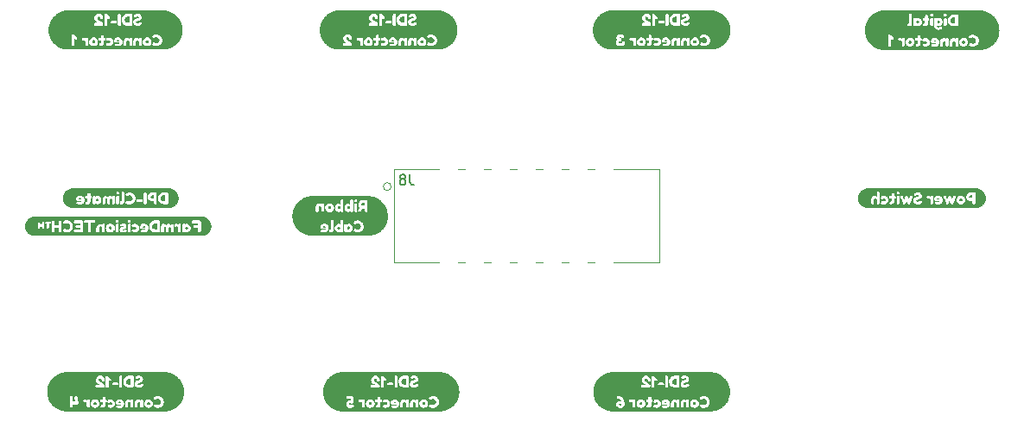
<source format=gbr>
%TF.GenerationSoftware,KiCad,Pcbnew,(6.0.7-1)-1*%
%TF.CreationDate,2022-11-03T21:10:23+11:00*%
%TF.ProjectId,case-connector,63617365-2d63-46f6-9e6e-6563746f722e,rev?*%
%TF.SameCoordinates,Original*%
%TF.FileFunction,Legend,Bot*%
%TF.FilePolarity,Positive*%
%FSLAX46Y46*%
G04 Gerber Fmt 4.6, Leading zero omitted, Abs format (unit mm)*
G04 Created by KiCad (PCBNEW (6.0.7-1)-1) date 2022-11-03 21:10:23*
%MOMM*%
%LPD*%
G01*
G04 APERTURE LIST*
%ADD10C,0.150000*%
%ADD11C,0.120000*%
G04 APERTURE END LIST*
D10*
%TO.C,J8*%
X99583333Y-69952380D02*
X99583333Y-70666666D01*
X99630952Y-70809523D01*
X99726190Y-70904761D01*
X99869047Y-70952380D01*
X99964285Y-70952380D01*
X98964285Y-70380952D02*
X99059523Y-70333333D01*
X99107142Y-70285714D01*
X99154761Y-70190476D01*
X99154761Y-70142857D01*
X99107142Y-70047619D01*
X99059523Y-70000000D01*
X98964285Y-69952380D01*
X98773809Y-69952380D01*
X98678571Y-70000000D01*
X98630952Y-70047619D01*
X98583333Y-70142857D01*
X98583333Y-70190476D01*
X98630952Y-70285714D01*
X98678571Y-70333333D01*
X98773809Y-70380952D01*
X98964285Y-70380952D01*
X99059523Y-70428571D01*
X99107142Y-70476190D01*
X99154761Y-70571428D01*
X99154761Y-70761904D01*
X99107142Y-70857142D01*
X99059523Y-70904761D01*
X98964285Y-70952380D01*
X98773809Y-70952380D01*
X98678571Y-70904761D01*
X98630952Y-70857142D01*
X98583333Y-70761904D01*
X98583333Y-70571428D01*
X98630952Y-70476190D01*
X98678571Y-70428571D01*
X98773809Y-70380952D01*
D11*
X114495040Y-69402600D02*
X115124960Y-69402600D01*
X97995200Y-78597400D02*
X97995200Y-69402600D01*
X106875040Y-69402600D02*
X107504960Y-69402600D01*
X109415040Y-69402600D02*
X110044960Y-69402600D01*
X115124960Y-78597400D02*
X114495040Y-78597400D01*
X117035040Y-69402600D02*
X117664960Y-69402600D01*
X104335040Y-69402600D02*
X104964960Y-69402600D01*
X97995200Y-69402600D02*
X102424960Y-69402600D01*
X111955040Y-69402600D02*
X112584960Y-69402600D01*
X102424960Y-78597400D02*
X97995200Y-78597400D01*
X124004800Y-78597400D02*
X119575040Y-78597400D01*
X107504960Y-78597400D02*
X106875040Y-78597400D01*
X104964960Y-78597400D02*
X104335040Y-78597400D01*
X110044960Y-78597400D02*
X109415040Y-78597400D01*
X112584960Y-78597400D02*
X111955040Y-78597400D01*
X124004800Y-69402600D02*
X124004800Y-78597400D01*
X117664960Y-78597400D02*
X117035040Y-78597400D01*
X119575040Y-69402600D02*
X124004800Y-69402600D01*
X97741200Y-71124999D02*
G75*
G03*
X97741200Y-71124999I-381000J0D01*
G01*
%TO.C,kibuzzard-63639046*%
G36*
X144354181Y-73200020D02*
G01*
X144261513Y-73186274D01*
X144170639Y-73163511D01*
X144082434Y-73131951D01*
X143997747Y-73091897D01*
X143917393Y-73043735D01*
X143842148Y-72987929D01*
X143772734Y-72925016D01*
X143709821Y-72855602D01*
X143654015Y-72780357D01*
X143614924Y-72715137D01*
X144778479Y-72715137D01*
X144780860Y-72769906D01*
X144795942Y-72811975D01*
X144836820Y-72842931D01*
X144918179Y-72853250D01*
X144996760Y-72842931D01*
X145038829Y-72811975D01*
X145053910Y-72769113D01*
X145056292Y-72711963D01*
X145056292Y-72434150D01*
X145092804Y-72332550D01*
X145185673Y-72296037D01*
X145284892Y-72330169D01*
X145334104Y-72407162D01*
X145334104Y-72715137D01*
X145336485Y-72769906D01*
X145351567Y-72811975D01*
X145392445Y-72842931D01*
X145473804Y-72853250D01*
X145554370Y-72842534D01*
X145596042Y-72810387D01*
X145609535Y-72769113D01*
X145611917Y-72713550D01*
X145611917Y-72684975D01*
X145715104Y-72684975D01*
X145736932Y-72743316D01*
X145802417Y-72797688D01*
X145903223Y-72845313D01*
X146024667Y-72861188D01*
X146121857Y-72849369D01*
X146216578Y-72813915D01*
X146308829Y-72754825D01*
X146367963Y-72695492D01*
X146415192Y-72619094D01*
X146446148Y-72529797D01*
X146456467Y-72431769D01*
X146446148Y-72334138D01*
X146415192Y-72246031D01*
X146367963Y-72170823D01*
X146356614Y-72159512D01*
X146519967Y-72159512D01*
X146530682Y-72240078D01*
X146562829Y-72281750D01*
X146604898Y-72295244D01*
X146659667Y-72297625D01*
X146762854Y-72291275D01*
X146762854Y-72510350D01*
X146749360Y-72572262D01*
X146698560Y-72591312D01*
X146641410Y-72593694D01*
X146599342Y-72608775D01*
X146562829Y-72715137D01*
X146573942Y-72795703D01*
X146607279Y-72837375D01*
X146649348Y-72850869D01*
X146702529Y-72853250D01*
X146803776Y-72844960D01*
X146887385Y-72820089D01*
X146953354Y-72778638D01*
X147000979Y-72717431D01*
X147001758Y-72715137D01*
X147272442Y-72715137D01*
X147274823Y-72769906D01*
X147289904Y-72811975D01*
X147330782Y-72842931D01*
X147412142Y-72853250D01*
X147492707Y-72842534D01*
X147534379Y-72810387D01*
X147547873Y-72769113D01*
X147550254Y-72713550D01*
X147550254Y-72156337D01*
X147549219Y-72132525D01*
X147637567Y-72132525D01*
X147662967Y-72219044D01*
X147705829Y-72323025D01*
X147880454Y-72748475D01*
X147912204Y-72808006D01*
X147959829Y-72846900D01*
X148020154Y-72858013D01*
X148090798Y-72830231D01*
X148136042Y-72773875D01*
X148148742Y-72746887D01*
X148164793Y-72705260D01*
X148196014Y-72622710D01*
X148242404Y-72499237D01*
X148262049Y-72549442D01*
X148289235Y-72623856D01*
X148328923Y-72731806D01*
X148340035Y-72760381D01*
X148353529Y-72786575D01*
X148378929Y-72819912D01*
X148466242Y-72858013D01*
X148548792Y-72830231D01*
X148593242Y-72773875D01*
X148713098Y-72481775D01*
X148912329Y-72481775D01*
X148922648Y-72578811D01*
X148953604Y-72663544D01*
X149001229Y-72733195D01*
X149061554Y-72784988D01*
X149149219Y-72831731D01*
X149240765Y-72859776D01*
X149336192Y-72869125D01*
X149408820Y-72864561D01*
X149477479Y-72850869D01*
X149585429Y-72805625D01*
X149656867Y-72755619D01*
X149702904Y-72707200D01*
X149717192Y-72689737D01*
X149758467Y-72598456D01*
X149741401Y-72551427D01*
X149690204Y-72491300D01*
X149606067Y-72453200D01*
X149552885Y-72473044D01*
X149482242Y-72532575D01*
X149418742Y-72584169D01*
X149342542Y-72608775D01*
X149260521Y-72595369D01*
X149211308Y-72555153D01*
X149194904Y-72488125D01*
X149235385Y-72427006D01*
X149336192Y-72391287D01*
X149398898Y-72376802D01*
X149466367Y-72355569D01*
X149533835Y-72328780D01*
X149596542Y-72297625D01*
X149651906Y-72254564D01*
X149697348Y-72192056D01*
X149720062Y-72132525D01*
X150223604Y-72132525D01*
X150253767Y-72243650D01*
X150341079Y-72303975D01*
X150395848Y-72291275D01*
X150464904Y-72278575D01*
X150545073Y-72308737D01*
X150582379Y-72381762D01*
X150582379Y-72715137D01*
X150584760Y-72769906D01*
X150599842Y-72811975D01*
X150642704Y-72842931D01*
X150723667Y-72853250D01*
X150833204Y-72826262D01*
X150861779Y-72758000D01*
X150861779Y-72334931D01*
X150964967Y-72334931D01*
X150977071Y-72419862D01*
X151013385Y-72479394D01*
X151120542Y-72526225D01*
X151496779Y-72526225D01*
X151444392Y-72600838D01*
X151339617Y-72631000D01*
X151257463Y-72626238D01*
X151195154Y-72611950D01*
X151177692Y-72605600D01*
X151114192Y-72588138D01*
X151026879Y-72659575D01*
X151006242Y-72732600D01*
X151027375Y-72794413D01*
X151090776Y-72838566D01*
X151196444Y-72865057D01*
X151344379Y-72873888D01*
X151455306Y-72863767D01*
X151553135Y-72833406D01*
X151634296Y-72786377D01*
X151695217Y-72726250D01*
X151750779Y-72637174D01*
X151784117Y-72541394D01*
X151795229Y-72438912D01*
X151780853Y-72314470D01*
X151737726Y-72207843D01*
X151676769Y-72132525D01*
X151858729Y-72132525D01*
X151884129Y-72219044D01*
X151926992Y-72323025D01*
X152101617Y-72748475D01*
X152133367Y-72808006D01*
X152180992Y-72846900D01*
X152241317Y-72858013D01*
X152311960Y-72830231D01*
X152357204Y-72773875D01*
X152369904Y-72746887D01*
X152385955Y-72705260D01*
X152417176Y-72622710D01*
X152463567Y-72499237D01*
X152483212Y-72549442D01*
X152510398Y-72623856D01*
X152550085Y-72731806D01*
X152561198Y-72760381D01*
X152574692Y-72786575D01*
X152600092Y-72819912D01*
X152687404Y-72858013D01*
X152769954Y-72830231D01*
X152814404Y-72773875D01*
X152953802Y-72434150D01*
X153133492Y-72434150D01*
X153150557Y-72558570D01*
X153201754Y-72668306D01*
X153277359Y-72757206D01*
X153367648Y-72819119D01*
X153467065Y-72855433D01*
X153570054Y-72867538D01*
X153673242Y-72854639D01*
X153773254Y-72815944D01*
X153863940Y-72752047D01*
X153939148Y-72663544D01*
X153989749Y-72556189D01*
X154006617Y-72435737D01*
X153991800Y-72316146D01*
X153947350Y-72211371D01*
X153873267Y-72121412D01*
X153860371Y-72111887D01*
X154085992Y-72111887D01*
X154096310Y-72210114D01*
X154127267Y-72298419D01*
X154174495Y-72373230D01*
X154233629Y-72430975D01*
X154322529Y-72487419D01*
X154413546Y-72521286D01*
X154506679Y-72532575D01*
X154705117Y-72532575D01*
X154705117Y-72711963D01*
X154707498Y-72766731D01*
X154722579Y-72808800D01*
X154764648Y-72840947D01*
X154846404Y-72851662D01*
X154934510Y-72836978D01*
X154976579Y-72792925D01*
X154986104Y-72710375D01*
X154986104Y-71829312D01*
X154983723Y-71774544D01*
X154968642Y-71732475D01*
X154926573Y-71700328D01*
X154844817Y-71689613D01*
X154505092Y-71689613D01*
X154412840Y-71700901D01*
X154322353Y-71734768D01*
X154233629Y-71791212D01*
X154174495Y-71849156D01*
X154127267Y-71924562D01*
X154096310Y-72013462D01*
X154085992Y-72111887D01*
X153860371Y-72111887D01*
X153780133Y-72052621D01*
X153678533Y-72011346D01*
X153568467Y-71997587D01*
X153458576Y-72011258D01*
X153357505Y-72052268D01*
X153265254Y-72120619D01*
X153192053Y-72210136D01*
X153148132Y-72314647D01*
X153133492Y-72434150D01*
X152953802Y-72434150D01*
X153054117Y-72189675D01*
X153069992Y-72127762D01*
X153047370Y-72071009D01*
X152979504Y-72027750D01*
X152896954Y-72007112D01*
X152845360Y-72020606D01*
X152817579Y-72047594D01*
X152804879Y-72075375D01*
X152780361Y-72136758D01*
X152742790Y-72236242D01*
X152692167Y-72373825D01*
X152598504Y-72116650D01*
X152563579Y-72061087D01*
X152469917Y-72015050D01*
X152388160Y-72040450D01*
X152341329Y-72091250D01*
X152328629Y-72118237D01*
X152282944Y-72245238D01*
X152251724Y-72329904D01*
X152234967Y-72372238D01*
X152138129Y-72108712D01*
X152090504Y-72032512D01*
X152023829Y-72007112D01*
X151960329Y-72022987D01*
X151884129Y-72072597D01*
X151858729Y-72132525D01*
X151676769Y-72132525D01*
X151665848Y-72119031D01*
X151572450Y-72052444D01*
X151464765Y-72012492D01*
X151342792Y-71999175D01*
X151239803Y-72008898D01*
X151151498Y-72038069D01*
X151077878Y-72086686D01*
X151018942Y-72154750D01*
X150978460Y-72241070D01*
X150964967Y-72334931D01*
X150861779Y-72334931D01*
X150861779Y-72154750D01*
X150859398Y-72099981D01*
X150845904Y-72059500D01*
X150803835Y-72027353D01*
X150722079Y-72016637D01*
X150644688Y-72025766D01*
X150603017Y-72053150D01*
X150585554Y-72105537D01*
X150562535Y-72078550D01*
X150498242Y-72035687D01*
X150411723Y-72008700D01*
X150349017Y-72012669D01*
X150293454Y-72026162D01*
X150243448Y-72058706D01*
X150223604Y-72132525D01*
X149720062Y-72132525D01*
X149727709Y-72112483D01*
X149737829Y-72018225D01*
X149726276Y-71929060D01*
X149691615Y-71847833D01*
X149633848Y-71774544D01*
X149556149Y-71716776D01*
X149461692Y-71682116D01*
X149350479Y-71670563D01*
X149259396Y-71676714D01*
X149176648Y-71695169D01*
X149067904Y-71745175D01*
X149028217Y-71775337D01*
X148979004Y-71853125D01*
X149017104Y-71940437D01*
X149071873Y-71999969D01*
X149128229Y-72019812D01*
X149210779Y-71988062D01*
X149229035Y-71972187D01*
X149253642Y-71951550D01*
X149338573Y-71930912D01*
X149424298Y-71955519D01*
X149458429Y-72023781D01*
X149417948Y-72094425D01*
X149317142Y-72130937D01*
X149254038Y-72143042D01*
X149185379Y-72160306D01*
X149116720Y-72182333D01*
X149053617Y-72208725D01*
X148998253Y-72247817D01*
X148952810Y-72307944D01*
X148922449Y-72386723D01*
X148912329Y-72481775D01*
X148713098Y-72481775D01*
X148832954Y-72189675D01*
X148848829Y-72127762D01*
X148826207Y-72071009D01*
X148758342Y-72027750D01*
X148675792Y-72007112D01*
X148624198Y-72020606D01*
X148596417Y-72047594D01*
X148583717Y-72075375D01*
X148559199Y-72136758D01*
X148521628Y-72236242D01*
X148471004Y-72373825D01*
X148377342Y-72116650D01*
X148342417Y-72061087D01*
X148248754Y-72015050D01*
X148166998Y-72040450D01*
X148120167Y-72091250D01*
X148107467Y-72118237D01*
X148061782Y-72245238D01*
X148030561Y-72329904D01*
X148013804Y-72372238D01*
X147916967Y-72108712D01*
X147869342Y-72032512D01*
X147802667Y-72007112D01*
X147739167Y-72022987D01*
X147662967Y-72072597D01*
X147637567Y-72132525D01*
X147549219Y-72132525D01*
X147547873Y-72101569D01*
X147534379Y-72059500D01*
X147492310Y-72028544D01*
X147411348Y-72018325D01*
X147410554Y-72018225D01*
X147302604Y-72045212D01*
X147274029Y-72113475D01*
X147272442Y-72159512D01*
X147272442Y-72715137D01*
X147001758Y-72715137D01*
X147029554Y-72633293D01*
X147039079Y-72526225D01*
X147039079Y-72291275D01*
X147104167Y-72296037D01*
X147162110Y-72269050D01*
X147185129Y-72176975D01*
X147177192Y-72082519D01*
X147154967Y-72040450D01*
X147091467Y-72019812D01*
X147039079Y-72026162D01*
X147039079Y-71862650D01*
X147036698Y-71808675D01*
X147021617Y-71770575D01*
X147015076Y-71765812D01*
X147272442Y-71765812D01*
X147274823Y-71820581D01*
X147289110Y-71861856D01*
X147331179Y-71894400D01*
X147411348Y-71903925D01*
X147491517Y-71894400D01*
X147533585Y-71861062D01*
X147547873Y-71818994D01*
X147550254Y-71764225D01*
X147547873Y-71709456D01*
X147534379Y-71668975D01*
X147492310Y-71636828D01*
X147410554Y-71626112D01*
X147330385Y-71636828D01*
X147289904Y-71668975D01*
X147274823Y-71711044D01*
X147272442Y-71765812D01*
X147015076Y-71765812D01*
X146980738Y-71740809D01*
X146899379Y-71730887D01*
X146813257Y-71745572D01*
X146770792Y-71789625D01*
X146762854Y-71870587D01*
X146762854Y-72026162D01*
X146657285Y-72019812D01*
X146603310Y-72022194D01*
X146561242Y-72037275D01*
X146530285Y-72078153D01*
X146519967Y-72159512D01*
X146356614Y-72159512D01*
X146308829Y-72111887D01*
X146219047Y-72053679D01*
X146125385Y-72018754D01*
X146027842Y-72007112D01*
X145910367Y-72023781D01*
X145826229Y-72056325D01*
X145800829Y-72072200D01*
X145756379Y-72102362D01*
X145715104Y-72174594D01*
X145748442Y-72265875D01*
X145804401Y-72331359D01*
X145857979Y-72353187D01*
X145943704Y-72318262D01*
X146025460Y-72291275D01*
X146124679Y-72329375D01*
X146170717Y-72434944D01*
X146126267Y-72539719D01*
X146031810Y-72577025D01*
X145938148Y-72547656D01*
X145867504Y-72518287D01*
X145814720Y-72539322D01*
X145751617Y-72602425D01*
X145715104Y-72684975D01*
X145611917Y-72684975D01*
X145611917Y-71764225D01*
X145609535Y-71709456D01*
X145596042Y-71668975D01*
X145553973Y-71636828D01*
X145472217Y-71626112D01*
X145392048Y-71636828D01*
X145351567Y-71668975D01*
X145336485Y-71711044D01*
X145334104Y-71765812D01*
X145334104Y-72116650D01*
X145247982Y-72044022D01*
X145148367Y-72019812D01*
X145048442Y-72033218D01*
X144960336Y-72073435D01*
X144884048Y-72140462D01*
X144825399Y-72226893D01*
X144790209Y-72325318D01*
X144778479Y-72435737D01*
X144778479Y-72715137D01*
X143614924Y-72715137D01*
X143605853Y-72700003D01*
X143565799Y-72615316D01*
X143534239Y-72527111D01*
X143511476Y-72436236D01*
X143497730Y-72343569D01*
X143493133Y-72250000D01*
X143497730Y-72156431D01*
X143511476Y-72063764D01*
X143534239Y-71972889D01*
X143565799Y-71884684D01*
X143605853Y-71799997D01*
X143654015Y-71719643D01*
X143709821Y-71644398D01*
X143772734Y-71574984D01*
X143842148Y-71512071D01*
X143917393Y-71456265D01*
X143997747Y-71408103D01*
X144082434Y-71368049D01*
X144170639Y-71336489D01*
X144261513Y-71313726D01*
X144354181Y-71299980D01*
X144447750Y-71295383D01*
X155052250Y-71295383D01*
X155145819Y-71299980D01*
X155238486Y-71313726D01*
X155329361Y-71336489D01*
X155417566Y-71368049D01*
X155502253Y-71408103D01*
X155582607Y-71456265D01*
X155657852Y-71512071D01*
X155727266Y-71574984D01*
X155790179Y-71644398D01*
X155845985Y-71719643D01*
X155894147Y-71799997D01*
X155934201Y-71884684D01*
X155965761Y-71972889D01*
X155988524Y-72063764D01*
X156002270Y-72156431D01*
X156006867Y-72250000D01*
X156002270Y-72343569D01*
X155988524Y-72436236D01*
X155965761Y-72527111D01*
X155934201Y-72615316D01*
X155894147Y-72700003D01*
X155845985Y-72780357D01*
X155790179Y-72855602D01*
X155727266Y-72925016D01*
X155657852Y-72987929D01*
X155582607Y-73043735D01*
X155502253Y-73091897D01*
X155417566Y-73131951D01*
X155329361Y-73163511D01*
X155238486Y-73186274D01*
X155145819Y-73200020D01*
X155052250Y-73204617D01*
X144447750Y-73204617D01*
X144354181Y-73200020D01*
G37*
G36*
X154705117Y-72251587D02*
G01*
X154505092Y-72251587D01*
X154411429Y-72216662D01*
X154365392Y-72111887D01*
X154411429Y-72006319D01*
X154506679Y-71970600D01*
X154705117Y-71970600D01*
X154705117Y-72251587D01*
G37*
G36*
X153676417Y-72316675D02*
G01*
X153713326Y-72365689D01*
X153725629Y-72433356D01*
X153712929Y-72500825D01*
X153674829Y-72549244D01*
X153571642Y-72588138D01*
X153466867Y-72548450D01*
X153427576Y-72499237D01*
X153414479Y-72430975D01*
X153426782Y-72363109D01*
X153463692Y-72315087D01*
X153570054Y-72276987D01*
X153676417Y-72316675D01*
G37*
G36*
X151449154Y-72292069D02*
G01*
X151499954Y-72381762D01*
X151299929Y-72381762D01*
X151239604Y-72330962D01*
X151267385Y-72272225D01*
X151346760Y-72250000D01*
X151449154Y-72292069D01*
G37*
%TO.C,kibuzzard-6363901F*%
G36*
X62733187Y-75950020D02*
G01*
X62640520Y-75936274D01*
X62549646Y-75913511D01*
X62461440Y-75881951D01*
X62376753Y-75841897D01*
X62296400Y-75793735D01*
X62221154Y-75737929D01*
X62151740Y-75675016D01*
X62088828Y-75605602D01*
X62033022Y-75530357D01*
X61992028Y-75461963D01*
X64490985Y-75461963D01*
X64493367Y-75516731D01*
X64508448Y-75558800D01*
X64550517Y-75590947D01*
X64632273Y-75601662D01*
X64720379Y-75586978D01*
X64762448Y-75542925D01*
X64771973Y-75460375D01*
X64771973Y-75138112D01*
X65192660Y-75138112D01*
X65192660Y-75461963D01*
X65195042Y-75516731D01*
X65210123Y-75558800D01*
X65252192Y-75590947D01*
X65333948Y-75601662D01*
X65422054Y-75586978D01*
X65464123Y-75542925D01*
X65473648Y-75460375D01*
X65473648Y-74624556D01*
X65576835Y-74624556D01*
X65610173Y-74712662D01*
X65668910Y-74776956D01*
X65721298Y-74798387D01*
X65802260Y-74763462D01*
X65880048Y-74722981D01*
X65980060Y-74709487D01*
X66082454Y-74727347D01*
X66183260Y-74780925D01*
X66262635Y-74879350D01*
X66286448Y-74947017D01*
X66294385Y-75023019D01*
X66286448Y-75099020D01*
X66262635Y-75166687D01*
X66181673Y-75266700D01*
X66082851Y-75319087D01*
X65980060Y-75336550D01*
X65887192Y-75323850D01*
X65824485Y-75298450D01*
X65795910Y-75277812D01*
X65719710Y-75246063D01*
X65668513Y-75268287D01*
X65613348Y-75334962D01*
X65578423Y-75423863D01*
X65599854Y-75479425D01*
X65649860Y-75519113D01*
X65704629Y-75552450D01*
X65811785Y-75593725D01*
X65891359Y-75612775D01*
X65968154Y-75619125D01*
X66043957Y-75614164D01*
X66120554Y-75599281D01*
X66198738Y-75572691D01*
X66279304Y-75532606D01*
X66356893Y-75480616D01*
X66375861Y-75463550D01*
X66654748Y-75463550D01*
X66669432Y-75551656D01*
X66713485Y-75593725D01*
X66796035Y-75603250D01*
X67424685Y-75603250D01*
X67512792Y-75588169D01*
X67554860Y-75542925D01*
X67564385Y-75461963D01*
X67564385Y-74579312D01*
X67557441Y-74553912D01*
X67651698Y-74553912D01*
X67659635Y-74619794D01*
X67686623Y-74653925D01*
X67767585Y-74668212D01*
X68070798Y-74668212D01*
X68070798Y-75466725D01*
X68073179Y-75520700D01*
X68087467Y-75561181D01*
X68129535Y-75593725D01*
X68208910Y-75603250D01*
X68287492Y-75593725D01*
X68328767Y-75561181D01*
X68343054Y-75519906D01*
X68345435Y-75465137D01*
X68345435Y-75463550D01*
X68851848Y-75463550D01*
X68854229Y-75518319D01*
X68867723Y-75558800D01*
X68909792Y-75590947D01*
X68991548Y-75601662D01*
X69080448Y-75586978D01*
X69121723Y-75542925D01*
X69131248Y-75461963D01*
X69131248Y-75182563D01*
X69168554Y-75080962D01*
X69268567Y-75044450D01*
X69370167Y-75082550D01*
X69409060Y-75182563D01*
X69409060Y-75463550D01*
X69411442Y-75518319D01*
X69426523Y-75558800D01*
X69467401Y-75590947D01*
X69548760Y-75601662D01*
X69629326Y-75590947D01*
X69670998Y-75558800D01*
X69684492Y-75516731D01*
X69686873Y-75461963D01*
X69686873Y-75184150D01*
X69790060Y-75184150D01*
X69807126Y-75308570D01*
X69858323Y-75418306D01*
X69933928Y-75507206D01*
X70024217Y-75569119D01*
X70123634Y-75605433D01*
X70226623Y-75617538D01*
X70329810Y-75604639D01*
X70429823Y-75565944D01*
X70520509Y-75502047D01*
X70551874Y-75465137D01*
X70766373Y-75465137D01*
X70768754Y-75519906D01*
X70783835Y-75561975D01*
X70824713Y-75592931D01*
X70906073Y-75603250D01*
X70986638Y-75592534D01*
X71028310Y-75560387D01*
X71041804Y-75519113D01*
X71044185Y-75463550D01*
X71044185Y-75341312D01*
X71147373Y-75341312D01*
X71155112Y-75417711D01*
X71178329Y-75481806D01*
X71264848Y-75568325D01*
X71338314Y-75595665D01*
X71423245Y-75612069D01*
X71519642Y-75617538D01*
X71620448Y-75607660D01*
X71718608Y-75578026D01*
X71814123Y-75528638D01*
X71844285Y-75468313D01*
X71843364Y-75465137D01*
X71947473Y-75465137D01*
X71949854Y-75519906D01*
X71964935Y-75561975D01*
X72005813Y-75592931D01*
X72087173Y-75603250D01*
X72167738Y-75592534D01*
X72209410Y-75560387D01*
X72222904Y-75519113D01*
X72225285Y-75463550D01*
X72225285Y-75434975D01*
X72328473Y-75434975D01*
X72350301Y-75493316D01*
X72415785Y-75547688D01*
X72516592Y-75595313D01*
X72638035Y-75611188D01*
X72735226Y-75599369D01*
X72829946Y-75563915D01*
X72922198Y-75504825D01*
X72981332Y-75445492D01*
X73028560Y-75369094D01*
X73059517Y-75279797D01*
X73069835Y-75181769D01*
X73059601Y-75084931D01*
X73149210Y-75084931D01*
X73161315Y-75169862D01*
X73197629Y-75229394D01*
X73304785Y-75276225D01*
X73681023Y-75276225D01*
X73628635Y-75350838D01*
X73523860Y-75381000D01*
X73441707Y-75376238D01*
X73379398Y-75361950D01*
X73361935Y-75355600D01*
X73298435Y-75338138D01*
X73211123Y-75409575D01*
X73190485Y-75482600D01*
X73211619Y-75544413D01*
X73275020Y-75588566D01*
X73380688Y-75615057D01*
X73528623Y-75623888D01*
X73639549Y-75613767D01*
X73737379Y-75583406D01*
X73818540Y-75536377D01*
X73879460Y-75476250D01*
X73935023Y-75387174D01*
X73968360Y-75291394D01*
X73979473Y-75188912D01*
X73965097Y-75064470D01*
X73944479Y-75013494D01*
X74058848Y-75013494D01*
X74069514Y-75130225D01*
X74101512Y-75238323D01*
X74154842Y-75337790D01*
X74229504Y-75428625D01*
X74319347Y-75504329D01*
X74418218Y-75558403D01*
X74526119Y-75590848D01*
X74643048Y-75601662D01*
X74933560Y-75601662D01*
X75012142Y-75591741D01*
X75054210Y-75561975D01*
X75072665Y-75463550D01*
X75200260Y-75463550D01*
X75202642Y-75518319D01*
X75217723Y-75560387D01*
X75258601Y-75592534D01*
X75339960Y-75603250D01*
X75420526Y-75592138D01*
X75462198Y-75558800D01*
X75475692Y-75516731D01*
X75478073Y-75461963D01*
X75478073Y-75184150D01*
X75502679Y-75080566D01*
X75576498Y-75046037D01*
X75651904Y-75082550D01*
X75671748Y-75185737D01*
X75671748Y-75463550D01*
X75674129Y-75519113D01*
X75689210Y-75560387D01*
X75731279Y-75592534D01*
X75813035Y-75603250D01*
X75893601Y-75592138D01*
X75935273Y-75558800D01*
X75948767Y-75516731D01*
X75951148Y-75461963D01*
X75951148Y-75184150D01*
X75975754Y-75080566D01*
X76049573Y-75046037D01*
X76121010Y-75080566D01*
X76144823Y-75184150D01*
X76144823Y-75465137D01*
X76147204Y-75519906D01*
X76162285Y-75561975D01*
X76205148Y-75592931D01*
X76286110Y-75603250D01*
X76366676Y-75592534D01*
X76408348Y-75560387D01*
X76421842Y-75519113D01*
X76424223Y-75463550D01*
X76424223Y-74904750D01*
X76423257Y-74882525D01*
X76511535Y-74882525D01*
X76541698Y-74993650D01*
X76629010Y-75053975D01*
X76683779Y-75041275D01*
X76752835Y-75028575D01*
X76833004Y-75058737D01*
X76870310Y-75131762D01*
X76870310Y-75465137D01*
X76872692Y-75519906D01*
X76887773Y-75561975D01*
X76930635Y-75592931D01*
X77011598Y-75603250D01*
X77121135Y-75576262D01*
X77149710Y-75508000D01*
X77149710Y-75461963D01*
X77276710Y-75461963D01*
X77279092Y-75516731D01*
X77292585Y-75558800D01*
X77330884Y-75589756D01*
X77401329Y-75600075D01*
X77517217Y-75578644D01*
X77551348Y-75515937D01*
X77629731Y-75579041D01*
X77747404Y-75600075D01*
X77836745Y-75586140D01*
X77921676Y-75544336D01*
X78002198Y-75474663D01*
X78067462Y-75386556D01*
X78106620Y-75289454D01*
X78119673Y-75183356D01*
X78106532Y-75077347D01*
X78067109Y-74980509D01*
X78001404Y-74892844D01*
X77920001Y-74823611D01*
X77833482Y-74782072D01*
X77741848Y-74768225D01*
X77643423Y-74787275D01*
X77581510Y-74822994D01*
X77552935Y-74855537D01*
X77516820Y-74788862D01*
X77427523Y-74766637D01*
X77335448Y-74776162D01*
X77293379Y-74809500D01*
X77279092Y-74851569D01*
X77276710Y-74906337D01*
X77276710Y-75461963D01*
X77149710Y-75461963D01*
X77149710Y-74904750D01*
X77147329Y-74849981D01*
X77133835Y-74809500D01*
X77091767Y-74777353D01*
X77010010Y-74766637D01*
X76932620Y-74775766D01*
X76890948Y-74803150D01*
X76873485Y-74855537D01*
X76850467Y-74828550D01*
X76786173Y-74785687D01*
X76699654Y-74758700D01*
X76636948Y-74762669D01*
X76581385Y-74776162D01*
X76531379Y-74808706D01*
X76511535Y-74882525D01*
X76423257Y-74882525D01*
X76421842Y-74849981D01*
X76406760Y-74809500D01*
X76366676Y-74777353D01*
X76294048Y-74766637D01*
X76178160Y-74795212D01*
X76151173Y-74877762D01*
X76069020Y-74793228D01*
X75971785Y-74765050D01*
X75873008Y-74780396D01*
X75792574Y-74826433D01*
X75730485Y-74903162D01*
X75688417Y-74853156D01*
X75609835Y-74796006D01*
X75498710Y-74765050D01*
X75382029Y-74789458D01*
X75285985Y-74862681D01*
X75238360Y-74941968D01*
X75209785Y-75049653D01*
X75200260Y-75185737D01*
X75200260Y-75463550D01*
X75072665Y-75463550D01*
X75073260Y-75460375D01*
X75073260Y-74580900D01*
X78199048Y-74580900D01*
X78208573Y-74661862D01*
X78241910Y-74703931D01*
X78283979Y-74718219D01*
X78340335Y-74720600D01*
X78826110Y-74720600D01*
X78826110Y-74880937D01*
X78513373Y-74880937D01*
X78457017Y-74883319D01*
X78414948Y-74898400D01*
X78383992Y-74941659D01*
X78373673Y-75023812D01*
X78388754Y-75112316D01*
X78433998Y-75155575D01*
X78514960Y-75163512D01*
X78826110Y-75163512D01*
X78826110Y-75463550D01*
X78828492Y-75519113D01*
X78843573Y-75560387D01*
X78885642Y-75592534D01*
X78967398Y-75603250D01*
X79055504Y-75588169D01*
X79097573Y-75542925D01*
X79107098Y-75461963D01*
X79107098Y-74579312D01*
X79076935Y-74468981D01*
X78962635Y-74439613D01*
X78337160Y-74439613D01*
X78282392Y-74441994D01*
X78241117Y-74457075D01*
X78208573Y-74499937D01*
X78199048Y-74580900D01*
X75073260Y-74580900D01*
X75073260Y-74577725D01*
X75070879Y-74522162D01*
X75055798Y-74480887D01*
X75013729Y-74448741D01*
X74931973Y-74438025D01*
X74638285Y-74439613D01*
X74526664Y-74449981D01*
X74421988Y-74481086D01*
X74324258Y-74532928D01*
X74233473Y-74605506D01*
X74157074Y-74693216D01*
X74102504Y-74790450D01*
X74069762Y-74897209D01*
X74058848Y-75013494D01*
X73944479Y-75013494D01*
X73921970Y-74957843D01*
X73850092Y-74869031D01*
X73756694Y-74802444D01*
X73649008Y-74762492D01*
X73527035Y-74749175D01*
X73424046Y-74758898D01*
X73335742Y-74788069D01*
X73262121Y-74836686D01*
X73203185Y-74904750D01*
X73162704Y-74991070D01*
X73149210Y-75084931D01*
X73059601Y-75084931D01*
X73059517Y-75084138D01*
X73028560Y-74996031D01*
X72981332Y-74920823D01*
X72922198Y-74861887D01*
X72832416Y-74803679D01*
X72738753Y-74768754D01*
X72641210Y-74757112D01*
X72523735Y-74773781D01*
X72439598Y-74806325D01*
X72414198Y-74822200D01*
X72369748Y-74852362D01*
X72328473Y-74924594D01*
X72361810Y-75015875D01*
X72417770Y-75081359D01*
X72471348Y-75103187D01*
X72557073Y-75068262D01*
X72638829Y-75041275D01*
X72738048Y-75079375D01*
X72784085Y-75184944D01*
X72739635Y-75289719D01*
X72645179Y-75327025D01*
X72551517Y-75297656D01*
X72480873Y-75268287D01*
X72428088Y-75289322D01*
X72364985Y-75352425D01*
X72328473Y-75434975D01*
X72225285Y-75434975D01*
X72225285Y-74906337D01*
X72222904Y-74851569D01*
X72209410Y-74809500D01*
X72167342Y-74778544D01*
X72086379Y-74768325D01*
X72085585Y-74768225D01*
X71977635Y-74795212D01*
X71949060Y-74863475D01*
X71947473Y-74909512D01*
X71947473Y-75465137D01*
X71843364Y-75465137D01*
X71829204Y-75416322D01*
X71783960Y-75342900D01*
X71727604Y-75315912D01*
X71622035Y-75354806D01*
X71501385Y-75393700D01*
X71428757Y-75384175D01*
X71404548Y-75355600D01*
X71431138Y-75329406D01*
X71510910Y-75311150D01*
X71610526Y-75285353D01*
X71709348Y-75236537D01*
X71785548Y-75146844D01*
X71808170Y-75079970D01*
X71815710Y-75001587D01*
X71801931Y-74911290D01*
X71760592Y-74841059D01*
X71691695Y-74790894D01*
X71595238Y-74760795D01*
X71471223Y-74750762D01*
X71356923Y-74764256D01*
X71239448Y-74804737D01*
X71183885Y-74868237D01*
X71218810Y-74961900D01*
X71290248Y-75017462D01*
X71360892Y-74993650D01*
X71472810Y-74969837D01*
X71566473Y-75004762D01*
X71539485Y-75044053D01*
X71458523Y-75066675D01*
X71355335Y-75087313D01*
X71255323Y-75127000D01*
X71178329Y-75203994D01*
X71155112Y-75265708D01*
X71147373Y-75341312D01*
X71044185Y-75341312D01*
X71044185Y-74906337D01*
X71041804Y-74851569D01*
X71028310Y-74809500D01*
X70986242Y-74778544D01*
X70905279Y-74768325D01*
X70904485Y-74768225D01*
X70796535Y-74795212D01*
X70767960Y-74863475D01*
X70766373Y-74909512D01*
X70766373Y-75465137D01*
X70551874Y-75465137D01*
X70595717Y-75413544D01*
X70646318Y-75306189D01*
X70663185Y-75185737D01*
X70648369Y-75066146D01*
X70603919Y-74961371D01*
X70529835Y-74871412D01*
X70436702Y-74802621D01*
X70335102Y-74761346D01*
X70225035Y-74747587D01*
X70115145Y-74761258D01*
X70014074Y-74802268D01*
X69921823Y-74870619D01*
X69848621Y-74960136D01*
X69804701Y-75064647D01*
X69790060Y-75184150D01*
X69686873Y-75184150D01*
X69686873Y-74899987D01*
X69684492Y-74846806D01*
X69669410Y-74806325D01*
X69627738Y-74776559D01*
X69547173Y-74766637D01*
X69468988Y-74775766D01*
X69428110Y-74803150D01*
X69412235Y-74868237D01*
X69383660Y-74836487D01*
X69340798Y-74803150D01*
X69221735Y-74766637D01*
X69121811Y-74780131D01*
X69033705Y-74820613D01*
X68957417Y-74888081D01*
X68898767Y-74974953D01*
X68863578Y-75073642D01*
X68851848Y-75184150D01*
X68851848Y-75463550D01*
X68345435Y-75463550D01*
X68345435Y-74668212D01*
X68650235Y-74668212D01*
X68724848Y-74656306D01*
X68756598Y-74619000D01*
X68764535Y-74552325D01*
X68760136Y-74515812D01*
X70766373Y-74515812D01*
X70768754Y-74570581D01*
X70783042Y-74611856D01*
X70825110Y-74644400D01*
X70905279Y-74653925D01*
X70985448Y-74644400D01*
X71027517Y-74611062D01*
X71041804Y-74568994D01*
X71044116Y-74515812D01*
X71947473Y-74515812D01*
X71949854Y-74570581D01*
X71964142Y-74611856D01*
X72006210Y-74644400D01*
X72086379Y-74653925D01*
X72166548Y-74644400D01*
X72208617Y-74611062D01*
X72222904Y-74568994D01*
X72225285Y-74514225D01*
X72222904Y-74459456D01*
X72209410Y-74418975D01*
X72167342Y-74386828D01*
X72085585Y-74376112D01*
X72005417Y-74386828D01*
X71964935Y-74418975D01*
X71949854Y-74461044D01*
X71947473Y-74515812D01*
X71044116Y-74515812D01*
X71044185Y-74514225D01*
X71041804Y-74459456D01*
X71028310Y-74418975D01*
X70986242Y-74386828D01*
X70904485Y-74376112D01*
X70824317Y-74386828D01*
X70783835Y-74418975D01*
X70768754Y-74461044D01*
X70766373Y-74515812D01*
X68760136Y-74515812D01*
X68756598Y-74486444D01*
X68729610Y-74452312D01*
X68648648Y-74438025D01*
X67765998Y-74438025D01*
X67691385Y-74449931D01*
X67659635Y-74487237D01*
X67651698Y-74553912D01*
X67557441Y-74553912D01*
X67534223Y-74468981D01*
X67419923Y-74439613D01*
X66794448Y-74439613D01*
X66739679Y-74441994D01*
X66697610Y-74457075D01*
X66665463Y-74499144D01*
X66654748Y-74580900D01*
X66669432Y-74669006D01*
X66713485Y-74711075D01*
X66796035Y-74720600D01*
X67283398Y-74720600D01*
X67283398Y-74880937D01*
X66969073Y-74880937D01*
X66914304Y-74883319D01*
X66872235Y-74898400D01*
X66840088Y-74940469D01*
X66829373Y-75022225D01*
X66844454Y-75110331D01*
X66889698Y-75152400D01*
X66972248Y-75161925D01*
X67283398Y-75161925D01*
X67283398Y-75322262D01*
X66794448Y-75322262D01*
X66739679Y-75324644D01*
X66697610Y-75339725D01*
X66665463Y-75381794D01*
X66654748Y-75463550D01*
X66375861Y-75463550D01*
X66426148Y-75418306D01*
X66485481Y-75341313D01*
X66533304Y-75245269D01*
X66564856Y-75135136D01*
X66575373Y-75015875D01*
X66565054Y-74897805D01*
X66534098Y-74791244D01*
X66487068Y-74699169D01*
X66428529Y-74624556D01*
X66359671Y-74564033D01*
X66281685Y-74514225D01*
X66177792Y-74466600D01*
X66073546Y-74438025D01*
X65968948Y-74428500D01*
X65893740Y-74434255D01*
X65817342Y-74451519D01*
X65700660Y-74498350D01*
X65662560Y-74520575D01*
X65618110Y-74549150D01*
X65576835Y-74624556D01*
X65473648Y-74624556D01*
X65473648Y-74579312D01*
X65471267Y-74524544D01*
X65456185Y-74482475D01*
X65414117Y-74450328D01*
X65332360Y-74439613D01*
X65243857Y-74454297D01*
X65200598Y-74498350D01*
X65192660Y-74580900D01*
X65192660Y-74904750D01*
X64771973Y-74904750D01*
X64771973Y-74579312D01*
X64769592Y-74524544D01*
X64754510Y-74482475D01*
X64711648Y-74449137D01*
X64635448Y-74439613D01*
X64562423Y-74447550D01*
X64521148Y-74466600D01*
X64498923Y-74498350D01*
X64490985Y-74580900D01*
X64490985Y-75461963D01*
X61992028Y-75461963D01*
X61984860Y-75450003D01*
X61944806Y-75365316D01*
X61913245Y-75277111D01*
X61890482Y-75186236D01*
X61883814Y-75141287D01*
X63157485Y-75141287D01*
X63160660Y-75184944D01*
X63185267Y-75212725D01*
X63251942Y-75225425D01*
X63320998Y-75213519D01*
X63348779Y-75186531D01*
X63352748Y-75142875D01*
X63352748Y-74987300D01*
X63413867Y-75058737D01*
X63470223Y-75082550D01*
X63524198Y-75058737D01*
X63568648Y-75011112D01*
X63584523Y-74987300D01*
X63584523Y-75136525D01*
X63595635Y-75196850D01*
X63687710Y-75225425D01*
X63770260Y-75200025D01*
X63781373Y-75141287D01*
X63780491Y-75040393D01*
X63779962Y-74936676D01*
X63779785Y-74830137D01*
X63778992Y-74704527D01*
X63778680Y-74697581D01*
X63832173Y-74697581D01*
X63848048Y-74761875D01*
X63906785Y-74785687D01*
X64017910Y-74785687D01*
X64017910Y-75141287D01*
X64059185Y-75219075D01*
X64115542Y-75225425D01*
X64171104Y-75218281D01*
X64202060Y-75196850D01*
X64214760Y-75139700D01*
X64214760Y-74785687D01*
X64324298Y-74785687D01*
X64397323Y-74746000D01*
X64403673Y-74692025D01*
X64397323Y-74637256D01*
X64378273Y-74607887D01*
X64330648Y-74596775D01*
X63906785Y-74596775D01*
X63836935Y-74638050D01*
X63832173Y-74697581D01*
X63778680Y-74697581D01*
X63776610Y-74651544D01*
X63748829Y-74615031D01*
X63689298Y-74595187D01*
X63608335Y-74620587D01*
X63600398Y-74628525D01*
X63468635Y-74814262D01*
X63343223Y-74636462D01*
X63270198Y-74596775D01*
X63202729Y-74606300D01*
X63170185Y-74634875D01*
X63157485Y-74707900D01*
X63157485Y-75141287D01*
X61883814Y-75141287D01*
X61876736Y-75093569D01*
X61872140Y-75000000D01*
X61876736Y-74906431D01*
X61890482Y-74813764D01*
X61913245Y-74722889D01*
X61944806Y-74634684D01*
X61984860Y-74549997D01*
X62033022Y-74469643D01*
X62088828Y-74394398D01*
X62151740Y-74324984D01*
X62221154Y-74262071D01*
X62296400Y-74206265D01*
X62376753Y-74158103D01*
X62461440Y-74118049D01*
X62549646Y-74086489D01*
X62640520Y-74063726D01*
X62733187Y-74049980D01*
X62826756Y-74045383D01*
X79173244Y-74045383D01*
X79266812Y-74049980D01*
X79359480Y-74063726D01*
X79450354Y-74086489D01*
X79538560Y-74118049D01*
X79623247Y-74158103D01*
X79703600Y-74206265D01*
X79778846Y-74262071D01*
X79848260Y-74324984D01*
X79911172Y-74394398D01*
X79966978Y-74469643D01*
X80015140Y-74549997D01*
X80055194Y-74634684D01*
X80086755Y-74722889D01*
X80109518Y-74813764D01*
X80123264Y-74906431D01*
X80127860Y-75000000D01*
X80123264Y-75093569D01*
X80109518Y-75186236D01*
X80086755Y-75277111D01*
X80055194Y-75365316D01*
X80015140Y-75450003D01*
X79966978Y-75530357D01*
X79911172Y-75605602D01*
X79848260Y-75675016D01*
X79778846Y-75737929D01*
X79703600Y-75793735D01*
X79623247Y-75841897D01*
X79538560Y-75881951D01*
X79450354Y-75913511D01*
X79359480Y-75936274D01*
X79266812Y-75950020D01*
X79173244Y-75954617D01*
X62826756Y-75954617D01*
X62733187Y-75950020D01*
G37*
G36*
X74792273Y-75320675D02*
G01*
X74638285Y-75320675D01*
X74529542Y-75299442D01*
X74431910Y-75235744D01*
X74362854Y-75139898D01*
X74339835Y-75022225D01*
X74362259Y-74904155D01*
X74429529Y-74807119D01*
X74526962Y-74742230D01*
X74639873Y-74720600D01*
X74792273Y-74720600D01*
X74792273Y-75320675D01*
G37*
G36*
X70332985Y-75066675D02*
G01*
X70369895Y-75115689D01*
X70382198Y-75183356D01*
X70369498Y-75250825D01*
X70331398Y-75299244D01*
X70228210Y-75338138D01*
X70123435Y-75298450D01*
X70084145Y-75249237D01*
X70071048Y-75180975D01*
X70083351Y-75113109D01*
X70120260Y-75065087D01*
X70226623Y-75026987D01*
X70332985Y-75066675D01*
G37*
G36*
X77802967Y-75088900D02*
G01*
X77841860Y-75185737D01*
X77800585Y-75280194D01*
X77700573Y-75322262D01*
X77602942Y-75279400D01*
X77564048Y-75184944D01*
X77601354Y-75088900D01*
X77701367Y-75044450D01*
X77802967Y-75088900D01*
G37*
G36*
X73633398Y-75042069D02*
G01*
X73684198Y-75131762D01*
X73484173Y-75131762D01*
X73423848Y-75080962D01*
X73451629Y-75022225D01*
X73531004Y-75000000D01*
X73633398Y-75042069D01*
G37*
%TO.C,kibuzzard-63638FDF*%
G36*
X66440607Y-73201600D02*
G01*
X66347785Y-73187831D01*
X66256760Y-73165030D01*
X66168408Y-73133417D01*
X66083580Y-73093297D01*
X66003093Y-73045055D01*
X65927722Y-72989156D01*
X65858193Y-72926138D01*
X65795175Y-72856609D01*
X65739277Y-72781239D01*
X65691035Y-72700751D01*
X65650914Y-72615923D01*
X65619301Y-72527571D01*
X65596500Y-72436546D01*
X65582732Y-72343724D01*
X65582378Y-72336519D01*
X66865060Y-72336519D01*
X66877165Y-72421450D01*
X66913479Y-72480981D01*
X67020635Y-72527813D01*
X67396873Y-72527813D01*
X67344485Y-72602425D01*
X67239710Y-72632588D01*
X67157557Y-72627825D01*
X67095248Y-72613538D01*
X67077785Y-72607188D01*
X67014285Y-72589725D01*
X66926973Y-72661163D01*
X66906335Y-72734187D01*
X66927469Y-72796001D01*
X66990870Y-72840153D01*
X67096538Y-72866645D01*
X67244473Y-72875475D01*
X67355399Y-72865355D01*
X67453229Y-72834994D01*
X67534390Y-72787964D01*
X67595310Y-72727837D01*
X67650873Y-72638761D01*
X67684210Y-72542982D01*
X67695323Y-72440500D01*
X67680947Y-72316058D01*
X67637820Y-72209431D01*
X67598704Y-72161100D01*
X67758823Y-72161100D01*
X67769538Y-72241666D01*
X67801685Y-72283337D01*
X67843754Y-72296831D01*
X67898523Y-72299212D01*
X68001710Y-72292862D01*
X68001710Y-72511937D01*
X67988217Y-72573850D01*
X67937417Y-72592900D01*
X67880267Y-72595281D01*
X67838198Y-72610362D01*
X67801685Y-72716725D01*
X67812798Y-72797291D01*
X67846135Y-72838963D01*
X67888204Y-72852456D01*
X67941385Y-72854838D01*
X68042633Y-72846547D01*
X68126241Y-72821676D01*
X68192210Y-72780225D01*
X68239835Y-72719018D01*
X68241692Y-72713550D01*
X68511298Y-72713550D01*
X68513679Y-72768319D01*
X68527173Y-72810387D01*
X68565471Y-72841344D01*
X68635917Y-72851663D01*
X68751804Y-72830231D01*
X68785935Y-72767525D01*
X68864318Y-72830628D01*
X68981992Y-72851663D01*
X69071333Y-72837728D01*
X69156264Y-72795924D01*
X69236785Y-72726250D01*
X69245017Y-72715137D01*
X69457448Y-72715137D01*
X69459829Y-72769906D01*
X69474910Y-72811975D01*
X69515788Y-72844122D01*
X69597148Y-72854838D01*
X69677713Y-72843725D01*
X69719385Y-72810387D01*
X69732879Y-72768319D01*
X69735260Y-72713550D01*
X69735260Y-72435738D01*
X69759867Y-72332153D01*
X69833685Y-72297625D01*
X69909092Y-72334138D01*
X69928935Y-72437325D01*
X69928935Y-72715137D01*
X69931317Y-72770700D01*
X69946398Y-72811975D01*
X69988467Y-72844122D01*
X70070223Y-72854838D01*
X70150788Y-72843725D01*
X70192460Y-72810387D01*
X70205954Y-72768319D01*
X70208335Y-72713550D01*
X70208335Y-72435738D01*
X70232942Y-72332153D01*
X70306760Y-72297625D01*
X70378198Y-72332153D01*
X70402010Y-72435738D01*
X70402010Y-72716725D01*
X70404392Y-72771494D01*
X70419473Y-72813563D01*
X70462335Y-72844519D01*
X70543298Y-72854838D01*
X70623863Y-72844122D01*
X70665535Y-72811975D01*
X70679029Y-72770700D01*
X70681342Y-72716725D01*
X70808410Y-72716725D01*
X70810792Y-72771494D01*
X70825873Y-72813563D01*
X70866751Y-72844519D01*
X70948110Y-72854838D01*
X71028676Y-72844122D01*
X71070348Y-72811975D01*
X71083842Y-72770700D01*
X71086155Y-72716725D01*
X71173535Y-72716725D01*
X71181473Y-72797291D01*
X71205285Y-72838963D01*
X71275135Y-72855631D01*
X71402135Y-72848488D01*
X71502942Y-72820309D01*
X71560885Y-72767525D01*
X71594223Y-72666719D01*
X71605335Y-72519875D01*
X71605335Y-71876144D01*
X71708523Y-71876144D01*
X71741860Y-71964250D01*
X71800598Y-72028544D01*
X71852985Y-72049975D01*
X71933948Y-72015050D01*
X72011735Y-71974569D01*
X72111748Y-71961075D01*
X72214142Y-71978934D01*
X72314948Y-72032512D01*
X72394323Y-72130937D01*
X72418135Y-72198605D01*
X72426073Y-72274606D01*
X72418135Y-72350608D01*
X72394323Y-72418275D01*
X72313360Y-72518287D01*
X72214538Y-72570675D01*
X72111748Y-72588138D01*
X72018879Y-72575438D01*
X71956173Y-72550037D01*
X71927598Y-72529400D01*
X71851398Y-72497650D01*
X71800201Y-72519875D01*
X71745035Y-72586550D01*
X71710110Y-72675450D01*
X71731542Y-72731013D01*
X71781548Y-72770700D01*
X71836317Y-72804038D01*
X71943473Y-72845313D01*
X72023046Y-72864362D01*
X72099842Y-72870712D01*
X72175645Y-72865752D01*
X72252242Y-72850869D01*
X72330426Y-72824278D01*
X72410992Y-72784194D01*
X72488581Y-72732203D01*
X72507549Y-72715137D01*
X73497635Y-72715137D01*
X73500017Y-72770700D01*
X73515098Y-72811975D01*
X73557167Y-72844122D01*
X73638923Y-72854838D01*
X73727029Y-72839756D01*
X73769098Y-72794513D01*
X73778623Y-72713550D01*
X73778623Y-72113475D01*
X73881810Y-72113475D01*
X73892129Y-72211702D01*
X73923085Y-72300006D01*
X73970313Y-72374817D01*
X74029448Y-72432563D01*
X74118348Y-72489007D01*
X74209365Y-72522874D01*
X74302498Y-72534163D01*
X74500935Y-72534163D01*
X74500935Y-72713550D01*
X74503317Y-72768319D01*
X74518398Y-72810387D01*
X74560467Y-72842534D01*
X74642223Y-72853250D01*
X74730329Y-72838566D01*
X74772398Y-72794513D01*
X74781923Y-72711963D01*
X74781923Y-72265081D01*
X74885110Y-72265081D01*
X74895776Y-72381812D01*
X74927774Y-72489911D01*
X74981105Y-72589378D01*
X75055767Y-72680213D01*
X75145609Y-72755916D01*
X75244481Y-72809991D01*
X75352381Y-72842435D01*
X75469310Y-72853250D01*
X75759823Y-72853250D01*
X75838404Y-72843328D01*
X75880473Y-72813563D01*
X75899523Y-72711963D01*
X75899523Y-71829312D01*
X75897142Y-71773750D01*
X75882060Y-71732475D01*
X75839992Y-71700328D01*
X75758235Y-71689613D01*
X75464548Y-71691200D01*
X75352927Y-71701568D01*
X75248251Y-71732673D01*
X75150521Y-71784515D01*
X75059735Y-71857094D01*
X74983337Y-71944803D01*
X74928767Y-72042037D01*
X74896024Y-72148797D01*
X74885110Y-72265081D01*
X74781923Y-72265081D01*
X74781923Y-71830900D01*
X74779542Y-71776131D01*
X74764460Y-71734063D01*
X74722392Y-71701916D01*
X74640635Y-71691200D01*
X74300910Y-71691200D01*
X74208659Y-71702489D01*
X74118171Y-71736356D01*
X74029448Y-71792800D01*
X73970313Y-71850744D01*
X73923085Y-71926150D01*
X73892129Y-72015050D01*
X73881810Y-72113475D01*
X73778623Y-72113475D01*
X73778623Y-71830900D01*
X73776242Y-71776131D01*
X73761160Y-71734063D01*
X73719092Y-71701916D01*
X73637335Y-71691200D01*
X73548832Y-71705884D01*
X73505573Y-71749937D01*
X73497635Y-71832488D01*
X73497635Y-72715137D01*
X72507549Y-72715137D01*
X72557835Y-72669894D01*
X72617168Y-72592900D01*
X72659063Y-72508763D01*
X72786435Y-72508763D01*
X72795167Y-72580994D01*
X72822948Y-72619888D01*
X72902323Y-72634175D01*
X73280148Y-72634175D01*
X73351188Y-72620681D01*
X73386510Y-72580200D01*
X73394448Y-72507175D01*
X73384923Y-72435738D01*
X73354760Y-72397638D01*
X73278560Y-72383350D01*
X72900735Y-72383350D01*
X72830092Y-72396447D01*
X72795960Y-72435738D01*
X72786435Y-72508763D01*
X72659063Y-72508763D01*
X72664992Y-72496856D01*
X72696543Y-72386723D01*
X72707060Y-72267462D01*
X72696742Y-72149392D01*
X72665785Y-72042831D01*
X72618756Y-71950756D01*
X72560217Y-71876144D01*
X72491359Y-71815620D01*
X72413373Y-71765813D01*
X72309480Y-71718188D01*
X72205234Y-71689612D01*
X72100635Y-71680087D01*
X72025428Y-71685842D01*
X71949029Y-71703106D01*
X71832348Y-71749937D01*
X71794248Y-71772162D01*
X71749798Y-71800737D01*
X71708523Y-71876144D01*
X71605335Y-71876144D01*
X71605335Y-71764225D01*
X71602954Y-71709456D01*
X71589460Y-71667387D01*
X71547392Y-71635241D01*
X71465635Y-71624525D01*
X71387054Y-71635241D01*
X71344985Y-71667387D01*
X71329904Y-71710250D01*
X71327523Y-71765813D01*
X71327523Y-72500825D01*
X71317998Y-72573056D01*
X71275929Y-72588138D01*
X71232273Y-72590519D01*
X71205285Y-72604012D01*
X71173535Y-72716725D01*
X71086155Y-72716725D01*
X71086223Y-72715137D01*
X71086223Y-72157925D01*
X71083842Y-72103156D01*
X71070348Y-72061088D01*
X71028279Y-72030131D01*
X70947317Y-72019913D01*
X70946523Y-72019812D01*
X70838573Y-72046800D01*
X70809998Y-72115062D01*
X70808410Y-72161100D01*
X70808410Y-72716725D01*
X70681342Y-72716725D01*
X70681410Y-72715137D01*
X70681410Y-72156337D01*
X70679029Y-72101569D01*
X70663948Y-72061088D01*
X70623863Y-72028941D01*
X70551235Y-72018225D01*
X70435348Y-72046800D01*
X70408360Y-72129350D01*
X70326207Y-72044816D01*
X70228973Y-72016637D01*
X70130195Y-72031983D01*
X70049762Y-72078021D01*
X69987673Y-72154750D01*
X69945604Y-72104744D01*
X69867023Y-72047594D01*
X69755898Y-72016637D01*
X69639217Y-72041045D01*
X69543173Y-72114269D01*
X69495548Y-72193556D01*
X69466973Y-72301241D01*
X69457448Y-72437325D01*
X69457448Y-72715137D01*
X69245017Y-72715137D01*
X69302049Y-72638144D01*
X69341208Y-72541042D01*
X69354260Y-72434944D01*
X69341119Y-72328934D01*
X69301696Y-72232097D01*
X69235992Y-72144431D01*
X69154588Y-72075199D01*
X69068069Y-72033659D01*
X68976435Y-72019812D01*
X68878010Y-72038862D01*
X68816098Y-72074581D01*
X68787523Y-72107125D01*
X68751407Y-72040450D01*
X68662110Y-72018225D01*
X68570035Y-72027750D01*
X68527967Y-72061088D01*
X68513679Y-72103156D01*
X68511298Y-72157925D01*
X68511298Y-72713550D01*
X68241692Y-72713550D01*
X68268410Y-72634881D01*
X68277935Y-72527813D01*
X68277935Y-72292862D01*
X68343023Y-72297625D01*
X68400967Y-72270637D01*
X68423985Y-72178562D01*
X68416048Y-72084106D01*
X68393823Y-72042037D01*
X68330323Y-72021400D01*
X68277935Y-72027750D01*
X68277935Y-71864237D01*
X68275554Y-71810262D01*
X68260473Y-71772162D01*
X68253933Y-71767400D01*
X70808410Y-71767400D01*
X70810792Y-71822169D01*
X70825079Y-71863444D01*
X70867148Y-71895987D01*
X70947317Y-71905512D01*
X71027485Y-71895987D01*
X71069554Y-71862650D01*
X71083842Y-71820581D01*
X71086223Y-71765813D01*
X71083842Y-71711044D01*
X71070348Y-71670563D01*
X71028279Y-71638416D01*
X70946523Y-71627700D01*
X70866354Y-71638416D01*
X70825873Y-71670563D01*
X70810792Y-71712631D01*
X70808410Y-71767400D01*
X68253933Y-71767400D01*
X68219595Y-71742397D01*
X68138235Y-71732475D01*
X68052113Y-71747159D01*
X68009648Y-71791212D01*
X68001710Y-71872175D01*
X68001710Y-72027750D01*
X67896142Y-72021400D01*
X67842167Y-72023781D01*
X67800098Y-72038862D01*
X67769142Y-72079741D01*
X67758823Y-72161100D01*
X67598704Y-72161100D01*
X67565942Y-72120619D01*
X67472544Y-72054032D01*
X67364858Y-72014080D01*
X67242885Y-72000762D01*
X67139896Y-72010486D01*
X67051592Y-72039656D01*
X66977971Y-72088273D01*
X66919035Y-72156337D01*
X66878554Y-72242658D01*
X66865060Y-72336519D01*
X65582378Y-72336519D01*
X65578127Y-72250000D01*
X65582732Y-72156276D01*
X65596500Y-72063454D01*
X65619301Y-71972429D01*
X65650914Y-71884077D01*
X65691035Y-71799249D01*
X65739277Y-71718761D01*
X65795175Y-71643391D01*
X65858193Y-71573862D01*
X65927722Y-71510844D01*
X66003093Y-71454945D01*
X66083580Y-71406703D01*
X66168408Y-71366583D01*
X66256760Y-71334970D01*
X66347785Y-71312169D01*
X66440607Y-71298400D01*
X66534331Y-71293796D01*
X75965669Y-71293796D01*
X76059393Y-71298400D01*
X76152215Y-71312169D01*
X76243240Y-71334970D01*
X76331592Y-71366583D01*
X76416420Y-71406703D01*
X76496907Y-71454945D01*
X76572278Y-71510844D01*
X76641807Y-71573862D01*
X76704825Y-71643390D01*
X76760723Y-71718761D01*
X76808965Y-71799248D01*
X76849086Y-71884077D01*
X76880699Y-71972429D01*
X76903500Y-72063454D01*
X76917268Y-72156276D01*
X76921873Y-72250000D01*
X76917268Y-72343724D01*
X76903500Y-72436546D01*
X76880699Y-72527571D01*
X76849086Y-72615923D01*
X76808965Y-72700752D01*
X76760723Y-72781239D01*
X76704825Y-72856610D01*
X76641807Y-72926138D01*
X76572278Y-72989156D01*
X76496907Y-73045055D01*
X76416420Y-73093297D01*
X76331592Y-73133417D01*
X76243240Y-73165030D01*
X76152215Y-73187831D01*
X76059393Y-73201600D01*
X75965669Y-73206204D01*
X66534331Y-73206204D01*
X66440607Y-73201600D01*
G37*
G36*
X75618535Y-72572263D02*
G01*
X75464548Y-72572263D01*
X75355804Y-72551030D01*
X75258173Y-72487331D01*
X75189117Y-72391486D01*
X75166098Y-72273812D01*
X75188521Y-72155742D01*
X75255792Y-72058706D01*
X75353224Y-71993817D01*
X75466135Y-71972188D01*
X75618535Y-71972188D01*
X75618535Y-72572263D01*
G37*
G36*
X74500935Y-72253175D02*
G01*
X74300910Y-72253175D01*
X74207248Y-72218250D01*
X74161210Y-72113475D01*
X74207248Y-72007906D01*
X74302498Y-71972188D01*
X74500935Y-71972188D01*
X74500935Y-72253175D01*
G37*
G36*
X69037554Y-72340488D02*
G01*
X69076448Y-72437325D01*
X69035173Y-72531781D01*
X68935160Y-72573850D01*
X68837529Y-72530987D01*
X68798635Y-72436531D01*
X68835942Y-72340488D01*
X68935954Y-72296037D01*
X69037554Y-72340488D01*
G37*
G36*
X67349248Y-72293656D02*
G01*
X67400048Y-72383350D01*
X67200023Y-72383350D01*
X67139698Y-72332550D01*
X67167479Y-72273812D01*
X67246854Y-72251587D01*
X67349248Y-72293656D01*
G37*
%TO.C,kibuzzard-63638CAD*%
G36*
X89919220Y-75944307D02*
G01*
X89823932Y-75937278D01*
X89729104Y-75925582D01*
X89634965Y-75909247D01*
X89541740Y-75888313D01*
X89449654Y-75862829D01*
X89358930Y-75832858D01*
X89269786Y-75798472D01*
X89182437Y-75759752D01*
X89097092Y-75716793D01*
X89013959Y-75669699D01*
X88933236Y-75618582D01*
X88855118Y-75563565D01*
X88779795Y-75504782D01*
X88707446Y-75442374D01*
X88638247Y-75376491D01*
X88572364Y-75307291D01*
X88509955Y-75234943D01*
X88451172Y-75159619D01*
X88398571Y-75084931D01*
X90798319Y-75084931D01*
X90810244Y-75168607D01*
X90846022Y-75227259D01*
X90951594Y-75273398D01*
X91322272Y-75273398D01*
X91270658Y-75346908D01*
X91167432Y-75376624D01*
X91086493Y-75371932D01*
X91025104Y-75357856D01*
X91007900Y-75351600D01*
X90945338Y-75334395D01*
X90859316Y-75404777D01*
X90838984Y-75476723D01*
X90859805Y-75537623D01*
X90922269Y-75581123D01*
X91026375Y-75607223D01*
X91172124Y-75615923D01*
X91281411Y-75605952D01*
X91377795Y-75576040D01*
X91457757Y-75529705D01*
X91517777Y-75470467D01*
X91524606Y-75459519D01*
X91678873Y-75459519D01*
X91686693Y-75538894D01*
X91710154Y-75579950D01*
X91778971Y-75596372D01*
X91904094Y-75589334D01*
X92003411Y-75561572D01*
X92060498Y-75509568D01*
X92093343Y-75410251D01*
X92104291Y-75265578D01*
X92104291Y-75183466D01*
X92205954Y-75183466D01*
X92218814Y-75287909D01*
X92257394Y-75383315D01*
X92321693Y-75469685D01*
X92400764Y-75537894D01*
X92483658Y-75578820D01*
X92570375Y-75592462D01*
X92684159Y-75573693D01*
X92759624Y-75517388D01*
X92799507Y-75574866D01*
X92894131Y-75594026D01*
X92973506Y-75583469D01*
X93014562Y-75551797D01*
X93027857Y-75510350D01*
X93030203Y-75456390D01*
X93155326Y-75456390D01*
X93157672Y-75510350D01*
X93170966Y-75551797D01*
X93278103Y-75592462D01*
X93392278Y-75571347D01*
X93425905Y-75509568D01*
X93503129Y-75571738D01*
X93619064Y-75592462D01*
X93707084Y-75578733D01*
X93790760Y-75537547D01*
X93870092Y-75468903D01*
X93934391Y-75382099D01*
X93972971Y-75286432D01*
X93985831Y-75181902D01*
X93972884Y-75077458D01*
X93934044Y-74982052D01*
X93874479Y-74902579D01*
X93869310Y-74895682D01*
X93789109Y-74827473D01*
X93703869Y-74786547D01*
X93613590Y-74772905D01*
X93516619Y-74791674D01*
X93455622Y-74826865D01*
X93427469Y-74858927D01*
X93391887Y-74793238D01*
X93303910Y-74771341D01*
X93213195Y-74780725D01*
X93171748Y-74813570D01*
X93157672Y-74855017D01*
X93155326Y-74908977D01*
X93155326Y-75456390D01*
X93030203Y-75456390D01*
X93030203Y-74631360D01*
X94064033Y-74631360D01*
X94096878Y-74718164D01*
X94154747Y-74781507D01*
X94206360Y-74802622D01*
X94286126Y-74768213D01*
X94362764Y-74728330D01*
X94461299Y-74715036D01*
X94562179Y-74732631D01*
X94661496Y-74785418D01*
X94739698Y-74882388D01*
X94763158Y-74949055D01*
X94770979Y-75023934D01*
X94763158Y-75098812D01*
X94739698Y-75165479D01*
X94659932Y-75264014D01*
X94562570Y-75315627D01*
X94461299Y-75332831D01*
X94369803Y-75320319D01*
X94308023Y-75295294D01*
X94279870Y-75274962D01*
X94204796Y-75243681D01*
X94154356Y-75265578D01*
X94100006Y-75331267D01*
X94065597Y-75418854D01*
X94086711Y-75473595D01*
X94135979Y-75512696D01*
X94189938Y-75545541D01*
X94295511Y-75586206D01*
X94373908Y-75604974D01*
X94449569Y-75611230D01*
X94524251Y-75606343D01*
X94599716Y-75591680D01*
X94676745Y-75565482D01*
X94756120Y-75525990D01*
X94832563Y-75474768D01*
X94900794Y-75413379D01*
X94959250Y-75337523D01*
X95006367Y-75242899D01*
X95037452Y-75134394D01*
X95047814Y-75016895D01*
X95037647Y-74900570D01*
X95007149Y-74795584D01*
X94960814Y-74704870D01*
X94903140Y-74631360D01*
X94835300Y-74571731D01*
X94758466Y-74522659D01*
X94684898Y-74488935D01*
X94656109Y-74475738D01*
X94553403Y-74447585D01*
X94450351Y-74438201D01*
X94376254Y-74443870D01*
X94300985Y-74460879D01*
X94279292Y-74469586D01*
X94186028Y-74507019D01*
X94148491Y-74528915D01*
X94104698Y-74557068D01*
X94064033Y-74631360D01*
X93030203Y-74631360D01*
X93030203Y-74522659D01*
X93027857Y-74468700D01*
X93014562Y-74428817D01*
X92973115Y-74397145D01*
X92934679Y-74392107D01*
X92892567Y-74386588D01*
X92813583Y-74397145D01*
X92773700Y-74428817D01*
X92758842Y-74470264D01*
X92756496Y-74524223D01*
X92756496Y-74849543D01*
X92680640Y-74792065D01*
X92578195Y-74772905D01*
X92487916Y-74786634D01*
X92402675Y-74827820D01*
X92322475Y-74896464D01*
X92257741Y-74983269D01*
X92218901Y-75078936D01*
X92205954Y-75183466D01*
X92104291Y-75183466D01*
X92104291Y-74521095D01*
X92101945Y-74467136D01*
X92088651Y-74425689D01*
X92047204Y-74394017D01*
X91966656Y-74383459D01*
X91889236Y-74394017D01*
X91847789Y-74425689D01*
X91832931Y-74467918D01*
X91830585Y-74522659D01*
X91830585Y-75246809D01*
X91821200Y-75317973D01*
X91779753Y-75332831D01*
X91736742Y-75335177D01*
X91720242Y-75343428D01*
X91710154Y-75348472D01*
X91678873Y-75459519D01*
X91524606Y-75459519D01*
X91572518Y-75382707D01*
X91605363Y-75288343D01*
X91616311Y-75187376D01*
X91602148Y-75064772D01*
X91559658Y-74959721D01*
X91488842Y-74872222D01*
X91396824Y-74806619D01*
X91290730Y-74767257D01*
X91170560Y-74754137D01*
X91069093Y-74763717D01*
X90982093Y-74792456D01*
X90909561Y-74840354D01*
X90851496Y-74907413D01*
X90811613Y-74992457D01*
X90798319Y-75084931D01*
X88398571Y-75084931D01*
X88396156Y-75081502D01*
X88345039Y-75000779D01*
X88297944Y-74917645D01*
X88254985Y-74832301D01*
X88216266Y-74744951D01*
X88181879Y-74655807D01*
X88151908Y-74565083D01*
X88126425Y-74472998D01*
X88105490Y-74379773D01*
X88089155Y-74285633D01*
X88077460Y-74190805D01*
X88070431Y-74095518D01*
X88068086Y-74000000D01*
X88070431Y-73904482D01*
X88077460Y-73809195D01*
X88089155Y-73714367D01*
X88105490Y-73620227D01*
X88126425Y-73527002D01*
X88141780Y-73471515D01*
X90345467Y-73471515D01*
X90347848Y-73526284D01*
X90361342Y-73566765D01*
X90403410Y-73598912D01*
X90485167Y-73609627D01*
X90574067Y-73594943D01*
X90615342Y-73550890D01*
X90624867Y-73469927D01*
X90624867Y-73190527D01*
X90662173Y-73088927D01*
X90762185Y-73052415D01*
X90863785Y-73090515D01*
X90902679Y-73190527D01*
X90902679Y-73471515D01*
X90905060Y-73526284D01*
X90920142Y-73566765D01*
X90961020Y-73598912D01*
X91042379Y-73609627D01*
X91122945Y-73598912D01*
X91164617Y-73566765D01*
X91178110Y-73524696D01*
X91180492Y-73469927D01*
X91180492Y-73192115D01*
X91283679Y-73192115D01*
X91300745Y-73316535D01*
X91351942Y-73426271D01*
X91427546Y-73515171D01*
X91517835Y-73577084D01*
X91617253Y-73613398D01*
X91720242Y-73625502D01*
X91823429Y-73612604D01*
X91923442Y-73573909D01*
X92014128Y-73510012D01*
X92089335Y-73421509D01*
X92139937Y-73314154D01*
X92156804Y-73193702D01*
X92156706Y-73192909D01*
X92236179Y-73192909D01*
X92249232Y-73298918D01*
X92288390Y-73395756D01*
X92353654Y-73483421D01*
X92433911Y-73552654D01*
X92518049Y-73594193D01*
X92606067Y-73608040D01*
X92721557Y-73588990D01*
X92798154Y-73531840D01*
X92838635Y-73590181D01*
X92934679Y-73609627D01*
X93015245Y-73598912D01*
X93056917Y-73566765D01*
X93070410Y-73524696D01*
X93072792Y-73469927D01*
X93072792Y-73192909D01*
X93175979Y-73192909D01*
X93189032Y-73298918D01*
X93228190Y-73395756D01*
X93293454Y-73483421D01*
X93373711Y-73552654D01*
X93457849Y-73594193D01*
X93545867Y-73608040D01*
X93661357Y-73588990D01*
X93737954Y-73531840D01*
X93778435Y-73590181D01*
X93874479Y-73609627D01*
X93955045Y-73598912D01*
X93996717Y-73566765D01*
X94010210Y-73524696D01*
X94012454Y-73473102D01*
X94139592Y-73473102D01*
X94141973Y-73527871D01*
X94157054Y-73569940D01*
X94197932Y-73600896D01*
X94279292Y-73611215D01*
X94359857Y-73600499D01*
X94401529Y-73568352D01*
X94415023Y-73527077D01*
X94416316Y-73496915D01*
X94504717Y-73496915D01*
X94529323Y-73552477D01*
X94603142Y-73598515D01*
X94684898Y-73620740D01*
X94735698Y-73605659D01*
X94765067Y-73574702D01*
X94785881Y-73529371D01*
X94827156Y-73433591D01*
X94888892Y-73287365D01*
X94938104Y-73290540D01*
X95138129Y-73290540D01*
X95138129Y-73469927D01*
X95140510Y-73524696D01*
X95155592Y-73566765D01*
X95197660Y-73598912D01*
X95279417Y-73609627D01*
X95367523Y-73594943D01*
X95409592Y-73550890D01*
X95419117Y-73468340D01*
X95419117Y-72587277D01*
X95416735Y-72532509D01*
X95401654Y-72490440D01*
X95359585Y-72458293D01*
X95277829Y-72447577D01*
X94934929Y-72447577D01*
X94842678Y-72458866D01*
X94752190Y-72492733D01*
X94663467Y-72549177D01*
X94605523Y-72607121D01*
X94558692Y-72682527D01*
X94527735Y-72771427D01*
X94517417Y-72869852D01*
X94530646Y-72982389D01*
X94570333Y-73080814D01*
X94636479Y-73165127D01*
X94608962Y-73230215D01*
X94572979Y-73313294D01*
X94528529Y-73414365D01*
X94504717Y-73496915D01*
X94416316Y-73496915D01*
X94417404Y-73471515D01*
X94417404Y-72914302D01*
X94415023Y-72859534D01*
X94401529Y-72817465D01*
X94359460Y-72786509D01*
X94278498Y-72776290D01*
X94277704Y-72776190D01*
X94169754Y-72803177D01*
X94141179Y-72871440D01*
X94139592Y-72917477D01*
X94139592Y-73473102D01*
X94012454Y-73473102D01*
X94012592Y-73469927D01*
X94012592Y-72523777D01*
X94139592Y-72523777D01*
X94141973Y-72578546D01*
X94156260Y-72619821D01*
X94198329Y-72652365D01*
X94278498Y-72661890D01*
X94358667Y-72652365D01*
X94400735Y-72619027D01*
X94415023Y-72576959D01*
X94417404Y-72522190D01*
X94415023Y-72467421D01*
X94401529Y-72426940D01*
X94359460Y-72394793D01*
X94277704Y-72384077D01*
X94197535Y-72394793D01*
X94157054Y-72426940D01*
X94141973Y-72469009D01*
X94139592Y-72523777D01*
X94012592Y-72523777D01*
X94012592Y-72522190D01*
X94010210Y-72467421D01*
X93996717Y-72426940D01*
X93954648Y-72394793D01*
X93872892Y-72384077D01*
X93792723Y-72394793D01*
X93752242Y-72426940D01*
X93737160Y-72469009D01*
X93734779Y-72523777D01*
X93734779Y-72853977D01*
X93657785Y-72795637D01*
X93553804Y-72776190D01*
X93462170Y-72790125D01*
X93375651Y-72831929D01*
X93294248Y-72901602D01*
X93228543Y-72989709D01*
X93189120Y-73086811D01*
X93175979Y-73192909D01*
X93072792Y-73192909D01*
X93072792Y-72522190D01*
X93070410Y-72467421D01*
X93056917Y-72426940D01*
X93014848Y-72394793D01*
X92933092Y-72384077D01*
X92852923Y-72394793D01*
X92812442Y-72426940D01*
X92797360Y-72469009D01*
X92794979Y-72523777D01*
X92794979Y-72853977D01*
X92717985Y-72795637D01*
X92614004Y-72776190D01*
X92522370Y-72790125D01*
X92435851Y-72831929D01*
X92354448Y-72901602D01*
X92288743Y-72989709D01*
X92249320Y-73086811D01*
X92236179Y-73192909D01*
X92156706Y-73192909D01*
X92141987Y-73074111D01*
X92097537Y-72969336D01*
X92023454Y-72879377D01*
X91930321Y-72810586D01*
X91828721Y-72769311D01*
X91718654Y-72755552D01*
X91608764Y-72769223D01*
X91507693Y-72810233D01*
X91415442Y-72878584D01*
X91342240Y-72968101D01*
X91298319Y-73072612D01*
X91283679Y-73192115D01*
X91180492Y-73192115D01*
X91180492Y-72907952D01*
X91178110Y-72854771D01*
X91163029Y-72814290D01*
X91121357Y-72784524D01*
X91040792Y-72774602D01*
X90962607Y-72783731D01*
X90921729Y-72811115D01*
X90905854Y-72876202D01*
X90877279Y-72844452D01*
X90834417Y-72811115D01*
X90715354Y-72774602D01*
X90615430Y-72788096D01*
X90527324Y-72828577D01*
X90451035Y-72896046D01*
X90392386Y-72982918D01*
X90357196Y-73081607D01*
X90345467Y-73192115D01*
X90345467Y-73471515D01*
X88141780Y-73471515D01*
X88151908Y-73434917D01*
X88181879Y-73344193D01*
X88216266Y-73255049D01*
X88254985Y-73167699D01*
X88297944Y-73082355D01*
X88345039Y-72999221D01*
X88396156Y-72918498D01*
X88451172Y-72840381D01*
X88509955Y-72765057D01*
X88572364Y-72692709D01*
X88638247Y-72623509D01*
X88707446Y-72557626D01*
X88779795Y-72495218D01*
X88855118Y-72436435D01*
X88933236Y-72381418D01*
X89013959Y-72330301D01*
X89097092Y-72283207D01*
X89182437Y-72240248D01*
X89269786Y-72201528D01*
X89358930Y-72167142D01*
X89449654Y-72137171D01*
X89541740Y-72111687D01*
X89634965Y-72090753D01*
X89729104Y-72074418D01*
X89823932Y-72062722D01*
X89919220Y-72055693D01*
X90014737Y-72053348D01*
X95485262Y-72053348D01*
X95580780Y-72055693D01*
X95676068Y-72062722D01*
X95770896Y-72074418D01*
X95865035Y-72090753D01*
X95958260Y-72111687D01*
X96050346Y-72137170D01*
X96141070Y-72167142D01*
X96230214Y-72201528D01*
X96317563Y-72240248D01*
X96402908Y-72283206D01*
X96486041Y-72330301D01*
X96566764Y-72381418D01*
X96644881Y-72436435D01*
X96720205Y-72495218D01*
X96792554Y-72557626D01*
X96861753Y-72623509D01*
X96927636Y-72692709D01*
X96990045Y-72765057D01*
X97048828Y-72840381D01*
X97103844Y-72918498D01*
X97154961Y-72999221D01*
X97202056Y-73082355D01*
X97245015Y-73167699D01*
X97283734Y-73255049D01*
X97318121Y-73344193D01*
X97348092Y-73434917D01*
X97373575Y-73527002D01*
X97394510Y-73620227D01*
X97410845Y-73714367D01*
X97422540Y-73809195D01*
X97429569Y-73904482D01*
X97431914Y-74000000D01*
X97429569Y-74095518D01*
X97422540Y-74190805D01*
X97410845Y-74285633D01*
X97394510Y-74379773D01*
X97373575Y-74472998D01*
X97348092Y-74565083D01*
X97318121Y-74655807D01*
X97283734Y-74744951D01*
X97245015Y-74832301D01*
X97202056Y-74917645D01*
X97154961Y-75000779D01*
X97103844Y-75081502D01*
X97048828Y-75159619D01*
X96990045Y-75234943D01*
X96927636Y-75307291D01*
X96861753Y-75376491D01*
X96792554Y-75442374D01*
X96720205Y-75504782D01*
X96644881Y-75563565D01*
X96566764Y-75618582D01*
X96486041Y-75669699D01*
X96402908Y-75716794D01*
X96317563Y-75759752D01*
X96230214Y-75798472D01*
X96141070Y-75832858D01*
X96050346Y-75862830D01*
X95958260Y-75888313D01*
X95865035Y-75909247D01*
X95770896Y-75925582D01*
X95676068Y-75937278D01*
X95580780Y-75944307D01*
X95485262Y-75946652D01*
X90014737Y-75946652D01*
X89919220Y-75944307D01*
G37*
G36*
X95138129Y-73009552D02*
G01*
X94934929Y-73009552D01*
X94842854Y-72974627D01*
X94796817Y-72869852D01*
X94842854Y-72764284D01*
X94938104Y-72728565D01*
X95138129Y-72728565D01*
X95138129Y-73009552D01*
G37*
G36*
X91826604Y-73074640D02*
G01*
X91863513Y-73123654D01*
X91875817Y-73191321D01*
X91863117Y-73258790D01*
X91825017Y-73307209D01*
X91721829Y-73346102D01*
X91617054Y-73306415D01*
X91577763Y-73257202D01*
X91564667Y-73188940D01*
X91576970Y-73121074D01*
X91613879Y-73073052D01*
X91720242Y-73034952D01*
X91826604Y-73074640D01*
G37*
G36*
X92754498Y-73098452D02*
G01*
X92791804Y-73194496D01*
X92752910Y-73288952D01*
X92655279Y-73331815D01*
X92555267Y-73288952D01*
X92513992Y-73193702D01*
X92552092Y-73097659D01*
X92653692Y-73054002D01*
X92754498Y-73098452D01*
G37*
G36*
X93694298Y-73098452D02*
G01*
X93731604Y-73194496D01*
X93692710Y-73288952D01*
X93595079Y-73331815D01*
X93495067Y-73288952D01*
X93453792Y-73193702D01*
X93491892Y-73097659D01*
X93593492Y-73054002D01*
X93694298Y-73098452D01*
G37*
G36*
X92716613Y-75090405D02*
G01*
X92753368Y-75185030D01*
X92715049Y-75278090D01*
X92618860Y-75320319D01*
X92520326Y-75278090D01*
X92479661Y-75184248D01*
X92517198Y-75089623D01*
X92617296Y-75046612D01*
X92716613Y-75090405D01*
G37*
G36*
X93673805Y-75088841D02*
G01*
X93712124Y-75184248D01*
X93671459Y-75277308D01*
X93572924Y-75318755D01*
X93476736Y-75276526D01*
X93438417Y-75183466D01*
X93475172Y-75088841D01*
X93573707Y-75045048D01*
X93673805Y-75088841D01*
G37*
G36*
X91275351Y-75042702D02*
G01*
X91325400Y-75131070D01*
X91128331Y-75131070D01*
X91068897Y-75081021D01*
X91096268Y-75023152D01*
X91174470Y-75001255D01*
X91275351Y-75042702D01*
G37*
%TO.C,kibuzzard-63638C5F*%
G36*
X119382320Y-93172109D02*
G01*
X119288121Y-93165160D01*
X119194375Y-93153598D01*
X119101310Y-93137449D01*
X119009150Y-93116754D01*
X118918116Y-93091562D01*
X118828427Y-93061933D01*
X118740301Y-93027938D01*
X118653949Y-92989661D01*
X118569579Y-92947193D01*
X118487394Y-92900636D01*
X118407593Y-92850102D01*
X118330368Y-92795714D01*
X118255904Y-92737602D01*
X118184381Y-92675906D01*
X118115972Y-92610775D01*
X118050841Y-92542366D01*
X117991023Y-92473020D01*
X119807476Y-92473020D01*
X119820076Y-92572597D01*
X119857873Y-92660705D01*
X119920869Y-92737343D01*
X120001765Y-92796429D01*
X120093261Y-92831880D01*
X120195358Y-92843698D01*
X120319786Y-92829187D01*
X120421970Y-92785654D01*
X120501910Y-92713100D01*
X120559258Y-92617607D01*
X120593667Y-92505257D01*
X120605137Y-92376050D01*
X120598349Y-92260498D01*
X120577985Y-92152830D01*
X120564537Y-92113291D01*
X121063400Y-92113291D01*
X121093117Y-92222774D01*
X121179139Y-92282207D01*
X121233098Y-92269695D01*
X121301134Y-92257183D01*
X121380118Y-92286899D01*
X121416873Y-92358845D01*
X121416873Y-92687294D01*
X121419219Y-92741253D01*
X121434077Y-92782700D01*
X121476307Y-92813199D01*
X121556073Y-92823365D01*
X121663991Y-92796776D01*
X121692144Y-92729523D01*
X121692144Y-92410459D01*
X121793807Y-92410459D01*
X121810620Y-92533040D01*
X121861060Y-92641154D01*
X121935548Y-92728741D01*
X122024502Y-92789738D01*
X122122450Y-92825516D01*
X122223917Y-92837441D01*
X122325580Y-92824734D01*
X122424114Y-92786610D01*
X122513460Y-92723657D01*
X122587557Y-92636462D01*
X122637410Y-92530694D01*
X122654028Y-92412023D01*
X122639431Y-92294198D01*
X122595637Y-92190972D01*
X122553562Y-92139880D01*
X122716590Y-92139880D01*
X122727147Y-92219255D01*
X122758819Y-92260311D01*
X122800266Y-92273605D01*
X122854225Y-92275951D01*
X122955888Y-92269695D01*
X122955888Y-92485532D01*
X122942593Y-92546530D01*
X122892544Y-92565298D01*
X122836239Y-92567645D01*
X122794792Y-92582503D01*
X122758819Y-92687294D01*
X122769767Y-92766669D01*
X122802612Y-92807725D01*
X122844059Y-92821019D01*
X122896454Y-92823365D01*
X122996205Y-92815197D01*
X123078578Y-92790694D01*
X123143573Y-92749855D01*
X123190494Y-92689553D01*
X123201354Y-92657577D01*
X123434484Y-92657577D01*
X123455989Y-92715055D01*
X123520506Y-92768624D01*
X123619823Y-92815545D01*
X123739472Y-92831185D01*
X123835226Y-92819542D01*
X123928547Y-92784612D01*
X124019435Y-92726395D01*
X124077695Y-92667939D01*
X124124225Y-92592669D01*
X124154724Y-92504692D01*
X124164890Y-92408113D01*
X124154807Y-92312706D01*
X124243092Y-92312706D01*
X124255018Y-92396382D01*
X124290795Y-92455034D01*
X124396368Y-92501173D01*
X124767045Y-92501173D01*
X124715432Y-92574683D01*
X124612206Y-92604399D01*
X124531267Y-92599707D01*
X124469878Y-92585631D01*
X124452674Y-92579375D01*
X124390112Y-92562170D01*
X124304090Y-92632552D01*
X124283757Y-92704498D01*
X124304579Y-92765398D01*
X124367042Y-92808898D01*
X124471149Y-92834998D01*
X124616898Y-92843698D01*
X124726185Y-92833727D01*
X124822569Y-92803815D01*
X124902530Y-92757480D01*
X124962550Y-92698242D01*
X125017292Y-92610482D01*
X125050137Y-92516118D01*
X125061085Y-92415151D01*
X125046922Y-92292547D01*
X125004432Y-92187496D01*
X124933616Y-92099997D01*
X124841598Y-92034394D01*
X124741708Y-91997334D01*
X124735504Y-91995032D01*
X124615334Y-91981912D01*
X124513867Y-91991492D01*
X124426867Y-92020231D01*
X124354335Y-92068129D01*
X124296270Y-92135188D01*
X124256387Y-92220232D01*
X124243092Y-92312706D01*
X124154807Y-92312706D01*
X124154724Y-92311924D01*
X124124225Y-92225120D01*
X124077695Y-92151024D01*
X124019435Y-92092959D01*
X124005108Y-92083670D01*
X123930979Y-92035610D01*
X123838701Y-92001202D01*
X123742600Y-91989732D01*
X123626861Y-92006154D01*
X123543967Y-92038217D01*
X123518942Y-92053858D01*
X123475149Y-92083574D01*
X123434484Y-92154738D01*
X123467329Y-92244670D01*
X123522461Y-92309187D01*
X123575247Y-92330693D01*
X123659706Y-92296284D01*
X123740254Y-92269695D01*
X123838006Y-92307232D01*
X123883363Y-92411241D01*
X123839570Y-92514467D01*
X123746510Y-92551222D01*
X123654231Y-92522287D01*
X123584632Y-92493353D01*
X123532627Y-92514076D01*
X123470457Y-92576247D01*
X123434484Y-92657577D01*
X123201354Y-92657577D01*
X123218646Y-92606659D01*
X123228031Y-92501173D01*
X123228031Y-92269695D01*
X123292156Y-92274387D01*
X123349244Y-92247798D01*
X123371922Y-92157084D01*
X123364102Y-92064024D01*
X123342206Y-92022577D01*
X123279644Y-92002244D01*
X123228031Y-92008500D01*
X123228031Y-91847404D01*
X123225685Y-91794227D01*
X123210826Y-91756690D01*
X123170552Y-91727364D01*
X123090395Y-91717589D01*
X123005546Y-91732056D01*
X122963708Y-91775459D01*
X122955888Y-91855225D01*
X122955888Y-92008500D01*
X122851879Y-92002244D01*
X122798702Y-92004590D01*
X122757255Y-92019449D01*
X122726756Y-92059723D01*
X122716590Y-92139880D01*
X122553562Y-92139880D01*
X122522649Y-92102343D01*
X122430892Y-92034568D01*
X122403321Y-92023367D01*
X122330793Y-91993903D01*
X122222353Y-91980348D01*
X122114087Y-91993816D01*
X122014510Y-92034220D01*
X121923622Y-92101561D01*
X121851502Y-92189755D01*
X121808230Y-92292721D01*
X121793807Y-92410459D01*
X121692144Y-92410459D01*
X121692144Y-92135188D01*
X121689798Y-92081228D01*
X121676504Y-92041345D01*
X121635057Y-92009673D01*
X121554508Y-91999116D01*
X121478262Y-92008109D01*
X121437206Y-92035089D01*
X121420001Y-92086702D01*
X121397323Y-92060114D01*
X121333979Y-92017885D01*
X121248739Y-91991296D01*
X121186959Y-91995206D01*
X121132218Y-92008500D01*
X121082951Y-92040563D01*
X121063400Y-92113291D01*
X120564537Y-92113291D01*
X120544045Y-92053044D01*
X120496530Y-91961141D01*
X120435438Y-91877121D01*
X120362585Y-91805050D01*
X120279785Y-91748995D01*
X120187038Y-91708956D01*
X120084343Y-91684932D01*
X119971701Y-91676924D01*
X119884896Y-91691782D01*
X119848142Y-91736358D01*
X119838757Y-91811431D01*
X119846577Y-91883377D01*
X119865346Y-91924042D01*
X119896627Y-91944375D01*
X119987341Y-91953759D01*
X120111682Y-91975656D01*
X120206307Y-92028833D01*
X120261830Y-92089831D01*
X120290765Y-92144572D01*
X120298585Y-92166468D01*
X120182846Y-92139880D01*
X120084572Y-92151263D01*
X119996204Y-92185411D01*
X119917741Y-92242324D01*
X119856483Y-92313488D01*
X119819728Y-92390387D01*
X119807476Y-92473020D01*
X117991023Y-92473020D01*
X117989145Y-92470843D01*
X117931033Y-92396380D01*
X117876645Y-92319154D01*
X117826111Y-92239353D01*
X117779555Y-92157168D01*
X117737086Y-92072798D01*
X117698809Y-91986446D01*
X117664815Y-91898320D01*
X117635186Y-91808632D01*
X117609993Y-91717598D01*
X117589298Y-91625437D01*
X117573150Y-91532372D01*
X117561587Y-91438627D01*
X117554639Y-91344427D01*
X117552321Y-91250000D01*
X117554639Y-91155573D01*
X117561587Y-91061373D01*
X117573150Y-90967628D01*
X117589298Y-90874563D01*
X117609993Y-90782402D01*
X117632335Y-90701671D01*
X122260446Y-90701671D01*
X122270764Y-90781840D01*
X122304896Y-90823115D01*
X122403321Y-90842165D01*
X123024033Y-90842165D01*
X123122458Y-90799302D01*
X123162423Y-90702465D01*
X123266921Y-90702465D01*
X123269302Y-90757234D01*
X123284383Y-90799302D01*
X123326452Y-90831449D01*
X123408208Y-90842165D01*
X123487980Y-90831846D01*
X123530446Y-90800890D01*
X123545527Y-90757234D01*
X123547908Y-90699290D01*
X124600421Y-90699290D01*
X124602802Y-90754852D01*
X124617883Y-90796127D01*
X124659952Y-90828274D01*
X124741708Y-90838990D01*
X124829814Y-90823909D01*
X124871883Y-90778665D01*
X124881408Y-90697702D01*
X124881408Y-90249234D01*
X124984596Y-90249234D01*
X124995262Y-90365965D01*
X125027260Y-90474063D01*
X125080590Y-90573530D01*
X125155252Y-90664365D01*
X125245094Y-90740069D01*
X125343966Y-90794143D01*
X125451866Y-90826588D01*
X125568796Y-90837402D01*
X125568796Y-91859135D01*
X127973326Y-91859135D01*
X128006171Y-91945939D01*
X128064041Y-92009282D01*
X128115654Y-92030397D01*
X128195420Y-91995988D01*
X128272058Y-91956105D01*
X128370592Y-91942811D01*
X128471473Y-91960406D01*
X128570789Y-92013193D01*
X128648991Y-92110163D01*
X128672452Y-92176830D01*
X128680272Y-92251709D01*
X128672452Y-92326587D01*
X128648991Y-92393254D01*
X128569225Y-92491789D01*
X128471864Y-92543402D01*
X128370592Y-92560606D01*
X128279096Y-92548094D01*
X128217316Y-92523069D01*
X128189164Y-92502737D01*
X128114090Y-92471456D01*
X128063650Y-92493353D01*
X128009299Y-92559042D01*
X127974890Y-92646629D01*
X127996005Y-92701370D01*
X128045272Y-92740471D01*
X128099231Y-92773316D01*
X128204804Y-92813981D01*
X128283202Y-92832749D01*
X128358862Y-92839005D01*
X128433545Y-92834118D01*
X128509010Y-92819455D01*
X128586039Y-92793257D01*
X128665414Y-92753765D01*
X128741856Y-92702543D01*
X128810087Y-92641154D01*
X128868543Y-92565298D01*
X128915660Y-92470674D01*
X128946745Y-92362169D01*
X128957107Y-92244670D01*
X128946941Y-92128345D01*
X128916442Y-92023359D01*
X128870107Y-91932645D01*
X128812433Y-91859135D01*
X128744593Y-91799506D01*
X128667760Y-91750434D01*
X128565402Y-91703513D01*
X128462697Y-91675360D01*
X128359644Y-91665976D01*
X128285548Y-91671645D01*
X128210278Y-91688654D01*
X128095321Y-91734794D01*
X128057784Y-91756690D01*
X128013991Y-91784843D01*
X127973326Y-91859135D01*
X125568796Y-91859135D01*
X125568796Y-92011882D01*
X125428721Y-92012411D01*
X125341917Y-92052294D01*
X125266756Y-92118765D01*
X125208973Y-92204353D01*
X125174304Y-92301584D01*
X125162747Y-92410459D01*
X125162747Y-92685730D01*
X125165093Y-92739689D01*
X125178388Y-92779572D01*
X125219835Y-92811244D01*
X125300383Y-92821801D01*
X125387969Y-92807334D01*
X125428634Y-92763931D01*
X125438018Y-92684165D01*
X125438018Y-92408895D01*
X125474773Y-92308796D01*
X125573308Y-92272823D01*
X125673406Y-92310360D01*
X125711725Y-92408895D01*
X125711725Y-92685730D01*
X125714071Y-92739689D01*
X125728930Y-92779572D01*
X125769204Y-92811244D01*
X125849361Y-92821801D01*
X125928736Y-92811244D01*
X125969792Y-92779572D01*
X125983086Y-92738125D01*
X125985364Y-92685730D01*
X126110555Y-92685730D01*
X126112901Y-92739689D01*
X126126196Y-92779572D01*
X126167643Y-92811244D01*
X126248191Y-92821801D01*
X126335777Y-92807334D01*
X126376442Y-92763931D01*
X126385826Y-92684165D01*
X126385826Y-92408895D01*
X126422581Y-92308796D01*
X126521116Y-92272823D01*
X126621214Y-92310360D01*
X126659533Y-92408895D01*
X126659533Y-92685730D01*
X126661879Y-92739689D01*
X126676738Y-92779572D01*
X126717012Y-92811244D01*
X126797169Y-92821801D01*
X126876544Y-92811244D01*
X126917600Y-92779572D01*
X126930894Y-92738125D01*
X126933240Y-92684165D01*
X126933240Y-92410459D01*
X127034903Y-92410459D01*
X127051716Y-92533040D01*
X127102156Y-92641154D01*
X127176644Y-92728741D01*
X127265598Y-92789738D01*
X127363546Y-92825516D01*
X127465013Y-92837441D01*
X127566676Y-92824734D01*
X127665210Y-92786610D01*
X127754556Y-92723657D01*
X127828653Y-92636462D01*
X127878506Y-92530694D01*
X127895124Y-92412023D01*
X127880527Y-92294198D01*
X127836733Y-92190972D01*
X127763745Y-92102343D01*
X127671988Y-92034568D01*
X127571889Y-91993903D01*
X127463449Y-91980348D01*
X127355183Y-91993816D01*
X127255606Y-92034220D01*
X127164718Y-92101561D01*
X127092598Y-92189755D01*
X127049327Y-92292721D01*
X127034903Y-92410459D01*
X126933240Y-92410459D01*
X126933240Y-92130496D01*
X126930894Y-92078100D01*
X126916036Y-92038217D01*
X126874980Y-92008891D01*
X126795605Y-91999116D01*
X126718576Y-92008109D01*
X126678302Y-92035089D01*
X126662661Y-92099215D01*
X126634508Y-92067934D01*
X126592279Y-92035089D01*
X126526057Y-92014781D01*
X126376529Y-92012411D01*
X126289725Y-92052294D01*
X126214564Y-92118765D01*
X126156781Y-92204353D01*
X126122112Y-92301584D01*
X126110555Y-92410459D01*
X126110555Y-92685730D01*
X125985364Y-92685730D01*
X125985432Y-92684165D01*
X125985432Y-92130496D01*
X125983086Y-92078100D01*
X125968228Y-92038217D01*
X125927172Y-92008891D01*
X125847797Y-91999116D01*
X125770768Y-92008109D01*
X125730494Y-92035089D01*
X125714853Y-92099215D01*
X125686701Y-92067934D01*
X125644472Y-92035089D01*
X125568796Y-92011882D01*
X125568796Y-90837402D01*
X125859308Y-90837402D01*
X125937889Y-90827481D01*
X125979958Y-90797715D01*
X125999008Y-90696115D01*
X125999008Y-90467515D01*
X126102196Y-90467515D01*
X126112514Y-90564551D01*
X126143471Y-90649284D01*
X126191096Y-90718935D01*
X126251421Y-90770727D01*
X126339086Y-90817471D01*
X126430632Y-90845516D01*
X126526058Y-90854865D01*
X126598686Y-90850301D01*
X126667346Y-90836609D01*
X126775296Y-90791365D01*
X126846733Y-90741359D01*
X126892771Y-90692940D01*
X126907058Y-90675477D01*
X126948333Y-90584196D01*
X126931267Y-90537167D01*
X126880071Y-90477040D01*
X126795933Y-90438940D01*
X126742752Y-90458784D01*
X126672108Y-90518315D01*
X126608608Y-90569909D01*
X126532408Y-90594515D01*
X126450387Y-90581109D01*
X126401175Y-90540893D01*
X126384771Y-90473865D01*
X126425252Y-90412746D01*
X126526058Y-90377027D01*
X126588764Y-90362542D01*
X126656233Y-90341309D01*
X126723702Y-90314520D01*
X126786408Y-90283365D01*
X126841772Y-90240304D01*
X126887214Y-90177796D01*
X126917575Y-90098223D01*
X126927696Y-90003965D01*
X126916142Y-89914800D01*
X126881482Y-89833573D01*
X126823714Y-89760284D01*
X126746015Y-89702516D01*
X126651559Y-89667856D01*
X126540346Y-89656302D01*
X126449263Y-89662454D01*
X126366514Y-89680909D01*
X126257771Y-89730915D01*
X126218083Y-89761077D01*
X126168871Y-89838865D01*
X126206971Y-89926177D01*
X126261739Y-89985709D01*
X126318096Y-90005552D01*
X126400646Y-89973802D01*
X126418902Y-89957927D01*
X126443508Y-89937290D01*
X126528439Y-89916652D01*
X126614164Y-89941259D01*
X126648296Y-90009521D01*
X126607814Y-90080165D01*
X126507008Y-90116677D01*
X126443905Y-90128782D01*
X126375246Y-90146046D01*
X126306586Y-90168073D01*
X126243483Y-90194465D01*
X126188119Y-90233557D01*
X126142677Y-90293684D01*
X126112316Y-90372463D01*
X126102196Y-90467515D01*
X125999008Y-90467515D01*
X125999008Y-89813465D01*
X125996627Y-89757902D01*
X125981546Y-89716627D01*
X125939477Y-89684481D01*
X125857721Y-89673765D01*
X125564033Y-89675352D01*
X125452412Y-89685721D01*
X125347736Y-89716826D01*
X125250006Y-89768668D01*
X125159221Y-89841246D01*
X125082822Y-89928956D01*
X125028252Y-90026190D01*
X124995510Y-90132949D01*
X124984596Y-90249234D01*
X124881408Y-90249234D01*
X124881408Y-89815052D01*
X124879027Y-89760284D01*
X124863946Y-89718215D01*
X124821877Y-89686068D01*
X124740121Y-89675352D01*
X124651617Y-89690037D01*
X124608358Y-89734090D01*
X124600421Y-89816640D01*
X124600421Y-90699290D01*
X123547908Y-90699290D01*
X123547908Y-90492915D01*
X123889221Y-90492915D01*
X123897952Y-90565146D01*
X123925733Y-90604040D01*
X124005108Y-90618327D01*
X124382933Y-90618327D01*
X124453974Y-90604834D01*
X124489296Y-90564352D01*
X124497233Y-90491327D01*
X124487708Y-90419890D01*
X124457546Y-90381790D01*
X124381346Y-90367502D01*
X124003521Y-90367502D01*
X123932877Y-90380599D01*
X123898746Y-90419890D01*
X123889221Y-90492915D01*
X123547908Y-90492915D01*
X123547908Y-90132552D01*
X123568546Y-90151602D01*
X123679671Y-90200815D01*
X123775714Y-90145252D01*
X123825721Y-90046827D01*
X123768571Y-89953165D01*
X123508221Y-89718215D01*
X123503458Y-89715040D01*
X123413764Y-89673765D01*
X123338358Y-89681702D01*
X123297083Y-89699959D01*
X123274858Y-89734090D01*
X123266921Y-89818227D01*
X123266921Y-90702465D01*
X123162423Y-90702465D01*
X123163733Y-90699290D01*
X123148850Y-90616938D01*
X123104202Y-90541334D01*
X123038519Y-90474262D01*
X122960533Y-90417509D01*
X122876396Y-90366312D01*
X122792258Y-90315909D01*
X122714272Y-90262529D01*
X122648589Y-90202402D01*
X122603941Y-90136918D01*
X122589058Y-90067465D01*
X122600171Y-90026984D01*
X122624777Y-89984121D01*
X122666846Y-89953165D01*
X122746221Y-89938877D01*
X122834327Y-89976184D01*
X122876396Y-90050002D01*
X122882746Y-90086515D01*
X122882746Y-90096040D01*
X122885127Y-90148427D01*
X122900208Y-90188115D01*
X122943071Y-90216690D01*
X123024033Y-90226215D01*
X123112536Y-90211134D01*
X123155796Y-90165890D01*
X123163733Y-90084927D01*
X123150592Y-89978653D01*
X123111169Y-89879964D01*
X123045464Y-89788859D01*
X122958505Y-89716098D01*
X122855317Y-89672442D01*
X122735902Y-89657890D01*
X122616398Y-89672618D01*
X122512946Y-89716804D01*
X122425546Y-89790446D01*
X122359400Y-89882962D01*
X122319712Y-89983768D01*
X122306483Y-90092865D01*
X122316405Y-90180971D01*
X122346171Y-90264315D01*
X122389827Y-90337340D01*
X122441421Y-90394490D01*
X122552546Y-90482199D01*
X122650971Y-90535777D01*
X122690658Y-90551652D01*
X122690658Y-90559590D01*
X122400146Y-90559590D01*
X122307277Y-90574671D01*
X122269971Y-90620709D01*
X122260446Y-90701671D01*
X117632335Y-90701671D01*
X117635186Y-90691368D01*
X117664815Y-90601680D01*
X117698809Y-90513554D01*
X117737086Y-90427202D01*
X117779555Y-90342832D01*
X117826111Y-90260647D01*
X117876645Y-90180846D01*
X117931033Y-90103620D01*
X117989145Y-90029157D01*
X118050841Y-89957634D01*
X118115972Y-89889225D01*
X118184381Y-89824094D01*
X118255904Y-89762398D01*
X118330368Y-89704286D01*
X118407593Y-89649898D01*
X118487394Y-89599364D01*
X118569579Y-89552807D01*
X118653949Y-89510339D01*
X118740301Y-89472062D01*
X118828427Y-89438067D01*
X118918116Y-89408438D01*
X119009150Y-89383246D01*
X119101310Y-89362551D01*
X119194375Y-89346402D01*
X119288121Y-89334840D01*
X119382320Y-89327891D01*
X119476747Y-89325573D01*
X129023253Y-89325573D01*
X129117680Y-89327891D01*
X129211880Y-89334840D01*
X129305625Y-89346402D01*
X129398690Y-89362551D01*
X129490850Y-89383246D01*
X129581884Y-89408439D01*
X129671573Y-89438068D01*
X129759699Y-89472062D01*
X129846051Y-89510339D01*
X129930421Y-89552807D01*
X130012606Y-89599364D01*
X130092407Y-89649898D01*
X130169632Y-89704286D01*
X130244096Y-89762398D01*
X130315619Y-89824094D01*
X130384028Y-89889225D01*
X130449159Y-89957634D01*
X130510855Y-90029157D01*
X130568967Y-90103620D01*
X130623355Y-90180846D01*
X130673889Y-90260647D01*
X130720446Y-90342832D01*
X130762914Y-90427202D01*
X130801191Y-90513554D01*
X130835185Y-90601680D01*
X130864814Y-90691368D01*
X130890007Y-90782402D01*
X130910702Y-90874563D01*
X130926850Y-90967628D01*
X130938413Y-91061373D01*
X130945361Y-91155573D01*
X130947679Y-91250000D01*
X130945361Y-91344427D01*
X130938413Y-91438627D01*
X130926850Y-91532372D01*
X130910702Y-91625437D01*
X130890007Y-91717598D01*
X130864814Y-91808632D01*
X130835185Y-91898320D01*
X130801191Y-91986446D01*
X130762914Y-92072798D01*
X130720446Y-92157168D01*
X130673889Y-92239353D01*
X130623355Y-92319154D01*
X130568967Y-92396380D01*
X130510855Y-92470843D01*
X130449159Y-92542366D01*
X130384028Y-92610775D01*
X130315619Y-92675906D01*
X130244096Y-92737602D01*
X130169632Y-92795714D01*
X130092407Y-92850102D01*
X130012606Y-92900636D01*
X129930421Y-92947193D01*
X129846051Y-92989661D01*
X129759699Y-93027938D01*
X129671573Y-93061932D01*
X129581884Y-93091561D01*
X129490850Y-93116754D01*
X129398690Y-93137449D01*
X129305625Y-93153598D01*
X129211880Y-93165160D01*
X129117680Y-93172109D01*
X129023253Y-93174427D01*
X119476747Y-93174427D01*
X119382320Y-93172109D01*
G37*
G36*
X125718021Y-90556415D02*
G01*
X125564033Y-90556415D01*
X125455289Y-90535182D01*
X125357658Y-90471484D01*
X125288602Y-90375638D01*
X125265583Y-90257965D01*
X125288006Y-90139895D01*
X125355277Y-90042859D01*
X125452710Y-89977970D01*
X125565621Y-89956340D01*
X125718021Y-89956340D01*
X125718021Y-90556415D01*
G37*
G36*
X122328708Y-92294720D02*
G01*
X122365072Y-92343009D01*
X122377193Y-92409677D01*
X122364681Y-92476148D01*
X122327144Y-92523851D01*
X122225481Y-92562170D01*
X122122255Y-92523069D01*
X122083545Y-92474584D01*
X122070642Y-92407331D01*
X122082763Y-92340468D01*
X122119127Y-92293156D01*
X122223917Y-92255619D01*
X122328708Y-92294720D01*
G37*
G36*
X127569804Y-92294720D02*
G01*
X127606168Y-92343009D01*
X127618289Y-92409677D01*
X127605777Y-92476148D01*
X127568240Y-92523851D01*
X127466577Y-92562170D01*
X127363351Y-92523069D01*
X127324641Y-92474584D01*
X127311738Y-92407331D01*
X127323859Y-92340468D01*
X127360223Y-92293156D01*
X127465013Y-92255619D01*
X127569804Y-92294720D01*
G37*
G36*
X120288419Y-92412805D02*
G01*
X120320481Y-92471456D01*
X120316571Y-92516813D01*
X120301713Y-92551222D01*
X120201614Y-92587195D01*
X120111291Y-92560997D01*
X120081183Y-92482404D01*
X120108554Y-92415151D01*
X120196140Y-92383870D01*
X120288419Y-92412805D01*
G37*
G36*
X124720124Y-92270477D02*
G01*
X124770174Y-92358845D01*
X124573105Y-92358845D01*
X124513671Y-92308796D01*
X124541042Y-92250927D01*
X124619244Y-92229030D01*
X124720124Y-92270477D01*
G37*
%TO.C,kibuzzard-63638C59*%
G36*
X92905742Y-93173672D02*
G01*
X92811504Y-93166720D01*
X92717721Y-93155153D01*
X92624618Y-93138998D01*
X92532420Y-93118295D01*
X92441349Y-93093092D01*
X92351625Y-93063451D01*
X92263462Y-93029443D01*
X92177075Y-92991150D01*
X92092671Y-92948664D01*
X92010453Y-92902089D01*
X91930619Y-92851534D01*
X91853362Y-92797124D01*
X91778868Y-92738988D01*
X91707317Y-92677268D01*
X91638880Y-92612110D01*
X91573722Y-92543673D01*
X91512001Y-92472121D01*
X91495005Y-92450342D01*
X93330937Y-92450342D01*
X93343449Y-92553221D01*
X93380986Y-92646020D01*
X93443548Y-92728741D01*
X93524704Y-92793474D01*
X93618025Y-92832315D01*
X93723511Y-92845262D01*
X93817353Y-92837094D01*
X93904939Y-92812590D01*
X93986269Y-92771752D01*
X94025370Y-92742035D01*
X94037883Y-92731087D01*
X94097316Y-92637244D01*
X94039447Y-92535582D01*
X93948732Y-92483968D01*
X93843942Y-92534018D01*
X93746189Y-92566863D01*
X93642963Y-92537146D01*
X93609336Y-92455034D01*
X93646091Y-92372140D01*
X93729767Y-92341641D01*
X93804841Y-92369794D01*
X93890081Y-92405766D01*
X93988616Y-92376050D01*
X94061343Y-92328347D01*
X94078548Y-92290028D01*
X94070728Y-92216909D01*
X94057124Y-92113291D01*
X94539939Y-92113291D01*
X94569656Y-92222774D01*
X94655678Y-92282207D01*
X94709638Y-92269695D01*
X94777673Y-92257183D01*
X94856657Y-92286899D01*
X94893412Y-92358845D01*
X94893412Y-92687294D01*
X94895758Y-92741253D01*
X94910617Y-92782700D01*
X94952846Y-92813199D01*
X95032612Y-92823365D01*
X95140531Y-92796776D01*
X95168683Y-92729523D01*
X95168683Y-92410459D01*
X95270346Y-92410459D01*
X95287159Y-92533040D01*
X95337599Y-92641154D01*
X95412087Y-92728741D01*
X95501042Y-92789738D01*
X95598990Y-92825516D01*
X95700457Y-92837441D01*
X95802119Y-92824734D01*
X95900654Y-92786610D01*
X95989999Y-92723657D01*
X96064096Y-92636462D01*
X96113950Y-92530694D01*
X96130567Y-92412023D01*
X96115970Y-92294198D01*
X96072177Y-92190972D01*
X96030101Y-92139880D01*
X96193129Y-92139880D01*
X96203686Y-92219255D01*
X96235358Y-92260311D01*
X96276805Y-92273605D01*
X96330765Y-92275951D01*
X96432427Y-92269695D01*
X96432427Y-92485532D01*
X96419133Y-92546530D01*
X96369083Y-92565298D01*
X96312778Y-92567645D01*
X96271331Y-92582503D01*
X96235358Y-92687294D01*
X96246306Y-92766669D01*
X96279151Y-92807725D01*
X96320598Y-92821019D01*
X96372994Y-92823365D01*
X96472745Y-92815197D01*
X96555117Y-92790694D01*
X96620112Y-92749855D01*
X96667033Y-92689553D01*
X96677893Y-92657577D01*
X96911023Y-92657577D01*
X96932529Y-92715055D01*
X96997045Y-92768624D01*
X97096362Y-92815545D01*
X97216011Y-92831185D01*
X97311765Y-92819542D01*
X97405086Y-92784612D01*
X97495974Y-92726395D01*
X97554234Y-92667939D01*
X97600765Y-92592669D01*
X97631263Y-92504692D01*
X97641430Y-92408113D01*
X97631346Y-92312706D01*
X97719632Y-92312706D01*
X97731557Y-92396382D01*
X97767335Y-92455034D01*
X97872907Y-92501173D01*
X98243585Y-92501173D01*
X98191971Y-92574683D01*
X98088745Y-92604399D01*
X98007806Y-92599707D01*
X97946417Y-92585631D01*
X97929213Y-92579375D01*
X97866651Y-92562170D01*
X97780629Y-92632552D01*
X97760297Y-92704498D01*
X97781118Y-92765398D01*
X97843582Y-92808898D01*
X97947688Y-92834998D01*
X98093437Y-92843697D01*
X98202724Y-92833727D01*
X98299108Y-92803814D01*
X98379070Y-92757480D01*
X98439090Y-92698242D01*
X98493831Y-92610482D01*
X98526676Y-92516118D01*
X98537624Y-92415151D01*
X98523461Y-92292547D01*
X98480971Y-92187496D01*
X98410155Y-92099997D01*
X98318137Y-92034394D01*
X98218247Y-91997334D01*
X98212043Y-91995032D01*
X98091873Y-91981912D01*
X97990406Y-91991492D01*
X97903406Y-92020231D01*
X97830874Y-92068129D01*
X97772809Y-92135188D01*
X97732926Y-92220232D01*
X97719632Y-92312706D01*
X97631346Y-92312706D01*
X97631263Y-92311924D01*
X97600765Y-92225120D01*
X97554234Y-92151024D01*
X97495974Y-92092959D01*
X97481647Y-92083670D01*
X97407519Y-92035610D01*
X97315240Y-92001202D01*
X97219139Y-91989732D01*
X97103400Y-92006154D01*
X97020506Y-92038217D01*
X96995481Y-92053858D01*
X96951688Y-92083574D01*
X96911023Y-92154738D01*
X96943868Y-92244670D01*
X96999000Y-92309187D01*
X97051787Y-92330693D01*
X97136245Y-92296284D01*
X97216793Y-92269695D01*
X97314545Y-92307232D01*
X97359902Y-92411241D01*
X97316109Y-92514467D01*
X97223049Y-92551222D01*
X97130771Y-92522287D01*
X97061171Y-92493353D01*
X97009167Y-92514076D01*
X96946996Y-92576247D01*
X96911023Y-92657577D01*
X96677893Y-92657577D01*
X96695186Y-92606659D01*
X96704570Y-92501173D01*
X96704570Y-92269695D01*
X96768696Y-92274387D01*
X96825783Y-92247798D01*
X96848462Y-92157084D01*
X96840641Y-92064024D01*
X96818745Y-92022577D01*
X96756183Y-92002244D01*
X96704570Y-92008500D01*
X96704570Y-91847404D01*
X96702224Y-91794227D01*
X96687366Y-91756690D01*
X96647091Y-91727364D01*
X96566934Y-91717589D01*
X96482085Y-91732056D01*
X96440247Y-91775459D01*
X96432427Y-91855225D01*
X96432427Y-92008500D01*
X96328418Y-92002244D01*
X96275241Y-92004590D01*
X96233794Y-92019449D01*
X96203295Y-92059723D01*
X96193129Y-92139880D01*
X96030101Y-92139880D01*
X95999188Y-92102343D01*
X95907431Y-92034568D01*
X95879860Y-92023367D01*
X95807333Y-91993903D01*
X95698893Y-91980348D01*
X95590626Y-91993816D01*
X95491049Y-92034220D01*
X95400161Y-92101561D01*
X95328041Y-92189755D01*
X95284770Y-92292721D01*
X95270346Y-92410459D01*
X95168683Y-92410459D01*
X95168683Y-92135188D01*
X95166337Y-92081228D01*
X95153043Y-92041345D01*
X95111596Y-92009673D01*
X95031048Y-91999116D01*
X94954801Y-92008109D01*
X94913745Y-92035089D01*
X94896540Y-92086702D01*
X94873862Y-92060114D01*
X94810518Y-92017885D01*
X94725278Y-91991296D01*
X94663499Y-91995206D01*
X94608757Y-92008500D01*
X94559490Y-92040563D01*
X94539939Y-92113291D01*
X94057124Y-92113291D01*
X94047267Y-92038217D01*
X94023415Y-91862263D01*
X94014422Y-91797355D01*
X94003474Y-91764510D01*
X93980795Y-91722281D01*
X93940130Y-91688654D01*
X93876787Y-91673796D01*
X93639053Y-91675360D01*
X93492033Y-91675360D01*
X93437292Y-91677706D01*
X93396627Y-91692564D01*
X93364955Y-91734794D01*
X93354398Y-91817688D01*
X93364173Y-91893153D01*
X93393499Y-91931863D01*
X93431817Y-91946721D01*
X93482649Y-91949067D01*
X93756356Y-91949067D01*
X93771996Y-92067934D01*
X93717255Y-92064806D01*
X93621501Y-92077231D01*
X93532350Y-92114508D01*
X93449804Y-92176635D01*
X93383767Y-92256748D01*
X93344144Y-92347984D01*
X93330937Y-92450342D01*
X91495005Y-92450342D01*
X91453866Y-92397627D01*
X91399455Y-92320371D01*
X91348901Y-92240537D01*
X91302325Y-92158319D01*
X91259840Y-92073915D01*
X91221547Y-91987527D01*
X91187539Y-91899365D01*
X91157898Y-91809641D01*
X91132695Y-91718570D01*
X91111992Y-91626372D01*
X91095837Y-91533269D01*
X91084270Y-91439485D01*
X91077318Y-91345248D01*
X91074999Y-91250782D01*
X91077318Y-91156316D01*
X91084270Y-91062079D01*
X91095837Y-90968295D01*
X91111992Y-90875192D01*
X91132695Y-90782994D01*
X91155200Y-90701671D01*
X95736985Y-90701671D01*
X95747304Y-90781840D01*
X95781435Y-90823115D01*
X95879860Y-90842165D01*
X96500572Y-90842165D01*
X96598997Y-90799302D01*
X96638962Y-90702465D01*
X96743460Y-90702465D01*
X96745841Y-90757234D01*
X96760922Y-90799302D01*
X96802991Y-90831449D01*
X96884747Y-90842165D01*
X96964519Y-90831846D01*
X97006985Y-90800890D01*
X97022066Y-90757234D01*
X97024447Y-90699290D01*
X98076960Y-90699290D01*
X98079341Y-90754852D01*
X98094422Y-90796127D01*
X98136491Y-90828274D01*
X98218247Y-90838990D01*
X98306354Y-90823909D01*
X98348422Y-90778665D01*
X98357947Y-90697702D01*
X98357947Y-90249234D01*
X98461135Y-90249234D01*
X98471801Y-90365965D01*
X98503799Y-90474063D01*
X98557129Y-90573530D01*
X98631791Y-90664365D01*
X98721634Y-90740069D01*
X98820505Y-90794143D01*
X98928405Y-90826588D01*
X99045335Y-90837402D01*
X99045335Y-91859135D01*
X101449866Y-91859135D01*
X101482710Y-91945939D01*
X101540580Y-92009282D01*
X101592193Y-92030397D01*
X101671959Y-91995988D01*
X101748597Y-91956105D01*
X101847132Y-91942811D01*
X101948012Y-91960406D01*
X102047329Y-92013193D01*
X102125531Y-92110163D01*
X102148991Y-92176830D01*
X102156811Y-92251709D01*
X102148991Y-92326587D01*
X102125531Y-92393254D01*
X102045765Y-92491789D01*
X101948403Y-92543402D01*
X101847132Y-92560606D01*
X101755635Y-92548094D01*
X101693856Y-92523069D01*
X101665703Y-92502737D01*
X101590629Y-92471456D01*
X101540189Y-92493353D01*
X101485838Y-92559042D01*
X101451430Y-92646629D01*
X101472544Y-92701370D01*
X101521811Y-92740471D01*
X101575771Y-92773316D01*
X101681343Y-92813981D01*
X101759741Y-92832749D01*
X101835401Y-92839005D01*
X101910084Y-92834118D01*
X101985549Y-92819455D01*
X102062578Y-92793257D01*
X102141953Y-92753765D01*
X102218395Y-92702543D01*
X102286627Y-92641154D01*
X102345083Y-92565298D01*
X102392199Y-92470674D01*
X102423285Y-92362169D01*
X102433646Y-92244670D01*
X102423480Y-92128345D01*
X102392981Y-92023359D01*
X102346647Y-91932645D01*
X102288973Y-91859135D01*
X102221132Y-91799506D01*
X102144299Y-91750434D01*
X102041941Y-91703513D01*
X101939236Y-91675360D01*
X101836183Y-91665976D01*
X101762087Y-91671645D01*
X101686817Y-91688654D01*
X101571861Y-91734794D01*
X101534324Y-91756690D01*
X101490531Y-91784843D01*
X101449866Y-91859135D01*
X99045335Y-91859135D01*
X99045335Y-92011882D01*
X98905260Y-92012411D01*
X98818456Y-92052294D01*
X98743295Y-92118765D01*
X98685513Y-92204353D01*
X98650843Y-92301584D01*
X98639287Y-92410459D01*
X98639287Y-92685730D01*
X98641633Y-92739689D01*
X98654927Y-92779572D01*
X98696374Y-92811244D01*
X98776922Y-92821801D01*
X98864508Y-92807334D01*
X98905173Y-92763931D01*
X98914558Y-92684165D01*
X98914558Y-92408895D01*
X98951313Y-92308796D01*
X99049847Y-92272823D01*
X99149946Y-92310360D01*
X99188265Y-92408895D01*
X99188265Y-92685730D01*
X99190611Y-92739689D01*
X99205469Y-92779572D01*
X99245743Y-92811244D01*
X99325900Y-92821801D01*
X99405275Y-92811244D01*
X99446331Y-92779572D01*
X99459625Y-92738125D01*
X99461903Y-92685730D01*
X99587095Y-92685730D01*
X99589441Y-92739689D01*
X99602735Y-92779572D01*
X99644182Y-92811244D01*
X99724730Y-92821801D01*
X99812316Y-92807334D01*
X99852981Y-92763931D01*
X99862366Y-92684165D01*
X99862366Y-92408895D01*
X99899120Y-92308796D01*
X99997655Y-92272823D01*
X100097753Y-92310360D01*
X100136072Y-92408895D01*
X100136072Y-92685730D01*
X100138418Y-92739689D01*
X100153277Y-92779572D01*
X100193551Y-92811244D01*
X100273708Y-92821801D01*
X100353083Y-92811244D01*
X100394139Y-92779572D01*
X100407433Y-92738125D01*
X100409779Y-92684165D01*
X100409779Y-92410459D01*
X100511442Y-92410459D01*
X100528255Y-92533040D01*
X100578696Y-92641154D01*
X100653183Y-92728741D01*
X100742138Y-92789738D01*
X100840086Y-92825516D01*
X100941553Y-92837441D01*
X101043215Y-92824734D01*
X101141750Y-92786610D01*
X101231095Y-92723657D01*
X101305192Y-92636462D01*
X101355046Y-92530694D01*
X101371664Y-92412023D01*
X101357066Y-92294198D01*
X101313273Y-92190972D01*
X101240284Y-92102343D01*
X101148527Y-92034568D01*
X101048429Y-91993903D01*
X100939989Y-91980348D01*
X100831722Y-91993816D01*
X100732145Y-92034220D01*
X100641257Y-92101561D01*
X100569138Y-92189755D01*
X100525866Y-92292721D01*
X100511442Y-92410459D01*
X100409779Y-92410459D01*
X100409779Y-92130496D01*
X100407433Y-92078100D01*
X100392575Y-92038217D01*
X100351519Y-92008891D01*
X100272144Y-91999116D01*
X100195115Y-92008109D01*
X100154841Y-92035089D01*
X100139200Y-92099215D01*
X100111048Y-92067934D01*
X100068819Y-92035089D01*
X100002597Y-92014781D01*
X99853068Y-92012411D01*
X99766264Y-92052294D01*
X99691103Y-92118765D01*
X99633321Y-92204353D01*
X99598651Y-92301584D01*
X99587095Y-92410459D01*
X99587095Y-92685730D01*
X99461903Y-92685730D01*
X99461971Y-92684165D01*
X99461971Y-92130496D01*
X99459625Y-92078100D01*
X99444767Y-92038217D01*
X99403711Y-92008891D01*
X99324336Y-91999116D01*
X99247307Y-92008109D01*
X99207033Y-92035089D01*
X99191393Y-92099215D01*
X99163240Y-92067934D01*
X99121011Y-92035089D01*
X99045335Y-92011882D01*
X99045335Y-90837402D01*
X99335847Y-90837402D01*
X99414429Y-90827481D01*
X99456497Y-90797715D01*
X99475547Y-90696115D01*
X99475547Y-90467515D01*
X99578735Y-90467515D01*
X99589054Y-90564551D01*
X99620010Y-90649284D01*
X99667635Y-90718935D01*
X99727960Y-90770727D01*
X99815625Y-90817471D01*
X99907171Y-90845516D01*
X100002597Y-90854865D01*
X100075225Y-90850301D01*
X100143885Y-90836609D01*
X100251835Y-90791365D01*
X100323272Y-90741359D01*
X100369310Y-90692940D01*
X100383597Y-90675477D01*
X100424872Y-90584196D01*
X100407807Y-90537167D01*
X100356610Y-90477040D01*
X100272472Y-90438940D01*
X100219291Y-90458784D01*
X100148647Y-90518315D01*
X100085147Y-90569909D01*
X100008947Y-90594515D01*
X99926926Y-90581109D01*
X99877714Y-90540893D01*
X99861310Y-90473865D01*
X99901791Y-90412746D01*
X100002597Y-90377027D01*
X100065304Y-90362542D01*
X100132772Y-90341309D01*
X100200241Y-90314520D01*
X100262947Y-90283365D01*
X100318311Y-90240304D01*
X100363754Y-90177796D01*
X100394114Y-90098223D01*
X100404235Y-90003965D01*
X100392681Y-89914800D01*
X100358021Y-89833573D01*
X100300254Y-89760284D01*
X100222554Y-89702516D01*
X100128098Y-89667856D01*
X100016885Y-89656302D01*
X99925802Y-89662454D01*
X99843054Y-89680909D01*
X99734310Y-89730915D01*
X99694622Y-89761077D01*
X99645410Y-89838865D01*
X99683510Y-89926177D01*
X99738279Y-89985709D01*
X99794635Y-90005552D01*
X99877185Y-89973802D01*
X99895441Y-89957927D01*
X99920047Y-89937290D01*
X100004979Y-89916652D01*
X100090704Y-89941259D01*
X100124835Y-90009521D01*
X100084354Y-90080165D01*
X99983547Y-90116677D01*
X99920444Y-90128782D01*
X99851785Y-90146046D01*
X99783125Y-90168073D01*
X99720022Y-90194465D01*
X99664658Y-90233557D01*
X99619216Y-90293684D01*
X99588855Y-90372463D01*
X99578735Y-90467515D01*
X99475547Y-90467515D01*
X99475547Y-89813465D01*
X99473166Y-89757902D01*
X99458085Y-89716627D01*
X99416016Y-89684481D01*
X99334260Y-89673765D01*
X99040572Y-89675352D01*
X98928951Y-89685721D01*
X98824275Y-89716826D01*
X98726545Y-89768668D01*
X98635760Y-89841246D01*
X98559361Y-89928956D01*
X98504791Y-90026190D01*
X98472049Y-90132949D01*
X98461135Y-90249234D01*
X98357947Y-90249234D01*
X98357947Y-89815052D01*
X98355566Y-89760284D01*
X98340485Y-89718215D01*
X98298416Y-89686068D01*
X98216660Y-89675352D01*
X98128157Y-89690037D01*
X98084897Y-89734090D01*
X98076960Y-89816640D01*
X98076960Y-90699290D01*
X97024447Y-90699290D01*
X97024447Y-90492915D01*
X97365760Y-90492915D01*
X97374491Y-90565146D01*
X97402272Y-90604040D01*
X97481647Y-90618327D01*
X97859472Y-90618327D01*
X97930513Y-90604834D01*
X97965835Y-90564352D01*
X97973772Y-90491327D01*
X97964247Y-90419890D01*
X97934085Y-90381790D01*
X97857885Y-90367502D01*
X97480060Y-90367502D01*
X97409416Y-90380599D01*
X97375285Y-90419890D01*
X97365760Y-90492915D01*
X97024447Y-90492915D01*
X97024447Y-90132552D01*
X97045085Y-90151602D01*
X97156210Y-90200815D01*
X97252254Y-90145252D01*
X97302260Y-90046827D01*
X97245110Y-89953165D01*
X96984760Y-89718215D01*
X96979997Y-89715040D01*
X96890304Y-89673765D01*
X96814897Y-89681702D01*
X96773622Y-89699959D01*
X96751397Y-89734090D01*
X96743460Y-89818227D01*
X96743460Y-90702465D01*
X96638962Y-90702465D01*
X96640272Y-90699290D01*
X96625389Y-90616938D01*
X96580741Y-90541334D01*
X96515058Y-90474262D01*
X96437072Y-90417509D01*
X96352935Y-90366312D01*
X96268797Y-90315909D01*
X96190811Y-90262529D01*
X96125129Y-90202402D01*
X96080480Y-90136918D01*
X96065597Y-90067465D01*
X96076710Y-90026984D01*
X96101316Y-89984121D01*
X96143385Y-89953165D01*
X96222760Y-89938877D01*
X96310866Y-89976184D01*
X96352935Y-90050002D01*
X96359285Y-90086515D01*
X96359285Y-90096040D01*
X96361666Y-90148427D01*
X96376747Y-90188115D01*
X96419610Y-90216690D01*
X96500572Y-90226215D01*
X96589075Y-90211134D01*
X96632335Y-90165890D01*
X96640272Y-90084927D01*
X96627131Y-89978653D01*
X96587708Y-89879964D01*
X96522004Y-89788859D01*
X96435044Y-89716098D01*
X96331856Y-89672442D01*
X96212441Y-89657890D01*
X96092938Y-89672618D01*
X95989485Y-89716804D01*
X95902085Y-89790446D01*
X95835939Y-89882962D01*
X95796251Y-89983768D01*
X95783022Y-90092865D01*
X95792944Y-90180971D01*
X95822710Y-90264315D01*
X95866366Y-90337340D01*
X95917960Y-90394490D01*
X96029085Y-90482199D01*
X96127510Y-90535777D01*
X96167197Y-90551652D01*
X96167197Y-90559590D01*
X95876685Y-90559590D01*
X95783816Y-90574671D01*
X95746510Y-90620709D01*
X95736985Y-90701671D01*
X91155200Y-90701671D01*
X91157898Y-90691923D01*
X91187539Y-90602199D01*
X91221547Y-90514037D01*
X91259840Y-90427649D01*
X91302325Y-90343245D01*
X91348901Y-90261027D01*
X91399455Y-90181193D01*
X91453866Y-90103937D01*
X91512001Y-90029443D01*
X91573722Y-89957891D01*
X91638880Y-89889454D01*
X91707317Y-89824296D01*
X91778868Y-89762576D01*
X91853362Y-89704440D01*
X91930619Y-89650030D01*
X92010453Y-89599475D01*
X92092671Y-89552900D01*
X92177075Y-89510414D01*
X92263462Y-89472121D01*
X92351625Y-89438113D01*
X92441349Y-89408472D01*
X92532420Y-89383269D01*
X92624618Y-89362566D01*
X92717721Y-89346411D01*
X92811504Y-89334844D01*
X92905742Y-89327892D01*
X93000208Y-89325573D01*
X102499792Y-89325573D01*
X102594258Y-89327892D01*
X102688496Y-89334844D01*
X102782279Y-89346411D01*
X102875382Y-89362566D01*
X102967580Y-89383269D01*
X103058651Y-89408472D01*
X103148375Y-89438113D01*
X103236538Y-89472121D01*
X103322925Y-89510414D01*
X103407329Y-89552900D01*
X103489547Y-89599475D01*
X103569381Y-89650029D01*
X103646638Y-89704440D01*
X103721132Y-89762576D01*
X103792683Y-89824296D01*
X103861120Y-89889454D01*
X103926278Y-89957891D01*
X103987999Y-90029443D01*
X104046134Y-90103937D01*
X104100545Y-90181193D01*
X104151099Y-90261027D01*
X104197675Y-90343245D01*
X104240160Y-90427649D01*
X104278453Y-90514037D01*
X104312461Y-90602199D01*
X104342102Y-90691923D01*
X104367305Y-90782994D01*
X104388008Y-90875192D01*
X104404163Y-90968295D01*
X104415730Y-91062079D01*
X104422682Y-91156316D01*
X104425001Y-91250782D01*
X104422682Y-91345248D01*
X104415730Y-91439485D01*
X104404163Y-91533269D01*
X104388008Y-91626372D01*
X104367305Y-91718570D01*
X104342102Y-91809641D01*
X104312461Y-91899365D01*
X104278453Y-91987527D01*
X104240160Y-92073915D01*
X104197675Y-92158319D01*
X104151099Y-92240537D01*
X104100545Y-92320371D01*
X104046134Y-92397627D01*
X103987999Y-92472121D01*
X103926278Y-92543673D01*
X103861120Y-92612110D01*
X103792683Y-92677268D01*
X103721132Y-92738988D01*
X103646638Y-92797124D01*
X103569381Y-92851535D01*
X103489547Y-92902089D01*
X103407329Y-92948664D01*
X103322925Y-92991150D01*
X103236538Y-93029443D01*
X103148375Y-93063451D01*
X103058651Y-93093092D01*
X102967580Y-93118295D01*
X102875382Y-93138998D01*
X102782279Y-93155153D01*
X102688496Y-93166720D01*
X102594258Y-93173672D01*
X102499792Y-93175991D01*
X93000208Y-93175991D01*
X92905742Y-93173672D01*
G37*
G36*
X99194560Y-90556415D02*
G01*
X99040572Y-90556415D01*
X98931829Y-90535182D01*
X98834197Y-90471484D01*
X98765141Y-90375638D01*
X98742122Y-90257965D01*
X98764546Y-90139895D01*
X98831816Y-90042859D01*
X98929249Y-89977970D01*
X99042160Y-89956340D01*
X99194560Y-89956340D01*
X99194560Y-90556415D01*
G37*
G36*
X95805247Y-92294720D02*
G01*
X95841611Y-92343009D01*
X95853732Y-92409677D01*
X95841220Y-92476148D01*
X95803683Y-92523851D01*
X95702021Y-92562170D01*
X95598794Y-92523069D01*
X95560084Y-92474584D01*
X95547181Y-92407330D01*
X95559302Y-92340468D01*
X95595666Y-92293156D01*
X95700457Y-92255619D01*
X95805247Y-92294720D01*
G37*
G36*
X101046343Y-92294720D02*
G01*
X101082707Y-92343009D01*
X101094829Y-92409677D01*
X101082316Y-92476148D01*
X101044779Y-92523851D01*
X100943117Y-92562170D01*
X100839890Y-92523069D01*
X100801180Y-92474584D01*
X100788277Y-92407330D01*
X100800398Y-92340468D01*
X100836762Y-92293156D01*
X100941553Y-92255619D01*
X101046343Y-92294720D01*
G37*
G36*
X98196664Y-92270477D02*
G01*
X98246713Y-92358845D01*
X98049644Y-92358845D01*
X97990210Y-92308796D01*
X98017581Y-92250927D01*
X98095783Y-92229030D01*
X98196664Y-92270477D01*
G37*
%TO.C,kibuzzard-63638C53*%
G36*
X65869026Y-93172109D02*
G01*
X65774826Y-93165160D01*
X65681081Y-93153598D01*
X65588016Y-93137449D01*
X65495855Y-93116754D01*
X65404821Y-93091562D01*
X65315133Y-93061933D01*
X65227007Y-93027938D01*
X65140655Y-92989661D01*
X65056285Y-92947193D01*
X64974100Y-92900636D01*
X64894299Y-92850102D01*
X64817073Y-92795714D01*
X64742610Y-92737602D01*
X64680662Y-92684165D01*
X66294182Y-92684165D01*
X66309041Y-92774098D01*
X66354398Y-92812417D01*
X66430254Y-92821801D01*
X66502199Y-92813981D01*
X66542864Y-92795212D01*
X66563197Y-92763931D01*
X66572581Y-92682601D01*
X66572581Y-92491789D01*
X66996436Y-92491789D01*
X67083631Y-92476930D01*
X67126251Y-92432355D01*
X67134071Y-92365101D01*
X67129379Y-92302540D01*
X67082491Y-92113291D01*
X67576694Y-92113291D01*
X67606411Y-92222774D01*
X67692433Y-92282207D01*
X67746393Y-92269695D01*
X67814428Y-92257183D01*
X67893412Y-92286899D01*
X67930167Y-92358845D01*
X67930167Y-92687294D01*
X67932513Y-92741253D01*
X67947372Y-92782700D01*
X67989601Y-92813199D01*
X68069367Y-92823365D01*
X68177286Y-92796776D01*
X68205438Y-92729523D01*
X68205438Y-92410459D01*
X68307101Y-92410459D01*
X68323914Y-92533040D01*
X68374355Y-92641154D01*
X68448842Y-92728741D01*
X68537797Y-92789738D01*
X68635745Y-92825516D01*
X68737212Y-92837441D01*
X68838874Y-92824734D01*
X68937409Y-92786610D01*
X69026754Y-92723657D01*
X69100851Y-92636462D01*
X69150705Y-92530694D01*
X69167323Y-92412023D01*
X69152725Y-92294198D01*
X69108932Y-92190972D01*
X69066856Y-92139880D01*
X69229884Y-92139880D01*
X69240441Y-92219255D01*
X69272113Y-92260311D01*
X69313560Y-92273605D01*
X69367520Y-92275951D01*
X69469182Y-92269695D01*
X69469182Y-92485532D01*
X69455888Y-92546530D01*
X69405839Y-92565298D01*
X69349533Y-92567645D01*
X69308086Y-92582503D01*
X69272113Y-92687294D01*
X69283061Y-92766669D01*
X69315906Y-92807725D01*
X69357353Y-92821019D01*
X69409749Y-92823365D01*
X69509500Y-92815197D01*
X69591872Y-92790694D01*
X69656867Y-92749855D01*
X69703788Y-92689553D01*
X69714648Y-92657577D01*
X69947778Y-92657577D01*
X69969284Y-92715055D01*
X70033800Y-92768624D01*
X70133117Y-92815545D01*
X70252766Y-92831185D01*
X70348520Y-92819542D01*
X70441841Y-92784612D01*
X70532729Y-92726395D01*
X70590989Y-92667939D01*
X70637520Y-92592669D01*
X70668018Y-92504692D01*
X70678185Y-92408113D01*
X70668101Y-92312706D01*
X70756387Y-92312706D01*
X70768312Y-92396382D01*
X70804090Y-92455034D01*
X70909662Y-92501173D01*
X71280340Y-92501173D01*
X71228726Y-92574683D01*
X71125500Y-92604399D01*
X71044561Y-92599707D01*
X70983172Y-92585631D01*
X70965968Y-92579375D01*
X70903406Y-92562170D01*
X70817384Y-92632552D01*
X70797052Y-92704498D01*
X70817873Y-92765398D01*
X70880337Y-92808898D01*
X70984443Y-92834998D01*
X71130192Y-92843698D01*
X71239479Y-92833727D01*
X71335863Y-92803815D01*
X71415825Y-92757480D01*
X71475845Y-92698242D01*
X71530586Y-92610482D01*
X71563431Y-92516118D01*
X71574379Y-92415151D01*
X71560216Y-92292547D01*
X71517726Y-92187496D01*
X71446910Y-92099997D01*
X71354892Y-92034394D01*
X71255002Y-91997334D01*
X71248798Y-91995032D01*
X71128628Y-91981912D01*
X71027161Y-91991492D01*
X70940161Y-92020231D01*
X70867629Y-92068129D01*
X70809564Y-92135188D01*
X70769681Y-92220232D01*
X70756387Y-92312706D01*
X70668101Y-92312706D01*
X70668018Y-92311924D01*
X70637520Y-92225120D01*
X70590989Y-92151024D01*
X70532729Y-92092959D01*
X70518402Y-92083670D01*
X70444274Y-92035610D01*
X70351996Y-92001202D01*
X70255894Y-91989732D01*
X70140155Y-92006154D01*
X70057261Y-92038217D01*
X70032236Y-92053858D01*
X69988443Y-92083574D01*
X69947778Y-92154738D01*
X69980623Y-92244670D01*
X70035755Y-92309187D01*
X70088542Y-92330693D01*
X70173000Y-92296284D01*
X70253548Y-92269695D01*
X70351300Y-92307232D01*
X70396658Y-92411241D01*
X70352864Y-92514467D01*
X70259804Y-92551222D01*
X70167526Y-92522287D01*
X70097926Y-92493353D01*
X70045922Y-92514076D01*
X69983751Y-92576247D01*
X69947778Y-92657577D01*
X69714648Y-92657577D01*
X69731941Y-92606659D01*
X69741325Y-92501173D01*
X69741325Y-92269695D01*
X69805451Y-92274387D01*
X69862538Y-92247798D01*
X69885217Y-92157084D01*
X69877396Y-92064024D01*
X69855500Y-92022577D01*
X69792938Y-92002244D01*
X69741325Y-92008500D01*
X69741325Y-91847404D01*
X69738979Y-91794227D01*
X69724121Y-91756690D01*
X69683847Y-91727364D01*
X69603690Y-91717589D01*
X69518840Y-91732056D01*
X69477002Y-91775459D01*
X69469182Y-91855225D01*
X69469182Y-92008500D01*
X69365174Y-92002244D01*
X69311996Y-92004590D01*
X69270549Y-92019449D01*
X69240050Y-92059723D01*
X69229884Y-92139880D01*
X69066856Y-92139880D01*
X69035943Y-92102343D01*
X68944186Y-92034568D01*
X68916615Y-92023367D01*
X68844088Y-91993903D01*
X68735648Y-91980348D01*
X68627381Y-91993816D01*
X68527804Y-92034220D01*
X68436916Y-92101561D01*
X68364797Y-92189755D01*
X68321525Y-92292721D01*
X68307101Y-92410459D01*
X68205438Y-92410459D01*
X68205438Y-92135188D01*
X68203092Y-92081228D01*
X68189798Y-92041345D01*
X68148351Y-92009673D01*
X68067803Y-91999116D01*
X67991556Y-92008109D01*
X67950500Y-92035089D01*
X67933295Y-92086702D01*
X67910617Y-92060114D01*
X67847273Y-92017885D01*
X67762033Y-91991296D01*
X67700254Y-91995206D01*
X67645512Y-92008500D01*
X67596245Y-92040563D01*
X67576694Y-92113291D01*
X67082491Y-92113291D01*
X66999564Y-91778587D01*
X66983142Y-91723845D01*
X66954989Y-91687872D01*
X66901029Y-91670668D01*
X66829084Y-91681616D01*
X66746972Y-91721499D01*
X66719601Y-91781715D01*
X66730549Y-91847404D01*
X66732113Y-91852097D01*
X66827520Y-92233722D01*
X66572581Y-92233722D01*
X66572581Y-91806739D01*
X66570235Y-91753562D01*
X66555377Y-91714461D01*
X66512366Y-91683962D01*
X66432600Y-91675360D01*
X66353616Y-91685526D01*
X66311387Y-91718371D01*
X66296528Y-91759818D01*
X66294182Y-91814560D01*
X66294182Y-92684165D01*
X64680662Y-92684165D01*
X64671087Y-92675906D01*
X64602678Y-92610775D01*
X64537547Y-92542366D01*
X64475851Y-92470843D01*
X64417739Y-92396380D01*
X64363351Y-92319154D01*
X64312817Y-92239353D01*
X64266260Y-92157168D01*
X64223792Y-92072798D01*
X64185515Y-91986446D01*
X64151520Y-91898320D01*
X64121891Y-91808632D01*
X64096699Y-91717598D01*
X64076004Y-91625437D01*
X64059855Y-91532372D01*
X64048293Y-91438627D01*
X64041344Y-91344427D01*
X64039026Y-91250000D01*
X64041344Y-91155573D01*
X64048293Y-91061373D01*
X64059855Y-90967628D01*
X64076004Y-90874563D01*
X64096699Y-90782402D01*
X64119040Y-90701671D01*
X68773740Y-90701671D01*
X68784059Y-90781840D01*
X68818190Y-90823115D01*
X68916615Y-90842165D01*
X69537327Y-90842165D01*
X69635752Y-90799302D01*
X69675717Y-90702465D01*
X69780215Y-90702465D01*
X69782596Y-90757234D01*
X69797677Y-90799302D01*
X69839746Y-90831449D01*
X69921502Y-90842165D01*
X70001274Y-90831846D01*
X70043740Y-90800890D01*
X70058821Y-90757234D01*
X70061202Y-90699290D01*
X71113715Y-90699290D01*
X71116096Y-90754852D01*
X71131177Y-90796127D01*
X71173246Y-90828274D01*
X71255002Y-90838990D01*
X71343109Y-90823909D01*
X71385177Y-90778665D01*
X71394702Y-90697702D01*
X71394702Y-90249234D01*
X71497890Y-90249234D01*
X71508556Y-90365965D01*
X71540554Y-90474063D01*
X71593884Y-90573530D01*
X71668546Y-90664365D01*
X71758389Y-90740069D01*
X71857260Y-90794143D01*
X71965161Y-90826588D01*
X72082090Y-90837402D01*
X72082090Y-91859135D01*
X74486621Y-91859135D01*
X74519465Y-91945939D01*
X74577335Y-92009282D01*
X74628948Y-92030397D01*
X74708714Y-91995988D01*
X74785352Y-91956105D01*
X74883887Y-91942811D01*
X74984767Y-91960406D01*
X75084084Y-92013193D01*
X75162286Y-92110163D01*
X75185746Y-92176830D01*
X75193566Y-92251709D01*
X75185746Y-92326587D01*
X75162286Y-92393254D01*
X75082520Y-92491789D01*
X74985158Y-92543402D01*
X74883887Y-92560606D01*
X74792390Y-92548094D01*
X74730611Y-92523069D01*
X74702458Y-92502737D01*
X74627384Y-92471456D01*
X74576944Y-92493353D01*
X74522593Y-92559042D01*
X74488185Y-92646629D01*
X74509299Y-92701370D01*
X74558566Y-92740471D01*
X74612526Y-92773316D01*
X74718098Y-92813981D01*
X74796496Y-92832749D01*
X74872156Y-92839005D01*
X74946839Y-92834118D01*
X75022304Y-92819455D01*
X75099333Y-92793257D01*
X75178708Y-92753765D01*
X75255150Y-92702543D01*
X75323382Y-92641154D01*
X75381838Y-92565298D01*
X75428954Y-92470674D01*
X75460040Y-92362169D01*
X75470401Y-92244670D01*
X75460235Y-92128345D01*
X75429736Y-92023359D01*
X75383402Y-91932645D01*
X75325728Y-91859135D01*
X75257888Y-91799506D01*
X75181054Y-91750434D01*
X75078696Y-91703513D01*
X74975991Y-91675360D01*
X74872938Y-91665976D01*
X74798842Y-91671645D01*
X74723573Y-91688654D01*
X74608616Y-91734794D01*
X74571079Y-91756690D01*
X74527286Y-91784843D01*
X74486621Y-91859135D01*
X72082090Y-91859135D01*
X72082090Y-92011882D01*
X71942015Y-92012411D01*
X71855211Y-92052294D01*
X71780050Y-92118765D01*
X71722268Y-92204353D01*
X71687598Y-92301584D01*
X71676042Y-92410459D01*
X71676042Y-92685730D01*
X71678388Y-92739689D01*
X71691682Y-92779572D01*
X71733129Y-92811244D01*
X71813677Y-92821801D01*
X71901263Y-92807334D01*
X71941928Y-92763931D01*
X71951313Y-92684165D01*
X71951313Y-92408895D01*
X71988068Y-92308796D01*
X72086602Y-92272823D01*
X72186701Y-92310360D01*
X72225020Y-92408895D01*
X72225020Y-92685730D01*
X72227366Y-92739689D01*
X72242224Y-92779572D01*
X72282498Y-92811244D01*
X72362655Y-92821801D01*
X72442030Y-92811244D01*
X72483086Y-92779572D01*
X72496380Y-92738125D01*
X72498658Y-92685730D01*
X72623850Y-92685730D01*
X72626196Y-92739689D01*
X72639490Y-92779572D01*
X72680937Y-92811244D01*
X72761485Y-92821801D01*
X72849071Y-92807334D01*
X72889736Y-92763931D01*
X72899121Y-92684165D01*
X72899121Y-92408895D01*
X72935875Y-92308796D01*
X73034410Y-92272823D01*
X73134508Y-92310360D01*
X73172827Y-92408895D01*
X73172827Y-92685730D01*
X73175174Y-92739689D01*
X73190032Y-92779572D01*
X73230306Y-92811244D01*
X73310463Y-92821801D01*
X73389838Y-92811244D01*
X73430894Y-92779572D01*
X73444188Y-92738125D01*
X73446534Y-92684165D01*
X73446534Y-92410459D01*
X73548197Y-92410459D01*
X73565010Y-92533040D01*
X73615451Y-92641154D01*
X73689938Y-92728741D01*
X73778893Y-92789738D01*
X73876841Y-92825516D01*
X73978308Y-92837441D01*
X74079970Y-92824734D01*
X74178505Y-92786610D01*
X74267851Y-92723657D01*
X74341947Y-92636462D01*
X74391801Y-92530694D01*
X74408419Y-92412023D01*
X74393821Y-92294198D01*
X74350028Y-92190972D01*
X74277039Y-92102343D01*
X74185282Y-92034568D01*
X74085184Y-91993903D01*
X73976744Y-91980348D01*
X73868477Y-91993816D01*
X73768900Y-92034220D01*
X73678012Y-92101561D01*
X73605893Y-92189755D01*
X73562621Y-92292721D01*
X73548197Y-92410459D01*
X73446534Y-92410459D01*
X73446534Y-92130496D01*
X73444188Y-92078100D01*
X73429330Y-92038217D01*
X73388274Y-92008891D01*
X73308899Y-91999116D01*
X73231870Y-92008109D01*
X73191596Y-92035089D01*
X73175956Y-92099215D01*
X73147803Y-92067934D01*
X73105574Y-92035089D01*
X73039352Y-92014781D01*
X72889823Y-92012411D01*
X72803019Y-92052294D01*
X72727858Y-92118765D01*
X72670076Y-92204353D01*
X72635406Y-92301584D01*
X72623850Y-92410459D01*
X72623850Y-92685730D01*
X72498658Y-92685730D01*
X72498726Y-92684165D01*
X72498726Y-92130496D01*
X72496380Y-92078100D01*
X72481522Y-92038217D01*
X72440466Y-92008891D01*
X72361091Y-91999116D01*
X72284062Y-92008109D01*
X72243788Y-92035089D01*
X72228148Y-92099215D01*
X72199995Y-92067934D01*
X72157766Y-92035089D01*
X72082090Y-92011882D01*
X72082090Y-90837402D01*
X72372602Y-90837402D01*
X72451184Y-90827481D01*
X72493252Y-90797715D01*
X72512302Y-90696115D01*
X72512302Y-90467515D01*
X72615490Y-90467515D01*
X72625809Y-90564551D01*
X72656765Y-90649284D01*
X72704390Y-90718935D01*
X72764715Y-90770727D01*
X72852380Y-90817471D01*
X72943926Y-90845516D01*
X73039352Y-90854865D01*
X73111980Y-90850301D01*
X73180640Y-90836609D01*
X73288590Y-90791365D01*
X73360027Y-90741359D01*
X73406065Y-90692940D01*
X73420352Y-90675477D01*
X73461627Y-90584196D01*
X73444562Y-90537167D01*
X73393365Y-90477040D01*
X73309227Y-90438940D01*
X73256046Y-90458784D01*
X73185402Y-90518315D01*
X73121902Y-90569909D01*
X73045702Y-90594515D01*
X72963682Y-90581109D01*
X72914469Y-90540893D01*
X72898065Y-90473865D01*
X72938546Y-90412746D01*
X73039352Y-90377027D01*
X73102059Y-90362542D01*
X73169527Y-90341309D01*
X73236996Y-90314520D01*
X73299702Y-90283365D01*
X73355066Y-90240304D01*
X73400509Y-90177796D01*
X73430870Y-90098223D01*
X73440990Y-90003965D01*
X73429436Y-89914800D01*
X73394776Y-89833573D01*
X73337009Y-89760284D01*
X73259309Y-89702516D01*
X73164853Y-89667856D01*
X73053640Y-89656302D01*
X72962557Y-89662454D01*
X72879809Y-89680909D01*
X72771065Y-89730915D01*
X72731377Y-89761077D01*
X72682165Y-89838865D01*
X72720265Y-89926177D01*
X72775034Y-89985709D01*
X72831390Y-90005552D01*
X72913940Y-89973802D01*
X72932196Y-89957927D01*
X72956802Y-89937290D01*
X73041734Y-89916652D01*
X73127459Y-89941259D01*
X73161590Y-90009521D01*
X73121109Y-90080165D01*
X73020302Y-90116677D01*
X72957199Y-90128782D01*
X72888540Y-90146046D01*
X72819880Y-90168073D01*
X72756777Y-90194465D01*
X72701413Y-90233557D01*
X72655971Y-90293684D01*
X72625610Y-90372463D01*
X72615490Y-90467515D01*
X72512302Y-90467515D01*
X72512302Y-89813465D01*
X72509921Y-89757902D01*
X72494840Y-89716627D01*
X72452771Y-89684481D01*
X72371015Y-89673765D01*
X72077327Y-89675352D01*
X71965706Y-89685721D01*
X71861030Y-89716826D01*
X71763300Y-89768668D01*
X71672515Y-89841246D01*
X71596116Y-89928956D01*
X71541546Y-90026190D01*
X71508804Y-90132949D01*
X71497890Y-90249234D01*
X71394702Y-90249234D01*
X71394702Y-89815052D01*
X71392321Y-89760284D01*
X71377240Y-89718215D01*
X71335171Y-89686068D01*
X71253415Y-89675352D01*
X71164912Y-89690037D01*
X71121652Y-89734090D01*
X71113715Y-89816640D01*
X71113715Y-90699290D01*
X70061202Y-90699290D01*
X70061202Y-90492915D01*
X70402515Y-90492915D01*
X70411246Y-90565146D01*
X70439027Y-90604040D01*
X70518402Y-90618327D01*
X70896227Y-90618327D01*
X70967268Y-90604834D01*
X71002590Y-90564352D01*
X71010527Y-90491327D01*
X71001002Y-90419890D01*
X70970840Y-90381790D01*
X70894640Y-90367502D01*
X70516815Y-90367502D01*
X70446171Y-90380599D01*
X70412040Y-90419890D01*
X70402515Y-90492915D01*
X70061202Y-90492915D01*
X70061202Y-90132552D01*
X70081840Y-90151602D01*
X70192965Y-90200815D01*
X70289009Y-90145252D01*
X70339015Y-90046827D01*
X70281865Y-89953165D01*
X70021515Y-89718215D01*
X70016752Y-89715040D01*
X69927059Y-89673765D01*
X69851652Y-89681702D01*
X69810377Y-89699959D01*
X69788152Y-89734090D01*
X69780215Y-89818227D01*
X69780215Y-90702465D01*
X69675717Y-90702465D01*
X69677027Y-90699290D01*
X69662145Y-90616938D01*
X69617496Y-90541334D01*
X69551813Y-90474262D01*
X69473827Y-90417509D01*
X69389690Y-90366312D01*
X69305552Y-90315909D01*
X69227566Y-90262529D01*
X69161884Y-90202402D01*
X69117235Y-90136918D01*
X69102352Y-90067465D01*
X69113465Y-90026984D01*
X69138071Y-89984121D01*
X69180140Y-89953165D01*
X69259515Y-89938877D01*
X69347621Y-89976184D01*
X69389690Y-90050002D01*
X69396040Y-90086515D01*
X69396040Y-90096040D01*
X69398421Y-90148427D01*
X69413502Y-90188115D01*
X69456365Y-90216690D01*
X69537327Y-90226215D01*
X69625830Y-90211134D01*
X69669090Y-90165890D01*
X69677027Y-90084927D01*
X69663886Y-89978653D01*
X69624463Y-89879964D01*
X69558759Y-89788859D01*
X69471799Y-89716098D01*
X69368611Y-89672442D01*
X69249196Y-89657890D01*
X69129693Y-89672618D01*
X69026241Y-89716804D01*
X68938840Y-89790446D01*
X68872694Y-89882962D01*
X68833007Y-89983768D01*
X68819777Y-90092865D01*
X68829699Y-90180971D01*
X68859465Y-90264315D01*
X68903121Y-90337340D01*
X68954715Y-90394490D01*
X69065840Y-90482199D01*
X69164265Y-90535777D01*
X69203952Y-90551652D01*
X69203952Y-90559590D01*
X68913440Y-90559590D01*
X68820571Y-90574671D01*
X68783265Y-90620709D01*
X68773740Y-90701671D01*
X64119040Y-90701671D01*
X64121891Y-90691368D01*
X64151520Y-90601680D01*
X64185515Y-90513554D01*
X64223792Y-90427202D01*
X64266260Y-90342832D01*
X64312817Y-90260647D01*
X64363351Y-90180846D01*
X64417739Y-90103620D01*
X64475851Y-90029157D01*
X64537547Y-89957634D01*
X64602678Y-89889225D01*
X64671087Y-89824094D01*
X64742610Y-89762398D01*
X64817073Y-89704286D01*
X64894299Y-89649898D01*
X64974100Y-89599364D01*
X65056285Y-89552807D01*
X65140655Y-89510339D01*
X65227007Y-89472062D01*
X65315133Y-89438067D01*
X65404821Y-89408438D01*
X65495855Y-89383246D01*
X65588016Y-89362551D01*
X65681081Y-89346402D01*
X65774826Y-89334840D01*
X65869026Y-89327891D01*
X65963453Y-89325573D01*
X75536547Y-89325573D01*
X75630974Y-89327891D01*
X75725174Y-89334840D01*
X75818919Y-89346402D01*
X75911984Y-89362551D01*
X76004145Y-89383246D01*
X76095179Y-89408439D01*
X76184867Y-89438068D01*
X76272993Y-89472062D01*
X76359346Y-89510339D01*
X76443716Y-89552807D01*
X76525900Y-89599364D01*
X76605701Y-89649898D01*
X76682927Y-89704286D01*
X76757390Y-89762398D01*
X76828913Y-89824094D01*
X76897322Y-89889225D01*
X76962453Y-89957634D01*
X77024149Y-90029157D01*
X77082261Y-90103620D01*
X77136649Y-90180846D01*
X77187183Y-90260647D01*
X77233740Y-90342832D01*
X77276208Y-90427202D01*
X77314485Y-90513554D01*
X77348480Y-90601680D01*
X77378109Y-90691368D01*
X77403301Y-90782402D01*
X77423996Y-90874563D01*
X77440145Y-90967628D01*
X77451707Y-91061373D01*
X77458656Y-91155573D01*
X77460974Y-91250000D01*
X77458656Y-91344427D01*
X77451707Y-91438627D01*
X77440145Y-91532372D01*
X77423996Y-91625437D01*
X77403301Y-91717598D01*
X77378109Y-91808632D01*
X77348480Y-91898320D01*
X77314485Y-91986446D01*
X77276208Y-92072798D01*
X77233740Y-92157168D01*
X77187183Y-92239353D01*
X77136649Y-92319154D01*
X77082261Y-92396380D01*
X77024149Y-92470843D01*
X76962453Y-92542366D01*
X76897322Y-92610775D01*
X76828913Y-92675906D01*
X76757390Y-92737602D01*
X76682927Y-92795714D01*
X76605701Y-92850102D01*
X76525900Y-92900636D01*
X76443716Y-92947193D01*
X76359346Y-92989661D01*
X76272993Y-93027938D01*
X76184867Y-93061932D01*
X76095179Y-93091561D01*
X76004145Y-93116754D01*
X75911984Y-93137449D01*
X75818919Y-93153598D01*
X75725174Y-93165160D01*
X75630974Y-93172109D01*
X75536547Y-93174427D01*
X65963453Y-93174427D01*
X65869026Y-93172109D01*
G37*
G36*
X72231315Y-90556415D02*
G01*
X72077327Y-90556415D01*
X71968584Y-90535182D01*
X71870952Y-90471484D01*
X71801896Y-90375638D01*
X71778877Y-90257965D01*
X71801301Y-90139895D01*
X71868571Y-90042859D01*
X71966004Y-89977970D01*
X72078915Y-89956340D01*
X72231315Y-89956340D01*
X72231315Y-90556415D01*
G37*
G36*
X68842002Y-92294720D02*
G01*
X68878366Y-92343009D01*
X68890488Y-92409677D01*
X68877975Y-92476148D01*
X68840438Y-92523851D01*
X68738776Y-92562170D01*
X68635549Y-92523069D01*
X68596839Y-92474584D01*
X68583936Y-92407331D01*
X68596057Y-92340468D01*
X68632421Y-92293156D01*
X68737212Y-92255619D01*
X68842002Y-92294720D01*
G37*
G36*
X74083098Y-92294720D02*
G01*
X74119462Y-92343009D01*
X74131584Y-92409677D01*
X74119071Y-92476148D01*
X74081534Y-92523851D01*
X73979872Y-92562170D01*
X73876645Y-92523069D01*
X73837935Y-92474584D01*
X73825032Y-92407331D01*
X73837153Y-92340468D01*
X73873517Y-92293156D01*
X73978308Y-92255619D01*
X74083098Y-92294720D01*
G37*
G36*
X71233419Y-92270477D02*
G01*
X71283468Y-92358845D01*
X71086399Y-92358845D01*
X71026965Y-92308796D01*
X71054336Y-92250927D01*
X71132538Y-92229030D01*
X71233419Y-92270477D01*
G37*
%TO.C,kibuzzard-63638C4D*%
G36*
X119344783Y-57672109D02*
G01*
X119250584Y-57665160D01*
X119156838Y-57653598D01*
X119063773Y-57637449D01*
X118971613Y-57616754D01*
X118880579Y-57591562D01*
X118790891Y-57561933D01*
X118702764Y-57527938D01*
X118616412Y-57489661D01*
X118532042Y-57447193D01*
X118449857Y-57400636D01*
X118370056Y-57350102D01*
X118292831Y-57295714D01*
X118218367Y-57237602D01*
X118146844Y-57175906D01*
X118078435Y-57110775D01*
X118013304Y-57042366D01*
X117951608Y-56970843D01*
X117942322Y-56958944D01*
X119769940Y-56958944D01*
X119783842Y-57063995D01*
X119825550Y-57156013D01*
X119895063Y-57234997D01*
X119985603Y-57295386D01*
X120090394Y-57331620D01*
X120209435Y-57343698D01*
X120327606Y-57331533D01*
X120431876Y-57295039D01*
X120522242Y-57234215D01*
X120566427Y-57185339D01*
X120605137Y-57123168D01*
X120622341Y-57082503D01*
X120625469Y-57066863D01*
X120642674Y-56982404D01*
X120604355Y-56914369D01*
X120489398Y-56891690D01*
X120406504Y-56907331D01*
X120359582Y-56988661D01*
X120273560Y-57063734D01*
X120207871Y-57073119D01*
X120135925Y-57064712D01*
X120085875Y-57039492D01*
X120046775Y-56963636D01*
X120085093Y-56889344D01*
X120175808Y-56857281D01*
X120246972Y-56854153D01*
X120287637Y-56838513D01*
X120319308Y-56798239D01*
X120329866Y-56718082D01*
X120315398Y-56630887D01*
X120297480Y-56613291D01*
X121100937Y-56613291D01*
X121130654Y-56722774D01*
X121216676Y-56782207D01*
X121270635Y-56769695D01*
X121338671Y-56757183D01*
X121417655Y-56786899D01*
X121454410Y-56858845D01*
X121454410Y-57187294D01*
X121456756Y-57241253D01*
X121471614Y-57282700D01*
X121513843Y-57313199D01*
X121593609Y-57323365D01*
X121701528Y-57296776D01*
X121729681Y-57229523D01*
X121729681Y-56910459D01*
X121831343Y-56910459D01*
X121848157Y-57033040D01*
X121898597Y-57141154D01*
X121973085Y-57228741D01*
X122062039Y-57289738D01*
X122159987Y-57325516D01*
X122261454Y-57337441D01*
X122363117Y-57324734D01*
X122461651Y-57286610D01*
X122550997Y-57223657D01*
X122625093Y-57136462D01*
X122674947Y-57030694D01*
X122691565Y-56912023D01*
X122676967Y-56794198D01*
X122633174Y-56690972D01*
X122591099Y-56639880D01*
X122754127Y-56639880D01*
X122764684Y-56719255D01*
X122796356Y-56760311D01*
X122837803Y-56773605D01*
X122891762Y-56775951D01*
X122993425Y-56769695D01*
X122993425Y-56985532D01*
X122980130Y-57046530D01*
X122930081Y-57065298D01*
X122873776Y-57067645D01*
X122832329Y-57082503D01*
X122796356Y-57187294D01*
X122807304Y-57266669D01*
X122840149Y-57307725D01*
X122881596Y-57321019D01*
X122933991Y-57323365D01*
X123033742Y-57315197D01*
X123116115Y-57290694D01*
X123181109Y-57249855D01*
X123228031Y-57189553D01*
X123238891Y-57157577D01*
X123472021Y-57157577D01*
X123493526Y-57215055D01*
X123558043Y-57268624D01*
X123657359Y-57315545D01*
X123777008Y-57331185D01*
X123872762Y-57319542D01*
X123966083Y-57284612D01*
X124056972Y-57226395D01*
X124115232Y-57167939D01*
X124161762Y-57092669D01*
X124192261Y-57004692D01*
X124202427Y-56908113D01*
X124192344Y-56812706D01*
X124280629Y-56812706D01*
X124292555Y-56896382D01*
X124328332Y-56955034D01*
X124433905Y-57001173D01*
X124804582Y-57001173D01*
X124752969Y-57074683D01*
X124649742Y-57104399D01*
X124568803Y-57099707D01*
X124507415Y-57085631D01*
X124490210Y-57079375D01*
X124427649Y-57062170D01*
X124341627Y-57132552D01*
X124321294Y-57204498D01*
X124342115Y-57265398D01*
X124404579Y-57308898D01*
X124508686Y-57334998D01*
X124654435Y-57343698D01*
X124763722Y-57333727D01*
X124860106Y-57303815D01*
X124940067Y-57257480D01*
X125000087Y-57198242D01*
X125054829Y-57110482D01*
X125087674Y-57016118D01*
X125098622Y-56915151D01*
X125084459Y-56792547D01*
X125041969Y-56687496D01*
X124971153Y-56599997D01*
X124879135Y-56534394D01*
X124779245Y-56497334D01*
X124773041Y-56495032D01*
X124652871Y-56481912D01*
X124551404Y-56491492D01*
X124464404Y-56520231D01*
X124391871Y-56568129D01*
X124333807Y-56635188D01*
X124293924Y-56720232D01*
X124280629Y-56812706D01*
X124192344Y-56812706D01*
X124192261Y-56811924D01*
X124161762Y-56725120D01*
X124115232Y-56651024D01*
X124056972Y-56592959D01*
X124042645Y-56583670D01*
X123968516Y-56535610D01*
X123876238Y-56501202D01*
X123780137Y-56489732D01*
X123664398Y-56506154D01*
X123581504Y-56538217D01*
X123556479Y-56553858D01*
X123512686Y-56583574D01*
X123472021Y-56654738D01*
X123504866Y-56744670D01*
X123559998Y-56809187D01*
X123612784Y-56830693D01*
X123697242Y-56796284D01*
X123777791Y-56769695D01*
X123875543Y-56807232D01*
X123920900Y-56911241D01*
X123877107Y-57014467D01*
X123784047Y-57051222D01*
X123691768Y-57022287D01*
X123622169Y-56993353D01*
X123570164Y-57014076D01*
X123507994Y-57076247D01*
X123472021Y-57157577D01*
X123238891Y-57157577D01*
X123256183Y-57106659D01*
X123265568Y-57001173D01*
X123265568Y-56769695D01*
X123329693Y-56774387D01*
X123386781Y-56747798D01*
X123409459Y-56657084D01*
X123401639Y-56564024D01*
X123379742Y-56522577D01*
X123317181Y-56502244D01*
X123265568Y-56508500D01*
X123265568Y-56347404D01*
X123263222Y-56294227D01*
X123248363Y-56256690D01*
X123208089Y-56227364D01*
X123127932Y-56217589D01*
X123043083Y-56232056D01*
X123001245Y-56275459D01*
X122993425Y-56355225D01*
X122993425Y-56508500D01*
X122889416Y-56502244D01*
X122836239Y-56504590D01*
X122794792Y-56519449D01*
X122764293Y-56559723D01*
X122754127Y-56639880D01*
X122591099Y-56639880D01*
X122560186Y-56602343D01*
X122468429Y-56534568D01*
X122440857Y-56523367D01*
X122368330Y-56493903D01*
X122259890Y-56480348D01*
X122151624Y-56493816D01*
X122052047Y-56534220D01*
X121961159Y-56601561D01*
X121889039Y-56689755D01*
X121845767Y-56792721D01*
X121831343Y-56910459D01*
X121729681Y-56910459D01*
X121729681Y-56635188D01*
X121727335Y-56581228D01*
X121714041Y-56541345D01*
X121672593Y-56509673D01*
X121592045Y-56499116D01*
X121515799Y-56508109D01*
X121474742Y-56535089D01*
X121457538Y-56586702D01*
X121434859Y-56560114D01*
X121371516Y-56517885D01*
X121286276Y-56491296D01*
X121224496Y-56495206D01*
X121169755Y-56508500D01*
X121120488Y-56540563D01*
X121100937Y-56613291D01*
X120297480Y-56613291D01*
X120271996Y-56588266D01*
X120190666Y-56580446D01*
X120101516Y-56565197D01*
X120071799Y-56519449D01*
X120103080Y-56456887D01*
X120189884Y-56427170D01*
X120278252Y-56445939D01*
X120318917Y-56483476D01*
X120328302Y-56502244D01*
X120372095Y-56560896D01*
X120431528Y-56580446D01*
X120517550Y-56552294D01*
X120576202Y-56503417D01*
X120595752Y-56447503D01*
X120559779Y-56341148D01*
X120525371Y-56291881D01*
X120460463Y-56230101D01*
X120357236Y-56181616D01*
X120287050Y-56165194D01*
X120209435Y-56159720D01*
X120090220Y-56171884D01*
X119989079Y-56208379D01*
X119906011Y-56269202D01*
X119844318Y-56345232D01*
X119807303Y-56427344D01*
X119794964Y-56515539D01*
X119808519Y-56598346D01*
X119849184Y-56664296D01*
X119916959Y-56713390D01*
X119916959Y-56724338D01*
X119870820Y-56757965D01*
X119821553Y-56808796D01*
X119782843Y-56879178D01*
X119769940Y-56958944D01*
X117942322Y-56958944D01*
X117893496Y-56896380D01*
X117839108Y-56819154D01*
X117788575Y-56739353D01*
X117742018Y-56657168D01*
X117699549Y-56572798D01*
X117661272Y-56486446D01*
X117627278Y-56398320D01*
X117597649Y-56308632D01*
X117572456Y-56217598D01*
X117551761Y-56125437D01*
X117535613Y-56032372D01*
X117524050Y-55938627D01*
X117517102Y-55844427D01*
X117514784Y-55750000D01*
X117517102Y-55655573D01*
X117524050Y-55561373D01*
X117535613Y-55467628D01*
X117551761Y-55374563D01*
X117572456Y-55282402D01*
X117594798Y-55201671D01*
X122297982Y-55201671D01*
X122308301Y-55281840D01*
X122342432Y-55323115D01*
X122440857Y-55342165D01*
X123061570Y-55342165D01*
X123159995Y-55299302D01*
X123199960Y-55202465D01*
X123304457Y-55202465D01*
X123306839Y-55257234D01*
X123321920Y-55299302D01*
X123363989Y-55331449D01*
X123445745Y-55342165D01*
X123525517Y-55331846D01*
X123567982Y-55300890D01*
X123583064Y-55257234D01*
X123585445Y-55199290D01*
X124637957Y-55199290D01*
X124640339Y-55254852D01*
X124655420Y-55296127D01*
X124697489Y-55328274D01*
X124779245Y-55338990D01*
X124867351Y-55323909D01*
X124909420Y-55278665D01*
X124918945Y-55197702D01*
X124918945Y-54749234D01*
X125022132Y-54749234D01*
X125032798Y-54865965D01*
X125064797Y-54974063D01*
X125118127Y-55073530D01*
X125192789Y-55164365D01*
X125282631Y-55240069D01*
X125381503Y-55294143D01*
X125489403Y-55326588D01*
X125606332Y-55337402D01*
X125606332Y-56511881D01*
X125564706Y-56499116D01*
X125606332Y-56511882D01*
X125466258Y-56512411D01*
X125379454Y-56552294D01*
X125304293Y-56618765D01*
X125246510Y-56704353D01*
X125211841Y-56801584D01*
X125200284Y-56910459D01*
X125200284Y-57185730D01*
X125202630Y-57239689D01*
X125215925Y-57279572D01*
X125257372Y-57311244D01*
X125337920Y-57321801D01*
X125425506Y-57307334D01*
X125466171Y-57263931D01*
X125475555Y-57184165D01*
X125475555Y-56908895D01*
X125512310Y-56808796D01*
X125610845Y-56772823D01*
X125710943Y-56810360D01*
X125749262Y-56908895D01*
X125749262Y-57185730D01*
X125751608Y-57239689D01*
X125766467Y-57279572D01*
X125806741Y-57311244D01*
X125886898Y-57321801D01*
X125966273Y-57311244D01*
X126007329Y-57279572D01*
X126020623Y-57238125D01*
X126022901Y-57185730D01*
X126148092Y-57185730D01*
X126150438Y-57239689D01*
X126163733Y-57279572D01*
X126205180Y-57311244D01*
X126285728Y-57321801D01*
X126373314Y-57307334D01*
X126413979Y-57263931D01*
X126423363Y-57184165D01*
X126423363Y-56908895D01*
X126460118Y-56808796D01*
X126558653Y-56772823D01*
X126658751Y-56810360D01*
X126697070Y-56908895D01*
X126697070Y-57185730D01*
X126699416Y-57239689D01*
X126714275Y-57279572D01*
X126754549Y-57311244D01*
X126834706Y-57321801D01*
X126914081Y-57311244D01*
X126955137Y-57279572D01*
X126968431Y-57238125D01*
X126970777Y-57184165D01*
X126970777Y-56910459D01*
X127072440Y-56910459D01*
X127089253Y-57033040D01*
X127139693Y-57141154D01*
X127214181Y-57228741D01*
X127303135Y-57289738D01*
X127401083Y-57325516D01*
X127502550Y-57337441D01*
X127604213Y-57324734D01*
X127702747Y-57286610D01*
X127792093Y-57223657D01*
X127866190Y-57136462D01*
X127916043Y-57030694D01*
X127932661Y-56912023D01*
X127918064Y-56794198D01*
X127874270Y-56690972D01*
X127801282Y-56602343D01*
X127709525Y-56534568D01*
X127609426Y-56493903D01*
X127500986Y-56480348D01*
X127392720Y-56493816D01*
X127293143Y-56534220D01*
X127202255Y-56601561D01*
X127130135Y-56689755D01*
X127086863Y-56792721D01*
X127072440Y-56910459D01*
X126970777Y-56910459D01*
X126970777Y-56630496D01*
X126968431Y-56578100D01*
X126953573Y-56538217D01*
X126912517Y-56508891D01*
X126833142Y-56499116D01*
X126756113Y-56508109D01*
X126715839Y-56535089D01*
X126700198Y-56599215D01*
X126672045Y-56567934D01*
X126629816Y-56535089D01*
X126563594Y-56514781D01*
X126414066Y-56512411D01*
X126327262Y-56552294D01*
X126252101Y-56618765D01*
X126194318Y-56704353D01*
X126159649Y-56801584D01*
X126148092Y-56910459D01*
X126148092Y-57185730D01*
X126022901Y-57185730D01*
X126022969Y-57184165D01*
X126022969Y-56630496D01*
X126020623Y-56578100D01*
X126005765Y-56538217D01*
X125964709Y-56508891D01*
X125885334Y-56499116D01*
X125808305Y-56508109D01*
X125768031Y-56535089D01*
X125752390Y-56599215D01*
X125724238Y-56567934D01*
X125682008Y-56535089D01*
X125606332Y-56511881D01*
X125606332Y-56359135D01*
X128010863Y-56359135D01*
X128043708Y-56445939D01*
X128101577Y-56509282D01*
X128153191Y-56530397D01*
X128232957Y-56495988D01*
X128309595Y-56456105D01*
X128408129Y-56442811D01*
X128509010Y-56460406D01*
X128608326Y-56513193D01*
X128686528Y-56610163D01*
X128709989Y-56676830D01*
X128717809Y-56751709D01*
X128709989Y-56826587D01*
X128686528Y-56893254D01*
X128606762Y-56991789D01*
X128509401Y-57043402D01*
X128408129Y-57060606D01*
X128316633Y-57048094D01*
X128254853Y-57023069D01*
X128226701Y-57002737D01*
X128151627Y-56971456D01*
X128101186Y-56993353D01*
X128046836Y-57059042D01*
X128012427Y-57146629D01*
X128033542Y-57201370D01*
X128082809Y-57240471D01*
X128136768Y-57273316D01*
X128242341Y-57313981D01*
X128320738Y-57332749D01*
X128396399Y-57339005D01*
X128471082Y-57334118D01*
X128546547Y-57319455D01*
X128623576Y-57293257D01*
X128702951Y-57253765D01*
X128779393Y-57202543D01*
X128847624Y-57141154D01*
X128906080Y-57065298D01*
X128953197Y-56970674D01*
X128984282Y-56862169D01*
X128994644Y-56744670D01*
X128984478Y-56628345D01*
X128953979Y-56523359D01*
X128907644Y-56432645D01*
X128849970Y-56359135D01*
X128782130Y-56299506D01*
X128705297Y-56250434D01*
X128602939Y-56203513D01*
X128500234Y-56175360D01*
X128397181Y-56165976D01*
X128323085Y-56171645D01*
X128247815Y-56188654D01*
X128132858Y-56234794D01*
X128095321Y-56256690D01*
X128051528Y-56284843D01*
X128010863Y-56359135D01*
X125606332Y-56359135D01*
X125606332Y-55337402D01*
X125896845Y-55337402D01*
X125975426Y-55327481D01*
X126017495Y-55297715D01*
X126036545Y-55196115D01*
X126036545Y-54967515D01*
X126139732Y-54967515D01*
X126150051Y-55064551D01*
X126181007Y-55149284D01*
X126228632Y-55218935D01*
X126288957Y-55270727D01*
X126376623Y-55317471D01*
X126468169Y-55345516D01*
X126563595Y-55354865D01*
X126636223Y-55350301D01*
X126704882Y-55336609D01*
X126812832Y-55291365D01*
X126884270Y-55241359D01*
X126930307Y-55192940D01*
X126944595Y-55175477D01*
X126985870Y-55084196D01*
X126968804Y-55037167D01*
X126917607Y-54977040D01*
X126833470Y-54938940D01*
X126780289Y-54958784D01*
X126709645Y-55018315D01*
X126646145Y-55069909D01*
X126569945Y-55094515D01*
X126487924Y-55081109D01*
X126438712Y-55040893D01*
X126422307Y-54973865D01*
X126462789Y-54912746D01*
X126563595Y-54877027D01*
X126626301Y-54862542D01*
X126693770Y-54841309D01*
X126761239Y-54814520D01*
X126823945Y-54783365D01*
X126879309Y-54740304D01*
X126924751Y-54677796D01*
X126955112Y-54598223D01*
X126965232Y-54503965D01*
X126953679Y-54414800D01*
X126919019Y-54333573D01*
X126861251Y-54260284D01*
X126783552Y-54202516D01*
X126689096Y-54167856D01*
X126577882Y-54156302D01*
X126486800Y-54162454D01*
X126404051Y-54180909D01*
X126295307Y-54230915D01*
X126255620Y-54261077D01*
X126206407Y-54338865D01*
X126244507Y-54426177D01*
X126299276Y-54485709D01*
X126355632Y-54505552D01*
X126438182Y-54473802D01*
X126456439Y-54457927D01*
X126481045Y-54437290D01*
X126565976Y-54416652D01*
X126651701Y-54441259D01*
X126685832Y-54509521D01*
X126645351Y-54580165D01*
X126544545Y-54616677D01*
X126481442Y-54628782D01*
X126412782Y-54646046D01*
X126344123Y-54668073D01*
X126281020Y-54694465D01*
X126225656Y-54733557D01*
X126180214Y-54793684D01*
X126149853Y-54872463D01*
X126139732Y-54967515D01*
X126036545Y-54967515D01*
X126036545Y-54313465D01*
X126034164Y-54257902D01*
X126019082Y-54216627D01*
X125977014Y-54184481D01*
X125895257Y-54173765D01*
X125601570Y-54175352D01*
X125489949Y-54185721D01*
X125385273Y-54216826D01*
X125287543Y-54268668D01*
X125196757Y-54341246D01*
X125120359Y-54428956D01*
X125065789Y-54526190D01*
X125033047Y-54632949D01*
X125022132Y-54749234D01*
X124918945Y-54749234D01*
X124918945Y-54315052D01*
X124916564Y-54260284D01*
X124901482Y-54218215D01*
X124859414Y-54186068D01*
X124777657Y-54175352D01*
X124689154Y-54190037D01*
X124645895Y-54234090D01*
X124637957Y-54316640D01*
X124637957Y-55199290D01*
X123585445Y-55199290D01*
X123585445Y-54992915D01*
X123926757Y-54992915D01*
X123935489Y-55065146D01*
X123963270Y-55104040D01*
X124042645Y-55118327D01*
X124420470Y-55118327D01*
X124491511Y-55104834D01*
X124526832Y-55064352D01*
X124534770Y-54991327D01*
X124525245Y-54919890D01*
X124495082Y-54881790D01*
X124418882Y-54867502D01*
X124041057Y-54867502D01*
X123970414Y-54880599D01*
X123936282Y-54919890D01*
X123926757Y-54992915D01*
X123585445Y-54992915D01*
X123585445Y-54632552D01*
X123606082Y-54651602D01*
X123717207Y-54700815D01*
X123813251Y-54645252D01*
X123863257Y-54546827D01*
X123806107Y-54453165D01*
X123545757Y-54218215D01*
X123540995Y-54215040D01*
X123451301Y-54173765D01*
X123375895Y-54181702D01*
X123334620Y-54199959D01*
X123312395Y-54234090D01*
X123304457Y-54318227D01*
X123304457Y-55202465D01*
X123199960Y-55202465D01*
X123201270Y-55199290D01*
X123186387Y-55116938D01*
X123141739Y-55041334D01*
X123076056Y-54974262D01*
X122998070Y-54917509D01*
X122913932Y-54866312D01*
X122829795Y-54815909D01*
X122751809Y-54762529D01*
X122686126Y-54702402D01*
X122641478Y-54636918D01*
X122626595Y-54567465D01*
X122637707Y-54526984D01*
X122662314Y-54484121D01*
X122704382Y-54453165D01*
X122783757Y-54438877D01*
X122871864Y-54476184D01*
X122913932Y-54550002D01*
X122920282Y-54586515D01*
X122920282Y-54596040D01*
X122922664Y-54648427D01*
X122937745Y-54688115D01*
X122980607Y-54716690D01*
X123061570Y-54726215D01*
X123150073Y-54711134D01*
X123193332Y-54665890D01*
X123201270Y-54584927D01*
X123188129Y-54478653D01*
X123148706Y-54379964D01*
X123083001Y-54288859D01*
X122996041Y-54216098D01*
X122892854Y-54172442D01*
X122773439Y-54157890D01*
X122653935Y-54172618D01*
X122550483Y-54216804D01*
X122463082Y-54290446D01*
X122396937Y-54382962D01*
X122357249Y-54483768D01*
X122344020Y-54592865D01*
X122353942Y-54680971D01*
X122383707Y-54764315D01*
X122427364Y-54837340D01*
X122478957Y-54894490D01*
X122590082Y-54982199D01*
X122688507Y-55035777D01*
X122728195Y-55051652D01*
X122728195Y-55059590D01*
X122437682Y-55059590D01*
X122344814Y-55074671D01*
X122307507Y-55120709D01*
X122297982Y-55201671D01*
X117594798Y-55201671D01*
X117597649Y-55191368D01*
X117627278Y-55101680D01*
X117661272Y-55013554D01*
X117699549Y-54927202D01*
X117742018Y-54842832D01*
X117788575Y-54760647D01*
X117839108Y-54680846D01*
X117893496Y-54603620D01*
X117951608Y-54529157D01*
X118013304Y-54457634D01*
X118078435Y-54389225D01*
X118146844Y-54324094D01*
X118218367Y-54262398D01*
X118292831Y-54204286D01*
X118370056Y-54149898D01*
X118449857Y-54099364D01*
X118532042Y-54052807D01*
X118616412Y-54010339D01*
X118702764Y-53972062D01*
X118790891Y-53938067D01*
X118880579Y-53908438D01*
X118971613Y-53883246D01*
X119063773Y-53862551D01*
X119156838Y-53846402D01*
X119250584Y-53834840D01*
X119344783Y-53827891D01*
X119439210Y-53825573D01*
X129060790Y-53825573D01*
X129155217Y-53827891D01*
X129249417Y-53834840D01*
X129343162Y-53846402D01*
X129436227Y-53862551D01*
X129528387Y-53883246D01*
X129619421Y-53908439D01*
X129709110Y-53938068D01*
X129797236Y-53972062D01*
X129883588Y-54010339D01*
X129967958Y-54052807D01*
X130050143Y-54099364D01*
X130129944Y-54149898D01*
X130207169Y-54204286D01*
X130281633Y-54262398D01*
X130353156Y-54324094D01*
X130421565Y-54389225D01*
X130486696Y-54457634D01*
X130548392Y-54529157D01*
X130606504Y-54603620D01*
X130660892Y-54680846D01*
X130711425Y-54760647D01*
X130757982Y-54842832D01*
X130800451Y-54927202D01*
X130838728Y-55013554D01*
X130872722Y-55101680D01*
X130902351Y-55191368D01*
X130927544Y-55282402D01*
X130948239Y-55374563D01*
X130964387Y-55467628D01*
X130975950Y-55561373D01*
X130982898Y-55655573D01*
X130985216Y-55750000D01*
X130982898Y-55844427D01*
X130975950Y-55938627D01*
X130964387Y-56032372D01*
X130948239Y-56125437D01*
X130927544Y-56217598D01*
X130902351Y-56308632D01*
X130872722Y-56398320D01*
X130838728Y-56486446D01*
X130800451Y-56572798D01*
X130757982Y-56657168D01*
X130711425Y-56739353D01*
X130660892Y-56819154D01*
X130606504Y-56896380D01*
X130548392Y-56970843D01*
X130486696Y-57042366D01*
X130421565Y-57110775D01*
X130353156Y-57175906D01*
X130281633Y-57237602D01*
X130207169Y-57295714D01*
X130129944Y-57350102D01*
X130050143Y-57400636D01*
X129967958Y-57447193D01*
X129883588Y-57489661D01*
X129797236Y-57527938D01*
X129709110Y-57561932D01*
X129619421Y-57591561D01*
X129528387Y-57616754D01*
X129436227Y-57637449D01*
X129343162Y-57653598D01*
X129249417Y-57665160D01*
X129155217Y-57672109D01*
X129060790Y-57674427D01*
X119439210Y-57674427D01*
X119344783Y-57672109D01*
G37*
G36*
X125755557Y-55056415D02*
G01*
X125601570Y-55056415D01*
X125492826Y-55035182D01*
X125395195Y-54971484D01*
X125326139Y-54875638D01*
X125303120Y-54757965D01*
X125325543Y-54639895D01*
X125392814Y-54542859D01*
X125490247Y-54477970D01*
X125603157Y-54456340D01*
X125755557Y-54456340D01*
X125755557Y-55056415D01*
G37*
G36*
X122366245Y-56794720D02*
G01*
X122402609Y-56843009D01*
X122414730Y-56909677D01*
X122402218Y-56976148D01*
X122364681Y-57023851D01*
X122263018Y-57062170D01*
X122159792Y-57023069D01*
X122121082Y-56974584D01*
X122108178Y-56907331D01*
X122120300Y-56840468D01*
X122156664Y-56793156D01*
X122261454Y-56755619D01*
X122366245Y-56794720D01*
G37*
G36*
X127607341Y-56794720D02*
G01*
X127643705Y-56843009D01*
X127655826Y-56909677D01*
X127643314Y-56976148D01*
X127605777Y-57023851D01*
X127504114Y-57062170D01*
X127400888Y-57023069D01*
X127362178Y-56974584D01*
X127349275Y-56907331D01*
X127361396Y-56840468D01*
X127397760Y-56793156D01*
X127502550Y-56755619D01*
X127607341Y-56794720D01*
G37*
G36*
X124757661Y-56770477D02*
G01*
X124807710Y-56858845D01*
X124610642Y-56858845D01*
X124551208Y-56808796D01*
X124578579Y-56750927D01*
X124656781Y-56729030D01*
X124757661Y-56770477D01*
G37*
%TO.C,kibuzzard-63638C46*%
G36*
X92586181Y-57672109D02*
G01*
X92491981Y-57665160D01*
X92398236Y-57653598D01*
X92305171Y-57637449D01*
X92213011Y-57616754D01*
X92121977Y-57591562D01*
X92032288Y-57561933D01*
X91944162Y-57527938D01*
X91857810Y-57489661D01*
X91773440Y-57447193D01*
X91691255Y-57400636D01*
X91611454Y-57350102D01*
X91534229Y-57295714D01*
X91459765Y-57237602D01*
X91402350Y-57188076D01*
X93011337Y-57188076D01*
X93021504Y-57267060D01*
X93055130Y-57307725D01*
X93152101Y-57326493D01*
X93763640Y-57326493D01*
X93860611Y-57284264D01*
X93901276Y-57185730D01*
X93886613Y-57104595D01*
X93842624Y-57030108D01*
X93777912Y-56964027D01*
X93701079Y-56908113D01*
X93618185Y-56857672D01*
X93535291Y-56808014D01*
X93458457Y-56755423D01*
X93393745Y-56696185D01*
X93349756Y-56631669D01*
X93335093Y-56563242D01*
X93346042Y-56523359D01*
X93370284Y-56481130D01*
X93411731Y-56450631D01*
X93489933Y-56436555D01*
X93576738Y-56473310D01*
X93618185Y-56546037D01*
X93624441Y-56582010D01*
X93624441Y-56591395D01*
X93626787Y-56643008D01*
X93641645Y-56682109D01*
X93683874Y-56710262D01*
X93763640Y-56719646D01*
X93850835Y-56704787D01*
X93893456Y-56660212D01*
X93898056Y-56613291D01*
X94359539Y-56613291D01*
X94389256Y-56722774D01*
X94475278Y-56782207D01*
X94529238Y-56769695D01*
X94597273Y-56757183D01*
X94676257Y-56786899D01*
X94713012Y-56858845D01*
X94713012Y-57187294D01*
X94715358Y-57241253D01*
X94730217Y-57282700D01*
X94772446Y-57313199D01*
X94852212Y-57323365D01*
X94960130Y-57296776D01*
X94988283Y-57229523D01*
X94988283Y-56910459D01*
X95089946Y-56910459D01*
X95106759Y-57033040D01*
X95157199Y-57141154D01*
X95231687Y-57228741D01*
X95320642Y-57289738D01*
X95418589Y-57325516D01*
X95520057Y-57337441D01*
X95621719Y-57324734D01*
X95720254Y-57286610D01*
X95809599Y-57223657D01*
X95883696Y-57136462D01*
X95933549Y-57030694D01*
X95950167Y-56912023D01*
X95935570Y-56794198D01*
X95891777Y-56690972D01*
X95849701Y-56639880D01*
X96012729Y-56639880D01*
X96023286Y-56719255D01*
X96054958Y-56760311D01*
X96096405Y-56773605D01*
X96150364Y-56775951D01*
X96252027Y-56769695D01*
X96252027Y-56985532D01*
X96238733Y-57046530D01*
X96188683Y-57065298D01*
X96132378Y-57067645D01*
X96090931Y-57082503D01*
X96054958Y-57187294D01*
X96065906Y-57266669D01*
X96098751Y-57307725D01*
X96140198Y-57321019D01*
X96192593Y-57323365D01*
X96292344Y-57315197D01*
X96374717Y-57290694D01*
X96439712Y-57249855D01*
X96486633Y-57189553D01*
X96497493Y-57157577D01*
X96730623Y-57157577D01*
X96752129Y-57215055D01*
X96816645Y-57268624D01*
X96915962Y-57315545D01*
X97035611Y-57331185D01*
X97131365Y-57319542D01*
X97224686Y-57284612D01*
X97315574Y-57226395D01*
X97373834Y-57167939D01*
X97420364Y-57092669D01*
X97450863Y-57004692D01*
X97461029Y-56908113D01*
X97450946Y-56812706D01*
X97539231Y-56812706D01*
X97551157Y-56896382D01*
X97586935Y-56955034D01*
X97692507Y-57001173D01*
X98063185Y-57001173D01*
X98011571Y-57074683D01*
X97908345Y-57104399D01*
X97827406Y-57099707D01*
X97766017Y-57085631D01*
X97748813Y-57079375D01*
X97686251Y-57062170D01*
X97600229Y-57132552D01*
X97579896Y-57204498D01*
X97600718Y-57265398D01*
X97663182Y-57308898D01*
X97767288Y-57334998D01*
X97913037Y-57343698D01*
X98022324Y-57333727D01*
X98118708Y-57303815D01*
X98198670Y-57257480D01*
X98258690Y-57198242D01*
X98313431Y-57110482D01*
X98346276Y-57016118D01*
X98357224Y-56915151D01*
X98343061Y-56792547D01*
X98300571Y-56687496D01*
X98229755Y-56599997D01*
X98137737Y-56534394D01*
X98037847Y-56497334D01*
X98031643Y-56495032D01*
X97911473Y-56481912D01*
X97810006Y-56491492D01*
X97723006Y-56520231D01*
X97650474Y-56568129D01*
X97592409Y-56635188D01*
X97552526Y-56720232D01*
X97539231Y-56812706D01*
X97450946Y-56812706D01*
X97450863Y-56811924D01*
X97420364Y-56725120D01*
X97373834Y-56651024D01*
X97315574Y-56592959D01*
X97301247Y-56583670D01*
X97227119Y-56535610D01*
X97134840Y-56501202D01*
X97038739Y-56489732D01*
X96923000Y-56506154D01*
X96840106Y-56538217D01*
X96815081Y-56553858D01*
X96771288Y-56583574D01*
X96730623Y-56654738D01*
X96763468Y-56744670D01*
X96818600Y-56809187D01*
X96871387Y-56830693D01*
X96955845Y-56796284D01*
X97036393Y-56769695D01*
X97134145Y-56807232D01*
X97179502Y-56911241D01*
X97135709Y-57014467D01*
X97042649Y-57051222D01*
X96950371Y-57022287D01*
X96880771Y-56993353D01*
X96828767Y-57014076D01*
X96766596Y-57076247D01*
X96730623Y-57157577D01*
X96497493Y-57157577D01*
X96514786Y-57106659D01*
X96524170Y-57001173D01*
X96524170Y-56769695D01*
X96588295Y-56774387D01*
X96645383Y-56747798D01*
X96668061Y-56657084D01*
X96660241Y-56564024D01*
X96638345Y-56522577D01*
X96575783Y-56502244D01*
X96524170Y-56508500D01*
X96524170Y-56347404D01*
X96521824Y-56294227D01*
X96506965Y-56256690D01*
X96466691Y-56227364D01*
X96386534Y-56217589D01*
X96301685Y-56232056D01*
X96259847Y-56275459D01*
X96252027Y-56355225D01*
X96252027Y-56508500D01*
X96148018Y-56502244D01*
X96094841Y-56504590D01*
X96053394Y-56519449D01*
X96022895Y-56559723D01*
X96012729Y-56639880D01*
X95849701Y-56639880D01*
X95818788Y-56602343D01*
X95727031Y-56534568D01*
X95699460Y-56523367D01*
X95626933Y-56493903D01*
X95518492Y-56480348D01*
X95410226Y-56493816D01*
X95310649Y-56534220D01*
X95219761Y-56601561D01*
X95147641Y-56689755D01*
X95104370Y-56792721D01*
X95089946Y-56910459D01*
X94988283Y-56910459D01*
X94988283Y-56635188D01*
X94985937Y-56581228D01*
X94972643Y-56541345D01*
X94931196Y-56509673D01*
X94850648Y-56499116D01*
X94774401Y-56508109D01*
X94733345Y-56535089D01*
X94716140Y-56586702D01*
X94693462Y-56560114D01*
X94630118Y-56517885D01*
X94544878Y-56491296D01*
X94483098Y-56495206D01*
X94428357Y-56508500D01*
X94379090Y-56540563D01*
X94359539Y-56613291D01*
X93898056Y-56613291D01*
X93901276Y-56580446D01*
X93888329Y-56475743D01*
X93849489Y-56378511D01*
X93784755Y-56288753D01*
X93699080Y-56217068D01*
X93597418Y-56174057D01*
X93479767Y-56159720D01*
X93362030Y-56174230D01*
X93260106Y-56217763D01*
X93173997Y-56290317D01*
X93108829Y-56381466D01*
X93069728Y-56480782D01*
X93056694Y-56588266D01*
X93066470Y-56675071D01*
X93095795Y-56757183D01*
X93138807Y-56829129D01*
X93189638Y-56885434D01*
X93299121Y-56971847D01*
X93396091Y-57024633D01*
X93435192Y-57040274D01*
X93435192Y-57048094D01*
X93148973Y-57048094D01*
X93057476Y-57062952D01*
X93020722Y-57108310D01*
X93011337Y-57188076D01*
X91402350Y-57188076D01*
X91388242Y-57175906D01*
X91319833Y-57110775D01*
X91254702Y-57042366D01*
X91193006Y-56970843D01*
X91134894Y-56896380D01*
X91080506Y-56819154D01*
X91029972Y-56739353D01*
X90983415Y-56657168D01*
X90940947Y-56572798D01*
X90902670Y-56486446D01*
X90868676Y-56398320D01*
X90839047Y-56308632D01*
X90813854Y-56217598D01*
X90793159Y-56125437D01*
X90777010Y-56032372D01*
X90765448Y-55938627D01*
X90758500Y-55844427D01*
X90756181Y-55750000D01*
X90758500Y-55655573D01*
X90765448Y-55561373D01*
X90777010Y-55467628D01*
X90793159Y-55374563D01*
X90813854Y-55282402D01*
X90836196Y-55201671D01*
X95556585Y-55201671D01*
X95566903Y-55281840D01*
X95601035Y-55323115D01*
X95699460Y-55342165D01*
X96320172Y-55342165D01*
X96418597Y-55299302D01*
X96458562Y-55202465D01*
X96563060Y-55202465D01*
X96565441Y-55257234D01*
X96580522Y-55299302D01*
X96622591Y-55331449D01*
X96704347Y-55342165D01*
X96784119Y-55331846D01*
X96826585Y-55300890D01*
X96841666Y-55257234D01*
X96844047Y-55199290D01*
X97896560Y-55199290D01*
X97898941Y-55254852D01*
X97914022Y-55296127D01*
X97956091Y-55328274D01*
X98037847Y-55338990D01*
X98125953Y-55323909D01*
X98168022Y-55278665D01*
X98177547Y-55197702D01*
X98177547Y-54749234D01*
X98280735Y-54749234D01*
X98291401Y-54865965D01*
X98323399Y-54974063D01*
X98376729Y-55073530D01*
X98451391Y-55164365D01*
X98541233Y-55240069D01*
X98640105Y-55294143D01*
X98748005Y-55326588D01*
X98864935Y-55337402D01*
X98864935Y-56359135D01*
X101269465Y-56359135D01*
X101302310Y-56445939D01*
X101360180Y-56509282D01*
X101411793Y-56530397D01*
X101491559Y-56495988D01*
X101568197Y-56456105D01*
X101666731Y-56442811D01*
X101767612Y-56460406D01*
X101866928Y-56513193D01*
X101945130Y-56610163D01*
X101968591Y-56676830D01*
X101976411Y-56751709D01*
X101968591Y-56826587D01*
X101945130Y-56893254D01*
X101865364Y-56991789D01*
X101768003Y-57043402D01*
X101666731Y-57060606D01*
X101575235Y-57048094D01*
X101513456Y-57023069D01*
X101485303Y-57002737D01*
X101410229Y-56971456D01*
X101359789Y-56993353D01*
X101305438Y-57059042D01*
X101271029Y-57146629D01*
X101292144Y-57201370D01*
X101341411Y-57240471D01*
X101395371Y-57273316D01*
X101500943Y-57313981D01*
X101579341Y-57332749D01*
X101655001Y-57339005D01*
X101729684Y-57334118D01*
X101805149Y-57319455D01*
X101882178Y-57293257D01*
X101961553Y-57253765D01*
X102037995Y-57202543D01*
X102106226Y-57141154D01*
X102164682Y-57065298D01*
X102211799Y-56970674D01*
X102242884Y-56862169D01*
X102253246Y-56744670D01*
X102243080Y-56628345D01*
X102212581Y-56523359D01*
X102166246Y-56432645D01*
X102108573Y-56359135D01*
X102040732Y-56299506D01*
X101963899Y-56250434D01*
X101861541Y-56203513D01*
X101758836Y-56175360D01*
X101655783Y-56165976D01*
X101581687Y-56171645D01*
X101506417Y-56188654D01*
X101391460Y-56234794D01*
X101353924Y-56256690D01*
X101310130Y-56284843D01*
X101269465Y-56359135D01*
X98864935Y-56359135D01*
X98864935Y-56511882D01*
X98724860Y-56512411D01*
X98638056Y-56552294D01*
X98562895Y-56618765D01*
X98505113Y-56704353D01*
X98470443Y-56801584D01*
X98458887Y-56910459D01*
X98458887Y-57185730D01*
X98461233Y-57239689D01*
X98474527Y-57279572D01*
X98515974Y-57311244D01*
X98596522Y-57321801D01*
X98684108Y-57307334D01*
X98724773Y-57263931D01*
X98734158Y-57184165D01*
X98734158Y-56908895D01*
X98770912Y-56808796D01*
X98869447Y-56772823D01*
X98969545Y-56810360D01*
X99007864Y-56908895D01*
X99007864Y-57185730D01*
X99010210Y-57239689D01*
X99025069Y-57279572D01*
X99065343Y-57311244D01*
X99145500Y-57321801D01*
X99224875Y-57311244D01*
X99265931Y-57279572D01*
X99279225Y-57238125D01*
X99281503Y-57185730D01*
X99406694Y-57185730D01*
X99409041Y-57239689D01*
X99422335Y-57279572D01*
X99463782Y-57311244D01*
X99544330Y-57321801D01*
X99631916Y-57307334D01*
X99672581Y-57263931D01*
X99681965Y-57184165D01*
X99681965Y-56908895D01*
X99718720Y-56808796D01*
X99817255Y-56772823D01*
X99917353Y-56810360D01*
X99955672Y-56908895D01*
X99955672Y-57185730D01*
X99958018Y-57239689D01*
X99972877Y-57279572D01*
X100013151Y-57311244D01*
X100093308Y-57321801D01*
X100172683Y-57311244D01*
X100213739Y-57279572D01*
X100227033Y-57238125D01*
X100229379Y-57184165D01*
X100229379Y-56910459D01*
X100331042Y-56910459D01*
X100347855Y-57033040D01*
X100398295Y-57141154D01*
X100472783Y-57228741D01*
X100561738Y-57289738D01*
X100659686Y-57325516D01*
X100761153Y-57337441D01*
X100862815Y-57324734D01*
X100961350Y-57286610D01*
X101050695Y-57223657D01*
X101124792Y-57136462D01*
X101174646Y-57030694D01*
X101191263Y-56912023D01*
X101176666Y-56794198D01*
X101132873Y-56690972D01*
X101059884Y-56602343D01*
X100968127Y-56534568D01*
X100868029Y-56493903D01*
X100759589Y-56480348D01*
X100651322Y-56493816D01*
X100551745Y-56534220D01*
X100460857Y-56601561D01*
X100388737Y-56689755D01*
X100345466Y-56792721D01*
X100331042Y-56910459D01*
X100229379Y-56910459D01*
X100229379Y-56630496D01*
X100227033Y-56578100D01*
X100212175Y-56538217D01*
X100171119Y-56508891D01*
X100091744Y-56499116D01*
X100014715Y-56508109D01*
X99974441Y-56535089D01*
X99958800Y-56599215D01*
X99930648Y-56567934D01*
X99888419Y-56535089D01*
X99822197Y-56514781D01*
X99672668Y-56512411D01*
X99585864Y-56552294D01*
X99510703Y-56618765D01*
X99452921Y-56704353D01*
X99418251Y-56801584D01*
X99406694Y-56910459D01*
X99406694Y-57185730D01*
X99281503Y-57185730D01*
X99281571Y-57184165D01*
X99281571Y-56630496D01*
X99279225Y-56578100D01*
X99264367Y-56538217D01*
X99223311Y-56508891D01*
X99143936Y-56499116D01*
X99066907Y-56508109D01*
X99026633Y-56535089D01*
X99010992Y-56599215D01*
X98982840Y-56567934D01*
X98940611Y-56535089D01*
X98864935Y-56511882D01*
X98864935Y-55337402D01*
X99155447Y-55337402D01*
X99234028Y-55327481D01*
X99276097Y-55297715D01*
X99295147Y-55196115D01*
X99295147Y-54967515D01*
X99398335Y-54967515D01*
X99408653Y-55064551D01*
X99439610Y-55149284D01*
X99487235Y-55218935D01*
X99547560Y-55270727D01*
X99635225Y-55317471D01*
X99726771Y-55345516D01*
X99822197Y-55354865D01*
X99894825Y-55350301D01*
X99963485Y-55336609D01*
X100071435Y-55291365D01*
X100142872Y-55241359D01*
X100188910Y-55192940D01*
X100203197Y-55175477D01*
X100244472Y-55084196D01*
X100227407Y-55037167D01*
X100176210Y-54977040D01*
X100092072Y-54938940D01*
X100038891Y-54958784D01*
X99968247Y-55018315D01*
X99904747Y-55069909D01*
X99828547Y-55094515D01*
X99746526Y-55081109D01*
X99697314Y-55040893D01*
X99680910Y-54973865D01*
X99721391Y-54912746D01*
X99822197Y-54877027D01*
X99884903Y-54862542D01*
X99952372Y-54841309D01*
X100019841Y-54814520D01*
X100082547Y-54783365D01*
X100137911Y-54740304D01*
X100183353Y-54677796D01*
X100213714Y-54598223D01*
X100223835Y-54503965D01*
X100212281Y-54414800D01*
X100177621Y-54333573D01*
X100119853Y-54260284D01*
X100042154Y-54202516D01*
X99947698Y-54167856D01*
X99836485Y-54156302D01*
X99745402Y-54162454D01*
X99662653Y-54180909D01*
X99553910Y-54230915D01*
X99514222Y-54261077D01*
X99465010Y-54338865D01*
X99503110Y-54426177D01*
X99557878Y-54485709D01*
X99614235Y-54505552D01*
X99696785Y-54473802D01*
X99715041Y-54457927D01*
X99739647Y-54437290D01*
X99824578Y-54416652D01*
X99910303Y-54441259D01*
X99944435Y-54509521D01*
X99903953Y-54580165D01*
X99803147Y-54616677D01*
X99740044Y-54628782D01*
X99671385Y-54646046D01*
X99602725Y-54668073D01*
X99539622Y-54694465D01*
X99484258Y-54733557D01*
X99438816Y-54793684D01*
X99408455Y-54872463D01*
X99398335Y-54967515D01*
X99295147Y-54967515D01*
X99295147Y-54313465D01*
X99292766Y-54257902D01*
X99277685Y-54216627D01*
X99235616Y-54184481D01*
X99153860Y-54173765D01*
X98860172Y-54175352D01*
X98748551Y-54185721D01*
X98643875Y-54216826D01*
X98546145Y-54268668D01*
X98455360Y-54341246D01*
X98378961Y-54428956D01*
X98324391Y-54526190D01*
X98291649Y-54632949D01*
X98280735Y-54749234D01*
X98177547Y-54749234D01*
X98177547Y-54315052D01*
X98175166Y-54260284D01*
X98160085Y-54218215D01*
X98118016Y-54186068D01*
X98036260Y-54175352D01*
X97947757Y-54190037D01*
X97904497Y-54234090D01*
X97896560Y-54316640D01*
X97896560Y-55199290D01*
X96844047Y-55199290D01*
X96844047Y-54992915D01*
X97185360Y-54992915D01*
X97194091Y-55065146D01*
X97221872Y-55104040D01*
X97301247Y-55118327D01*
X97679072Y-55118327D01*
X97750113Y-55104834D01*
X97785435Y-55064352D01*
X97793372Y-54991327D01*
X97783847Y-54919890D01*
X97753685Y-54881790D01*
X97677485Y-54867502D01*
X97299660Y-54867502D01*
X97229016Y-54880599D01*
X97194885Y-54919890D01*
X97185360Y-54992915D01*
X96844047Y-54992915D01*
X96844047Y-54632552D01*
X96864685Y-54651602D01*
X96975810Y-54700815D01*
X97071853Y-54645252D01*
X97121860Y-54546827D01*
X97064710Y-54453165D01*
X96804360Y-54218215D01*
X96799597Y-54215040D01*
X96709903Y-54173765D01*
X96634497Y-54181702D01*
X96593222Y-54199959D01*
X96570997Y-54234090D01*
X96563060Y-54318227D01*
X96563060Y-55202465D01*
X96458562Y-55202465D01*
X96459872Y-55199290D01*
X96444989Y-55116938D01*
X96400341Y-55041334D01*
X96334658Y-54974262D01*
X96256672Y-54917509D01*
X96172535Y-54866312D01*
X96088397Y-54815909D01*
X96010411Y-54762529D01*
X95944728Y-54702402D01*
X95900080Y-54636918D01*
X95885197Y-54567465D01*
X95896310Y-54526984D01*
X95920916Y-54484121D01*
X95962985Y-54453165D01*
X96042360Y-54438877D01*
X96130466Y-54476184D01*
X96172535Y-54550002D01*
X96178885Y-54586515D01*
X96178885Y-54596040D01*
X96181266Y-54648427D01*
X96196347Y-54688115D01*
X96239210Y-54716690D01*
X96320172Y-54726215D01*
X96408675Y-54711134D01*
X96451935Y-54665890D01*
X96459872Y-54584927D01*
X96446731Y-54478653D01*
X96407308Y-54379964D01*
X96341603Y-54288859D01*
X96254644Y-54216098D01*
X96151456Y-54172442D01*
X96032041Y-54157890D01*
X95912537Y-54172618D01*
X95809085Y-54216804D01*
X95721685Y-54290446D01*
X95655539Y-54382962D01*
X95615851Y-54483768D01*
X95602622Y-54592865D01*
X95612544Y-54680971D01*
X95642310Y-54764315D01*
X95685966Y-54837340D01*
X95737560Y-54894490D01*
X95848685Y-54982199D01*
X95947110Y-55035777D01*
X95986797Y-55051652D01*
X95986797Y-55059590D01*
X95696285Y-55059590D01*
X95603416Y-55074671D01*
X95566110Y-55120709D01*
X95556585Y-55201671D01*
X90836196Y-55201671D01*
X90839047Y-55191368D01*
X90868676Y-55101680D01*
X90902670Y-55013554D01*
X90940947Y-54927202D01*
X90983415Y-54842832D01*
X91029972Y-54760647D01*
X91080506Y-54680846D01*
X91134894Y-54603620D01*
X91193006Y-54529157D01*
X91254702Y-54457634D01*
X91319833Y-54389225D01*
X91388242Y-54324094D01*
X91459765Y-54262398D01*
X91534229Y-54204286D01*
X91611454Y-54149898D01*
X91691255Y-54099364D01*
X91773440Y-54052807D01*
X91857810Y-54010339D01*
X91944162Y-53972062D01*
X92032288Y-53938067D01*
X92121977Y-53908438D01*
X92213011Y-53883246D01*
X92305171Y-53862551D01*
X92398236Y-53846402D01*
X92491981Y-53834840D01*
X92586181Y-53827891D01*
X92680608Y-53825573D01*
X102319392Y-53825573D01*
X102413819Y-53827891D01*
X102508019Y-53834840D01*
X102601764Y-53846402D01*
X102694829Y-53862551D01*
X102786990Y-53883246D01*
X102878024Y-53908439D01*
X102967712Y-53938068D01*
X103055838Y-53972062D01*
X103142190Y-54010339D01*
X103226560Y-54052807D01*
X103308745Y-54099364D01*
X103388546Y-54149898D01*
X103465772Y-54204286D01*
X103540235Y-54262398D01*
X103611758Y-54324094D01*
X103680167Y-54389225D01*
X103745298Y-54457634D01*
X103806994Y-54529157D01*
X103865106Y-54603620D01*
X103919494Y-54680846D01*
X103970028Y-54760647D01*
X104016585Y-54842832D01*
X104059053Y-54927202D01*
X104097330Y-55013554D01*
X104131324Y-55101680D01*
X104160953Y-55191368D01*
X104186146Y-55282402D01*
X104206841Y-55374563D01*
X104222990Y-55467628D01*
X104234552Y-55561373D01*
X104241500Y-55655573D01*
X104243819Y-55750000D01*
X104241500Y-55844427D01*
X104234552Y-55938627D01*
X104222990Y-56032372D01*
X104206841Y-56125437D01*
X104186146Y-56217598D01*
X104160953Y-56308632D01*
X104131324Y-56398320D01*
X104097330Y-56486446D01*
X104059053Y-56572798D01*
X104016585Y-56657168D01*
X103970028Y-56739353D01*
X103919494Y-56819154D01*
X103865106Y-56896380D01*
X103806994Y-56970843D01*
X103745298Y-57042366D01*
X103680167Y-57110775D01*
X103611758Y-57175906D01*
X103540235Y-57237602D01*
X103465772Y-57295714D01*
X103388546Y-57350102D01*
X103308745Y-57400636D01*
X103226560Y-57447193D01*
X103142190Y-57489661D01*
X103055838Y-57527938D01*
X102967712Y-57561932D01*
X102878024Y-57591561D01*
X102786990Y-57616754D01*
X102694829Y-57637449D01*
X102601764Y-57653598D01*
X102508019Y-57665160D01*
X102413819Y-57672109D01*
X102319392Y-57674427D01*
X92680608Y-57674427D01*
X92586181Y-57672109D01*
G37*
G36*
X99014160Y-55056415D02*
G01*
X98860172Y-55056415D01*
X98751428Y-55035182D01*
X98653797Y-54971484D01*
X98584741Y-54875638D01*
X98561722Y-54757965D01*
X98584146Y-54639895D01*
X98651416Y-54542859D01*
X98748849Y-54477970D01*
X98861760Y-54456340D01*
X99014160Y-54456340D01*
X99014160Y-55056415D01*
G37*
G36*
X95624847Y-56794720D02*
G01*
X95661211Y-56843009D01*
X95673332Y-56909677D01*
X95660820Y-56976148D01*
X95623283Y-57023851D01*
X95521621Y-57062170D01*
X95418394Y-57023069D01*
X95379684Y-56974584D01*
X95366781Y-56907331D01*
X95378902Y-56840468D01*
X95415266Y-56793156D01*
X95520057Y-56755619D01*
X95624847Y-56794720D01*
G37*
G36*
X100865943Y-56794720D02*
G01*
X100902307Y-56843009D01*
X100914428Y-56909677D01*
X100901916Y-56976148D01*
X100864379Y-57023851D01*
X100762717Y-57062170D01*
X100659490Y-57023069D01*
X100620780Y-56974584D01*
X100607877Y-56907331D01*
X100619998Y-56840468D01*
X100656362Y-56793156D01*
X100761153Y-56755619D01*
X100865943Y-56794720D01*
G37*
G36*
X98016263Y-56770477D02*
G01*
X98066313Y-56858845D01*
X97869244Y-56858845D01*
X97809810Y-56808796D01*
X97837181Y-56750927D01*
X97915383Y-56729030D01*
X98016263Y-56770477D01*
G37*
%TO.C,kibuzzard-63638C3D*%
G36*
X146012531Y-57719704D02*
G01*
X145917166Y-57712670D01*
X145822260Y-57700964D01*
X145728044Y-57684616D01*
X145634743Y-57663665D01*
X145542583Y-57638161D01*
X145451784Y-57608165D01*
X145362568Y-57573750D01*
X145275147Y-57534999D01*
X145189733Y-57492006D01*
X145106531Y-57444872D01*
X145025743Y-57393714D01*
X144947562Y-57338652D01*
X144872177Y-57279821D01*
X144821935Y-57236482D01*
X146438856Y-57236482D01*
X146441202Y-57290441D01*
X146456060Y-57331889D01*
X146497507Y-57363560D01*
X146578055Y-57374118D01*
X146656648Y-57363951D01*
X146698486Y-57333453D01*
X146713345Y-57290441D01*
X146715691Y-57233354D01*
X146715691Y-56674992D01*
X146736023Y-56693760D01*
X146845506Y-56742246D01*
X146940130Y-56687504D01*
X146953639Y-56660916D01*
X147432021Y-56660916D01*
X147461737Y-56770398D01*
X147547760Y-56829832D01*
X147601719Y-56817320D01*
X147669755Y-56804807D01*
X147748739Y-56834524D01*
X147785494Y-56906470D01*
X147785494Y-57234918D01*
X147787840Y-57288877D01*
X147802698Y-57330324D01*
X147844927Y-57360823D01*
X147924693Y-57370989D01*
X148032612Y-57344401D01*
X148060764Y-57277147D01*
X148060764Y-56958083D01*
X148162427Y-56958083D01*
X148179240Y-57080665D01*
X148229681Y-57188779D01*
X148304168Y-57276365D01*
X148393123Y-57337363D01*
X148491071Y-57373140D01*
X148592538Y-57385066D01*
X148694200Y-57372358D01*
X148792735Y-57334235D01*
X148882081Y-57271282D01*
X148956177Y-57184087D01*
X149006031Y-57078319D01*
X149022649Y-56959647D01*
X149008051Y-56841823D01*
X148964258Y-56738596D01*
X148922182Y-56687504D01*
X149085210Y-56687504D01*
X149095768Y-56766879D01*
X149127439Y-56807935D01*
X149168886Y-56821230D01*
X149222846Y-56823576D01*
X149324508Y-56817320D01*
X149324508Y-57033157D01*
X149311214Y-57094155D01*
X149261165Y-57112923D01*
X149204859Y-57115269D01*
X149163412Y-57130127D01*
X149127439Y-57234918D01*
X149138388Y-57314293D01*
X149171232Y-57355349D01*
X149212680Y-57368643D01*
X149265075Y-57370989D01*
X149364826Y-57362822D01*
X149447199Y-57338318D01*
X149512193Y-57297480D01*
X149559114Y-57237177D01*
X149569974Y-57205201D01*
X149803104Y-57205201D01*
X149824610Y-57262680D01*
X149889127Y-57316248D01*
X149988443Y-57363169D01*
X150108092Y-57378810D01*
X150203846Y-57367166D01*
X150297167Y-57332236D01*
X150388055Y-57274019D01*
X150446316Y-57215563D01*
X150492846Y-57140294D01*
X150523345Y-57052316D01*
X150533511Y-56955737D01*
X150523428Y-56860331D01*
X150611713Y-56860331D01*
X150623639Y-56944007D01*
X150659416Y-57002658D01*
X150764989Y-57048797D01*
X151135666Y-57048797D01*
X151084053Y-57122307D01*
X150980826Y-57152024D01*
X150899887Y-57147332D01*
X150838498Y-57133256D01*
X150821294Y-57126999D01*
X150758732Y-57109795D01*
X150672710Y-57180177D01*
X150652378Y-57252122D01*
X150673199Y-57313022D01*
X150735663Y-57356522D01*
X150839769Y-57382622D01*
X150985518Y-57391322D01*
X151094805Y-57381351D01*
X151191189Y-57351439D01*
X151271151Y-57305104D01*
X151331171Y-57245866D01*
X151338975Y-57233354D01*
X151531368Y-57233354D01*
X151533714Y-57287313D01*
X151547008Y-57327196D01*
X151588455Y-57358868D01*
X151669003Y-57369425D01*
X151756590Y-57354958D01*
X151797255Y-57311556D01*
X151806639Y-57231790D01*
X151806639Y-56956519D01*
X151843394Y-56856421D01*
X151941928Y-56820448D01*
X152042027Y-56857985D01*
X152080346Y-56956519D01*
X152080346Y-57233354D01*
X152082692Y-57287313D01*
X152097550Y-57327196D01*
X152137824Y-57358868D01*
X152217981Y-57369425D01*
X152297356Y-57358868D01*
X152338412Y-57327196D01*
X152351707Y-57285749D01*
X152353985Y-57233354D01*
X152479176Y-57233354D01*
X152481522Y-57287313D01*
X152494816Y-57327196D01*
X152536263Y-57358868D01*
X152616811Y-57369425D01*
X152704398Y-57354958D01*
X152745063Y-57311556D01*
X152754447Y-57231790D01*
X152754447Y-56956519D01*
X152791202Y-56856421D01*
X152889736Y-56820448D01*
X152989835Y-56857985D01*
X153028154Y-56956519D01*
X153028154Y-57233354D01*
X153030500Y-57287313D01*
X153045358Y-57327196D01*
X153085632Y-57358868D01*
X153165789Y-57369425D01*
X153245164Y-57358868D01*
X153286220Y-57327196D01*
X153299514Y-57285749D01*
X153301861Y-57231790D01*
X153301861Y-56958083D01*
X153403523Y-56958083D01*
X153420337Y-57080665D01*
X153470777Y-57188779D01*
X153545264Y-57276365D01*
X153634219Y-57337363D01*
X153732167Y-57373140D01*
X153833634Y-57385066D01*
X153935297Y-57372358D01*
X154033831Y-57334235D01*
X154123177Y-57271282D01*
X154197273Y-57184087D01*
X154247127Y-57078319D01*
X154263745Y-56959647D01*
X154249147Y-56841823D01*
X154205354Y-56738596D01*
X154132365Y-56649967D01*
X154040609Y-56582192D01*
X153940510Y-56541527D01*
X153832070Y-56527972D01*
X153723804Y-56541440D01*
X153624226Y-56581845D01*
X153533338Y-56649185D01*
X153461219Y-56737380D01*
X153417947Y-56840346D01*
X153403523Y-56958083D01*
X153301861Y-56958083D01*
X153301861Y-56678120D01*
X153299514Y-56625725D01*
X153284656Y-56585842D01*
X153243600Y-56556516D01*
X153164225Y-56546741D01*
X153087196Y-56555734D01*
X153046922Y-56582714D01*
X153031282Y-56646839D01*
X153003129Y-56615558D01*
X152960900Y-56582714D01*
X152862928Y-56552669D01*
X152745149Y-56560035D01*
X152658345Y-56599918D01*
X152583184Y-56666390D01*
X152525402Y-56751977D01*
X152490732Y-56849209D01*
X152479176Y-56958083D01*
X152479176Y-57233354D01*
X152353985Y-57233354D01*
X152354053Y-57231790D01*
X152354053Y-56678120D01*
X152351707Y-56625725D01*
X152336848Y-56585842D01*
X152295792Y-56556516D01*
X152216417Y-56546741D01*
X152139388Y-56555734D01*
X152099114Y-56582714D01*
X152083474Y-56646839D01*
X152055321Y-56615558D01*
X152037429Y-56601642D01*
X152013092Y-56582714D01*
X151895789Y-56546741D01*
X151797342Y-56560035D01*
X151710537Y-56599918D01*
X151635377Y-56666390D01*
X151577594Y-56751977D01*
X151542924Y-56849209D01*
X151531368Y-56958083D01*
X151531368Y-57233354D01*
X151338975Y-57233354D01*
X151385912Y-57158106D01*
X151418757Y-57063743D01*
X151429705Y-56962775D01*
X151415542Y-56840172D01*
X151381791Y-56756726D01*
X151373052Y-56735121D01*
X151302236Y-56647621D01*
X151210219Y-56582019D01*
X151104125Y-56542657D01*
X150983954Y-56529536D01*
X150882487Y-56539116D01*
X150795487Y-56567855D01*
X150722955Y-56615754D01*
X150703929Y-56637727D01*
X150664890Y-56682812D01*
X150625007Y-56767857D01*
X150611713Y-56860331D01*
X150523428Y-56860331D01*
X150523345Y-56859549D01*
X150492846Y-56772744D01*
X150446316Y-56698648D01*
X150388055Y-56640583D01*
X150299600Y-56583235D01*
X150207322Y-56548826D01*
X150111220Y-56537356D01*
X149995481Y-56553779D01*
X149994316Y-56554230D01*
X149912587Y-56585842D01*
X149887563Y-56601482D01*
X149843769Y-56631199D01*
X149803104Y-56702363D01*
X149835949Y-56792295D01*
X149891082Y-56856812D01*
X149943868Y-56878317D01*
X150028326Y-56843908D01*
X150108874Y-56817320D01*
X150206627Y-56854856D01*
X150251984Y-56958865D01*
X150208191Y-57062092D01*
X150115130Y-57098847D01*
X150022852Y-57069912D01*
X149953252Y-57040977D01*
X149901248Y-57061701D01*
X149839077Y-57123871D01*
X149803104Y-57205201D01*
X149569974Y-57205201D01*
X149587267Y-57154283D01*
X149596651Y-57048797D01*
X149596651Y-56817320D01*
X149660777Y-56822012D01*
X149717864Y-56795423D01*
X149740543Y-56704709D01*
X149732723Y-56611648D01*
X149710826Y-56570201D01*
X149648264Y-56549869D01*
X149596651Y-56556125D01*
X149596651Y-56406759D01*
X154341947Y-56406759D01*
X154374792Y-56493563D01*
X154432661Y-56556907D01*
X154484274Y-56578022D01*
X154564040Y-56543613D01*
X154640678Y-56503730D01*
X154739213Y-56490435D01*
X154840093Y-56508031D01*
X154939410Y-56560817D01*
X155017612Y-56657788D01*
X155041072Y-56724455D01*
X155048893Y-56799333D01*
X155041072Y-56874211D01*
X155017612Y-56940879D01*
X154937846Y-57039413D01*
X154840484Y-57091026D01*
X154739213Y-57108231D01*
X154647716Y-57095719D01*
X154585937Y-57070694D01*
X154557784Y-57050361D01*
X154482710Y-57019081D01*
X154432270Y-57040977D01*
X154377920Y-57106667D01*
X154343511Y-57194253D01*
X154364625Y-57248994D01*
X154413893Y-57288095D01*
X154467852Y-57320940D01*
X154573425Y-57361605D01*
X154651822Y-57380374D01*
X154727482Y-57386630D01*
X154802165Y-57381742D01*
X154877630Y-57367079D01*
X154954659Y-57340882D01*
X155034034Y-57301390D01*
X155110477Y-57250167D01*
X155178708Y-57188779D01*
X155237164Y-57112923D01*
X155284281Y-57018299D01*
X155315366Y-56909793D01*
X155325728Y-56792295D01*
X155315561Y-56675969D01*
X155285063Y-56570983D01*
X155238728Y-56480269D01*
X155181054Y-56406759D01*
X155113214Y-56347130D01*
X155036380Y-56298058D01*
X154934023Y-56251137D01*
X154831317Y-56222985D01*
X154728264Y-56213600D01*
X154654168Y-56219270D01*
X154578899Y-56236279D01*
X154463942Y-56282418D01*
X154426405Y-56304315D01*
X154382612Y-56332467D01*
X154341947Y-56406759D01*
X149596651Y-56406759D01*
X149596651Y-56395029D01*
X149594305Y-56341852D01*
X149579447Y-56304315D01*
X149539173Y-56274989D01*
X149459016Y-56265214D01*
X149374167Y-56279681D01*
X149332329Y-56323083D01*
X149324508Y-56402849D01*
X149324508Y-56556125D01*
X149220500Y-56549869D01*
X149167322Y-56552215D01*
X149125875Y-56567073D01*
X149095377Y-56607347D01*
X149085210Y-56687504D01*
X148922182Y-56687504D01*
X148891269Y-56649967D01*
X148799512Y-56582192D01*
X148699414Y-56541527D01*
X148590974Y-56527972D01*
X148482708Y-56541440D01*
X148448091Y-56555486D01*
X148383130Y-56581845D01*
X148292242Y-56649185D01*
X148220123Y-56737380D01*
X148176851Y-56840346D01*
X148162427Y-56958083D01*
X148060764Y-56958083D01*
X148060764Y-56682812D01*
X148058418Y-56628853D01*
X148045124Y-56588970D01*
X148003677Y-56557298D01*
X147923129Y-56546741D01*
X147846882Y-56555734D01*
X147805826Y-56582714D01*
X147788622Y-56634327D01*
X147765943Y-56607738D01*
X147702599Y-56565509D01*
X147617359Y-56538921D01*
X147555580Y-56542831D01*
X147500838Y-56556125D01*
X147451571Y-56588188D01*
X147432021Y-56660916D01*
X146953639Y-56660916D01*
X146989398Y-56590534D01*
X146933092Y-56498256D01*
X146676590Y-56266778D01*
X146671898Y-56263650D01*
X146583529Y-56222985D01*
X146509237Y-56230805D01*
X146468572Y-56248791D01*
X146446676Y-56282418D01*
X146438856Y-56365312D01*
X146438856Y-57236482D01*
X144821935Y-57236482D01*
X144799769Y-57217362D01*
X144730513Y-57151425D01*
X144664577Y-57082169D01*
X144602117Y-57009762D01*
X144543286Y-56934377D01*
X144488225Y-56856196D01*
X144437066Y-56775407D01*
X144389933Y-56692206D01*
X144346939Y-56606792D01*
X144308188Y-56519371D01*
X144273774Y-56430154D01*
X144243778Y-56339356D01*
X144218274Y-56247195D01*
X144197322Y-56153895D01*
X144180974Y-56059678D01*
X144169269Y-55964773D01*
X144162234Y-55869408D01*
X144159887Y-55773812D01*
X144162234Y-55678216D01*
X144169269Y-55582851D01*
X144180974Y-55487946D01*
X144197322Y-55393729D01*
X144218274Y-55300429D01*
X144232644Y-55248502D01*
X148346491Y-55248502D01*
X148354429Y-55329068D01*
X148378241Y-55370739D01*
X148448091Y-55387408D01*
X148575091Y-55380264D01*
X148675897Y-55352086D01*
X148733841Y-55299302D01*
X148751691Y-55245327D01*
X148905291Y-55245327D01*
X148907672Y-55300096D01*
X148921166Y-55342164D01*
X148959464Y-55373121D01*
X149029910Y-55383439D01*
X149145797Y-55362008D01*
X149179929Y-55299302D01*
X149258311Y-55362405D01*
X149375985Y-55383439D01*
X149465326Y-55369505D01*
X149550257Y-55327701D01*
X149630779Y-55258027D01*
X149696042Y-55169921D01*
X149735201Y-55072819D01*
X149748254Y-54966721D01*
X149735113Y-54860711D01*
X149695690Y-54763874D01*
X149642478Y-54692877D01*
X149811754Y-54692877D01*
X149822469Y-54773443D01*
X149854616Y-54815114D01*
X149896685Y-54828608D01*
X149951454Y-54830989D01*
X150054641Y-54824639D01*
X150054641Y-55043714D01*
X150041147Y-55105627D01*
X149990347Y-55124677D01*
X149933197Y-55127058D01*
X149891129Y-55142139D01*
X149854616Y-55248502D01*
X149865729Y-55329068D01*
X149899066Y-55370739D01*
X149941135Y-55384233D01*
X149994316Y-55386614D01*
X150095563Y-55378324D01*
X150179172Y-55353453D01*
X150245141Y-55312002D01*
X150292766Y-55250795D01*
X150293545Y-55248502D01*
X150564229Y-55248502D01*
X150566610Y-55303271D01*
X150581691Y-55345339D01*
X150622569Y-55376296D01*
X150703929Y-55386614D01*
X150784494Y-55375899D01*
X150826166Y-55343752D01*
X150827204Y-55340577D01*
X150969041Y-55340577D01*
X150983152Y-55454436D01*
X151025485Y-55552596D01*
X151096041Y-55635058D01*
X151184235Y-55697235D01*
X151279485Y-55734542D01*
X151381791Y-55746977D01*
X151499663Y-55732293D01*
X151611979Y-55688239D01*
X151694132Y-55632280D01*
X151721516Y-55581877D01*
X151673891Y-55472339D01*
X151627060Y-55426302D01*
X151588166Y-55413602D01*
X151542129Y-55432652D01*
X151462754Y-55476705D01*
X151377029Y-55491389D01*
X151278604Y-55443764D01*
X151240504Y-55329464D01*
X151240504Y-55281839D01*
X151318688Y-55341371D01*
X151432591Y-55361214D01*
X151518581Y-55347721D01*
X151600866Y-55307239D01*
X151669278Y-55248502D01*
X151897729Y-55248502D01*
X151900110Y-55303271D01*
X151915191Y-55345339D01*
X151956069Y-55376296D01*
X152037429Y-55386614D01*
X152117994Y-55375899D01*
X152159666Y-55343752D01*
X152173160Y-55302477D01*
X152175541Y-55246914D01*
X152175541Y-54796858D01*
X152278729Y-54796858D01*
X152289395Y-54913589D01*
X152321393Y-55021688D01*
X152374723Y-55121155D01*
X152449385Y-55211989D01*
X152539227Y-55287693D01*
X152638099Y-55341768D01*
X152745999Y-55374212D01*
X152862929Y-55385027D01*
X153153441Y-55385027D01*
X153232022Y-55375105D01*
X153274091Y-55345339D01*
X153293141Y-55243739D01*
X153293141Y-54361089D01*
X153290760Y-54305527D01*
X153275679Y-54264252D01*
X153233610Y-54232105D01*
X153151854Y-54221389D01*
X152858166Y-54222977D01*
X152746545Y-54233345D01*
X152641869Y-54264450D01*
X152544139Y-54316292D01*
X152453354Y-54388871D01*
X152376955Y-54476580D01*
X152322385Y-54573814D01*
X152289643Y-54680574D01*
X152278729Y-54796858D01*
X152175541Y-54796858D01*
X152175541Y-54689702D01*
X152173160Y-54634933D01*
X152159666Y-54592864D01*
X152117597Y-54561908D01*
X152036635Y-54551690D01*
X152035841Y-54551589D01*
X151927891Y-54578577D01*
X151899316Y-54646839D01*
X151897729Y-54692877D01*
X151897729Y-55248502D01*
X151669278Y-55248502D01*
X151679447Y-55239771D01*
X151743388Y-55154310D01*
X151781753Y-55059854D01*
X151794541Y-54956402D01*
X151781665Y-54852862D01*
X151743035Y-54758141D01*
X151678654Y-54672239D01*
X151598926Y-54604330D01*
X151514259Y-54563584D01*
X151424654Y-54550002D01*
X151326229Y-54569846D01*
X151265110Y-54606358D01*
X151238916Y-54637314D01*
X151206372Y-54569846D01*
X151116679Y-54546827D01*
X151026191Y-54556352D01*
X150985710Y-54588896D01*
X150971422Y-54629377D01*
X150969041Y-54683352D01*
X150969041Y-55340577D01*
X150827204Y-55340577D01*
X150839660Y-55302477D01*
X150842041Y-55246914D01*
X150842041Y-54689702D01*
X150839660Y-54634933D01*
X150826166Y-54592864D01*
X150784097Y-54561908D01*
X150703135Y-54551690D01*
X150702341Y-54551589D01*
X150594391Y-54578577D01*
X150565816Y-54646839D01*
X150564229Y-54692877D01*
X150564229Y-55248502D01*
X150293545Y-55248502D01*
X150321341Y-55166658D01*
X150330866Y-55059589D01*
X150330866Y-54824639D01*
X150395954Y-54829402D01*
X150453897Y-54802414D01*
X150476916Y-54710339D01*
X150468979Y-54615883D01*
X150446754Y-54573814D01*
X150383254Y-54553177D01*
X150330866Y-54559527D01*
X150330866Y-54396014D01*
X150328485Y-54342039D01*
X150313404Y-54303939D01*
X150306864Y-54299177D01*
X150564229Y-54299177D01*
X150566610Y-54353946D01*
X150580897Y-54395221D01*
X150622966Y-54427764D01*
X150703135Y-54437289D01*
X150783304Y-54427764D01*
X150825372Y-54394427D01*
X150839660Y-54352358D01*
X150841972Y-54299177D01*
X151897729Y-54299177D01*
X151900110Y-54353946D01*
X151914397Y-54395221D01*
X151956466Y-54427764D01*
X152036635Y-54437289D01*
X152116804Y-54427764D01*
X152158872Y-54394427D01*
X152173160Y-54352358D01*
X152175541Y-54297589D01*
X152173160Y-54242821D01*
X152159666Y-54202339D01*
X152117597Y-54170193D01*
X152035841Y-54159477D01*
X151955672Y-54170193D01*
X151915191Y-54202339D01*
X151900110Y-54244408D01*
X151897729Y-54299177D01*
X150841972Y-54299177D01*
X150842041Y-54297589D01*
X150839660Y-54242821D01*
X150826166Y-54202339D01*
X150784097Y-54170193D01*
X150702341Y-54159477D01*
X150622172Y-54170193D01*
X150581691Y-54202339D01*
X150566610Y-54244408D01*
X150564229Y-54299177D01*
X150306864Y-54299177D01*
X150272525Y-54274174D01*
X150191166Y-54264252D01*
X150105044Y-54278936D01*
X150062579Y-54322989D01*
X150054641Y-54403952D01*
X150054641Y-54559527D01*
X149949072Y-54553177D01*
X149895097Y-54555558D01*
X149853029Y-54570639D01*
X149822072Y-54611518D01*
X149811754Y-54692877D01*
X149642478Y-54692877D01*
X149629985Y-54676208D01*
X149548581Y-54606976D01*
X149462063Y-54565436D01*
X149370429Y-54551589D01*
X149272004Y-54570639D01*
X149210091Y-54606358D01*
X149181516Y-54638902D01*
X149145400Y-54572227D01*
X149056104Y-54550002D01*
X148964029Y-54559527D01*
X148921960Y-54592864D01*
X148907672Y-54634933D01*
X148905291Y-54689702D01*
X148905291Y-55245327D01*
X148751691Y-55245327D01*
X148767179Y-55198496D01*
X148778291Y-55051652D01*
X148778291Y-54296002D01*
X148775910Y-54241233D01*
X148762416Y-54199164D01*
X148720347Y-54167018D01*
X148638591Y-54156302D01*
X148560010Y-54167018D01*
X148517941Y-54199164D01*
X148502860Y-54242027D01*
X148500479Y-54297589D01*
X148500479Y-55032602D01*
X148490954Y-55104833D01*
X148448885Y-55119914D01*
X148405229Y-55122296D01*
X148378241Y-55135789D01*
X148346491Y-55248502D01*
X144232644Y-55248502D01*
X144243778Y-55208268D01*
X144273774Y-55117470D01*
X144308188Y-55028253D01*
X144346939Y-54940832D01*
X144389933Y-54855418D01*
X144437066Y-54772217D01*
X144488225Y-54691428D01*
X144543286Y-54613247D01*
X144602117Y-54537862D01*
X144664577Y-54465455D01*
X144730513Y-54396199D01*
X144799769Y-54330262D01*
X144872177Y-54267803D01*
X144947562Y-54208972D01*
X145025743Y-54153910D01*
X145106531Y-54102752D01*
X145189733Y-54055618D01*
X145275147Y-54012625D01*
X145362568Y-53973874D01*
X145451784Y-53939459D01*
X145542583Y-53909463D01*
X145634743Y-53883959D01*
X145728044Y-53863008D01*
X145822260Y-53846660D01*
X145917166Y-53834954D01*
X146012531Y-53827920D01*
X146108126Y-53825573D01*
X155391873Y-53825573D01*
X155487469Y-53827920D01*
X155582834Y-53834954D01*
X155677739Y-53846660D01*
X155771956Y-53863008D01*
X155865257Y-53883959D01*
X155957417Y-53909463D01*
X156048215Y-53939459D01*
X156137432Y-53973874D01*
X156224853Y-54012625D01*
X156310267Y-54055618D01*
X156393468Y-54102752D01*
X156474257Y-54153910D01*
X156552438Y-54208972D01*
X156627823Y-54267803D01*
X156700231Y-54330262D01*
X156769487Y-54396199D01*
X156835423Y-54465455D01*
X156897883Y-54537862D01*
X156956714Y-54613247D01*
X157011775Y-54691428D01*
X157062934Y-54772217D01*
X157110067Y-54855418D01*
X157153061Y-54940832D01*
X157191812Y-55028253D01*
X157226226Y-55117470D01*
X157256222Y-55208268D01*
X157281726Y-55300428D01*
X157302678Y-55393729D01*
X157319026Y-55487946D01*
X157330731Y-55582851D01*
X157337766Y-55678216D01*
X157340113Y-55773812D01*
X157337766Y-55869408D01*
X157330731Y-55964773D01*
X157319026Y-56059678D01*
X157302678Y-56153895D01*
X157281726Y-56247196D01*
X157256222Y-56339356D01*
X157226226Y-56430154D01*
X157191812Y-56519371D01*
X157153061Y-56606792D01*
X157110067Y-56692206D01*
X157062934Y-56775407D01*
X157011775Y-56856196D01*
X156956714Y-56934377D01*
X156897883Y-57009762D01*
X156835423Y-57082169D01*
X156769487Y-57151425D01*
X156700231Y-57217362D01*
X156627823Y-57279821D01*
X156552438Y-57338652D01*
X156474257Y-57393714D01*
X156393468Y-57444872D01*
X156310267Y-57492006D01*
X156224853Y-57534999D01*
X156137432Y-57573750D01*
X156048215Y-57608165D01*
X155957417Y-57638161D01*
X155865257Y-57663665D01*
X155771956Y-57684616D01*
X155677739Y-57700964D01*
X155582834Y-57712670D01*
X155487469Y-57719704D01*
X155391873Y-57722051D01*
X146108126Y-57722051D01*
X146012531Y-57719704D01*
G37*
G36*
X153012154Y-55104039D02*
G01*
X152858166Y-55104039D01*
X152749422Y-55082807D01*
X152651791Y-55019108D01*
X152582735Y-54923263D01*
X152559716Y-54805589D01*
X152582139Y-54687519D01*
X152649410Y-54590483D01*
X152746843Y-54525594D01*
X152859754Y-54503964D01*
X153012154Y-54503964D01*
X153012154Y-55104039D01*
G37*
G36*
X148697329Y-56842344D02*
G01*
X148733692Y-56890634D01*
X148745814Y-56957301D01*
X148733301Y-57023773D01*
X148695764Y-57071476D01*
X148594102Y-57109795D01*
X148490875Y-57070694D01*
X148452165Y-57022209D01*
X148439262Y-56954955D01*
X148451383Y-56888092D01*
X148487747Y-56840780D01*
X148592538Y-56803243D01*
X148697329Y-56842344D01*
G37*
G36*
X153938425Y-56842344D02*
G01*
X153974789Y-56890634D01*
X153986910Y-56957301D01*
X153974398Y-57023773D01*
X153936861Y-57071476D01*
X153835198Y-57109795D01*
X153731971Y-57070694D01*
X153693261Y-57022209D01*
X153680358Y-56954955D01*
X153692479Y-56888092D01*
X153728843Y-56840780D01*
X153833634Y-56803243D01*
X153938425Y-56842344D01*
G37*
G36*
X149431547Y-54872264D02*
G01*
X149470441Y-54969102D01*
X149429166Y-55063558D01*
X149329154Y-55105627D01*
X149231522Y-55062764D01*
X149192629Y-54968308D01*
X149229935Y-54872264D01*
X149329947Y-54827814D01*
X149431547Y-54872264D01*
G37*
G36*
X151484979Y-54862739D02*
G01*
X151523079Y-54957196D01*
X151482597Y-55050064D01*
X151384172Y-55091339D01*
X151288129Y-55049271D01*
X151250029Y-54957196D01*
X151286541Y-54863533D01*
X151384966Y-54819877D01*
X151484979Y-54862739D01*
G37*
G36*
X151088745Y-56818102D02*
G01*
X151138794Y-56906470D01*
X150941725Y-56906470D01*
X150882292Y-56856421D01*
X150909662Y-56798551D01*
X150987864Y-56776655D01*
X151088745Y-56818102D01*
G37*
%TO.C,kibuzzard-63638BF5*%
G36*
X66013699Y-57672109D02*
G01*
X65919500Y-57665160D01*
X65825755Y-57653598D01*
X65732690Y-57637449D01*
X65640529Y-57616754D01*
X65549495Y-57591562D01*
X65459807Y-57561933D01*
X65371680Y-57527938D01*
X65285328Y-57489661D01*
X65200958Y-57447193D01*
X65118774Y-57400636D01*
X65038972Y-57350102D01*
X64961747Y-57295714D01*
X64887283Y-57237602D01*
X64830776Y-57188858D01*
X66438856Y-57188858D01*
X66441202Y-57242817D01*
X66456060Y-57284264D01*
X66497507Y-57315936D01*
X66578055Y-57326493D01*
X66656648Y-57316327D01*
X66698486Y-57285828D01*
X66713345Y-57242817D01*
X66715691Y-57185730D01*
X66715691Y-56627367D01*
X66736023Y-56646136D01*
X66845506Y-56694621D01*
X66940130Y-56639880D01*
X66953639Y-56613291D01*
X67432021Y-56613291D01*
X67461738Y-56722774D01*
X67547760Y-56782207D01*
X67601719Y-56769695D01*
X67669755Y-56757183D01*
X67748739Y-56786899D01*
X67785494Y-56858845D01*
X67785494Y-57187294D01*
X67787840Y-57241253D01*
X67802698Y-57282700D01*
X67844927Y-57313199D01*
X67924693Y-57323365D01*
X68032612Y-57296776D01*
X68060765Y-57229523D01*
X68060765Y-56910459D01*
X68162427Y-56910459D01*
X68179241Y-57033040D01*
X68229681Y-57141154D01*
X68304168Y-57228741D01*
X68393123Y-57289738D01*
X68491071Y-57325516D01*
X68592538Y-57337441D01*
X68694201Y-57324734D01*
X68792735Y-57286610D01*
X68882081Y-57223657D01*
X68956177Y-57136462D01*
X69006031Y-57030694D01*
X69022649Y-56912023D01*
X69008051Y-56794198D01*
X68964258Y-56690972D01*
X68922183Y-56639880D01*
X69085210Y-56639880D01*
X69095768Y-56719255D01*
X69127440Y-56760311D01*
X69168887Y-56773605D01*
X69222846Y-56775951D01*
X69324508Y-56769695D01*
X69324508Y-56985532D01*
X69311214Y-57046530D01*
X69261165Y-57065298D01*
X69204859Y-57067645D01*
X69163412Y-57082503D01*
X69127440Y-57187294D01*
X69138388Y-57266669D01*
X69171233Y-57307725D01*
X69212680Y-57321019D01*
X69265075Y-57323365D01*
X69364826Y-57315197D01*
X69447199Y-57290694D01*
X69512193Y-57249855D01*
X69559114Y-57189553D01*
X69569974Y-57157577D01*
X69803105Y-57157577D01*
X69824610Y-57215055D01*
X69889127Y-57268624D01*
X69988443Y-57315545D01*
X70108092Y-57331185D01*
X70203846Y-57319542D01*
X70297167Y-57284612D01*
X70388055Y-57226395D01*
X70446316Y-57167939D01*
X70492846Y-57092669D01*
X70523345Y-57004692D01*
X70533511Y-56908113D01*
X70523428Y-56812706D01*
X70611713Y-56812706D01*
X70623639Y-56896382D01*
X70659416Y-56955034D01*
X70764989Y-57001173D01*
X71135666Y-57001173D01*
X71084053Y-57074683D01*
X70980826Y-57104399D01*
X70899887Y-57099707D01*
X70838499Y-57085631D01*
X70821294Y-57079375D01*
X70758733Y-57062170D01*
X70672710Y-57132552D01*
X70652378Y-57204498D01*
X70673199Y-57265398D01*
X70735663Y-57308898D01*
X70839769Y-57334998D01*
X70985518Y-57343698D01*
X71094806Y-57333727D01*
X71191190Y-57303815D01*
X71271151Y-57257480D01*
X71331171Y-57198242D01*
X71385912Y-57110482D01*
X71418757Y-57016118D01*
X71429706Y-56915151D01*
X71415542Y-56792547D01*
X71373053Y-56687496D01*
X71302236Y-56599997D01*
X71210219Y-56534394D01*
X71110329Y-56497334D01*
X71104125Y-56495032D01*
X70983954Y-56481912D01*
X70882487Y-56491492D01*
X70795488Y-56520231D01*
X70722955Y-56568129D01*
X70664890Y-56635188D01*
X70625007Y-56720232D01*
X70611713Y-56812706D01*
X70523428Y-56812706D01*
X70523345Y-56811924D01*
X70492846Y-56725120D01*
X70446316Y-56651024D01*
X70388055Y-56592959D01*
X70373729Y-56583670D01*
X70299600Y-56535610D01*
X70207322Y-56501202D01*
X70111220Y-56489732D01*
X69995481Y-56506154D01*
X69912587Y-56538217D01*
X69887563Y-56553858D01*
X69843770Y-56583574D01*
X69803105Y-56654738D01*
X69835949Y-56744670D01*
X69891082Y-56809187D01*
X69943868Y-56830693D01*
X70028326Y-56796284D01*
X70108874Y-56769695D01*
X70206627Y-56807232D01*
X70251984Y-56911241D01*
X70208191Y-57014467D01*
X70115130Y-57051222D01*
X70022852Y-57022287D01*
X69953252Y-56993353D01*
X69901248Y-57014076D01*
X69839077Y-57076247D01*
X69803105Y-57157577D01*
X69569974Y-57157577D01*
X69587267Y-57106659D01*
X69596651Y-57001173D01*
X69596651Y-56769695D01*
X69660777Y-56774387D01*
X69717864Y-56747798D01*
X69740543Y-56657084D01*
X69732723Y-56564024D01*
X69710826Y-56522577D01*
X69648265Y-56502244D01*
X69596651Y-56508500D01*
X69596651Y-56347404D01*
X69594305Y-56294227D01*
X69579447Y-56256690D01*
X69539173Y-56227364D01*
X69459016Y-56217589D01*
X69374167Y-56232056D01*
X69332329Y-56275459D01*
X69324508Y-56355225D01*
X69324508Y-56508500D01*
X69220500Y-56502244D01*
X69167323Y-56504590D01*
X69125875Y-56519449D01*
X69095377Y-56559723D01*
X69085210Y-56639880D01*
X68922183Y-56639880D01*
X68891270Y-56602343D01*
X68799513Y-56534568D01*
X68771941Y-56523367D01*
X68699414Y-56493903D01*
X68590974Y-56480348D01*
X68482708Y-56493816D01*
X68383131Y-56534220D01*
X68292242Y-56601561D01*
X68220123Y-56689755D01*
X68176851Y-56792721D01*
X68162427Y-56910459D01*
X68060765Y-56910459D01*
X68060765Y-56635188D01*
X68058419Y-56581228D01*
X68045124Y-56541345D01*
X68003677Y-56509673D01*
X67923129Y-56499116D01*
X67846882Y-56508109D01*
X67805826Y-56535089D01*
X67788622Y-56586702D01*
X67765943Y-56560114D01*
X67702600Y-56517885D01*
X67617359Y-56491296D01*
X67555580Y-56495206D01*
X67500839Y-56508500D01*
X67451571Y-56540563D01*
X67432021Y-56613291D01*
X66953639Y-56613291D01*
X66989398Y-56542909D01*
X66933092Y-56450631D01*
X66676590Y-56219153D01*
X66671898Y-56216025D01*
X66583529Y-56175360D01*
X66509238Y-56183180D01*
X66468573Y-56201167D01*
X66446676Y-56234794D01*
X66438856Y-56317688D01*
X66438856Y-57188858D01*
X64830776Y-57188858D01*
X64815761Y-57175906D01*
X64747351Y-57110775D01*
X64682221Y-57042366D01*
X64620525Y-56970843D01*
X64562413Y-56896380D01*
X64508024Y-56819154D01*
X64457491Y-56739353D01*
X64410934Y-56657168D01*
X64368466Y-56572798D01*
X64330188Y-56486446D01*
X64296194Y-56398320D01*
X64266565Y-56308632D01*
X64241373Y-56217598D01*
X64220677Y-56125437D01*
X64204529Y-56032372D01*
X64192967Y-55938627D01*
X64186018Y-55844427D01*
X64183700Y-55750000D01*
X64186018Y-55655573D01*
X64192967Y-55561373D01*
X64204529Y-55467628D01*
X64220677Y-55374563D01*
X64241373Y-55282402D01*
X64263714Y-55201671D01*
X68629066Y-55201671D01*
X68639385Y-55281840D01*
X68673516Y-55323115D01*
X68771941Y-55342165D01*
X69392654Y-55342165D01*
X69491079Y-55299302D01*
X69531044Y-55202465D01*
X69635541Y-55202465D01*
X69637922Y-55257234D01*
X69653004Y-55299302D01*
X69695072Y-55331449D01*
X69776829Y-55342165D01*
X69856601Y-55331846D01*
X69899066Y-55300890D01*
X69914147Y-55257234D01*
X69916529Y-55199290D01*
X70969041Y-55199290D01*
X70971422Y-55254852D01*
X70986504Y-55296127D01*
X71028572Y-55328274D01*
X71110329Y-55338990D01*
X71198435Y-55323909D01*
X71240504Y-55278665D01*
X71250029Y-55197702D01*
X71250029Y-54749234D01*
X71353216Y-54749234D01*
X71363882Y-54865965D01*
X71395880Y-54974063D01*
X71449210Y-55073530D01*
X71523872Y-55164365D01*
X71613715Y-55240069D01*
X71712587Y-55294143D01*
X71820487Y-55326588D01*
X71937416Y-55337402D01*
X71937416Y-56359135D01*
X74341947Y-56359135D01*
X74374792Y-56445939D01*
X74432661Y-56509282D01*
X74484275Y-56530397D01*
X74564041Y-56495988D01*
X74640678Y-56456105D01*
X74739213Y-56442811D01*
X74840093Y-56460406D01*
X74939410Y-56513193D01*
X75017612Y-56610163D01*
X75041073Y-56676830D01*
X75048893Y-56751709D01*
X75041073Y-56826587D01*
X75017612Y-56893254D01*
X74937846Y-56991789D01*
X74840484Y-57043402D01*
X74739213Y-57060606D01*
X74647717Y-57048094D01*
X74585937Y-57023069D01*
X74557784Y-57002737D01*
X74482710Y-56971456D01*
X74432270Y-56993353D01*
X74377920Y-57059042D01*
X74343511Y-57146629D01*
X74364625Y-57201370D01*
X74413893Y-57240471D01*
X74467852Y-57273316D01*
X74573425Y-57313981D01*
X74651822Y-57332749D01*
X74727483Y-57339005D01*
X74802166Y-57334118D01*
X74877630Y-57319455D01*
X74954659Y-57293257D01*
X75034034Y-57253765D01*
X75110477Y-57202543D01*
X75178708Y-57141154D01*
X75237164Y-57065298D01*
X75284281Y-56970674D01*
X75315366Y-56862169D01*
X75325728Y-56744670D01*
X75315561Y-56628345D01*
X75285063Y-56523359D01*
X75238728Y-56432645D01*
X75181054Y-56359135D01*
X75113214Y-56299506D01*
X75036380Y-56250434D01*
X74934023Y-56203513D01*
X74831317Y-56175360D01*
X74728265Y-56165976D01*
X74654168Y-56171645D01*
X74578899Y-56188654D01*
X74463942Y-56234794D01*
X74426405Y-56256690D01*
X74382612Y-56284843D01*
X74341947Y-56359135D01*
X71937416Y-56359135D01*
X71937416Y-56511882D01*
X71797342Y-56512411D01*
X71710538Y-56552294D01*
X71635377Y-56618765D01*
X71577594Y-56704353D01*
X71542925Y-56801584D01*
X71531368Y-56910459D01*
X71531368Y-57185730D01*
X71533714Y-57239689D01*
X71547008Y-57279572D01*
X71588456Y-57311244D01*
X71669004Y-57321801D01*
X71756590Y-57307334D01*
X71797255Y-57263931D01*
X71806639Y-57184165D01*
X71806639Y-56908895D01*
X71843394Y-56808796D01*
X71941928Y-56772823D01*
X72042027Y-56810360D01*
X72080346Y-56908895D01*
X72080346Y-57185730D01*
X72082692Y-57239689D01*
X72097550Y-57279572D01*
X72137824Y-57311244D01*
X72217981Y-57321801D01*
X72297356Y-57311244D01*
X72338412Y-57279572D01*
X72351707Y-57238125D01*
X72353985Y-57185730D01*
X72479176Y-57185730D01*
X72481522Y-57239689D01*
X72494816Y-57279572D01*
X72536263Y-57311244D01*
X72616811Y-57321801D01*
X72704398Y-57307334D01*
X72745063Y-57263931D01*
X72754447Y-57184165D01*
X72754447Y-56908895D01*
X72791202Y-56808796D01*
X72889736Y-56772823D01*
X72989835Y-56810360D01*
X73028154Y-56908895D01*
X73028154Y-57185730D01*
X73030500Y-57239689D01*
X73045358Y-57279572D01*
X73085632Y-57311244D01*
X73165789Y-57321801D01*
X73245164Y-57311244D01*
X73286220Y-57279572D01*
X73299515Y-57238125D01*
X73301861Y-57184165D01*
X73301861Y-56910459D01*
X73403523Y-56910459D01*
X73420337Y-57033040D01*
X73470777Y-57141154D01*
X73545264Y-57228741D01*
X73634219Y-57289738D01*
X73732167Y-57325516D01*
X73833634Y-57337441D01*
X73935297Y-57324734D01*
X74033831Y-57286610D01*
X74123177Y-57223657D01*
X74197273Y-57136462D01*
X74247127Y-57030694D01*
X74263745Y-56912023D01*
X74249147Y-56794198D01*
X74205354Y-56690972D01*
X74132366Y-56602343D01*
X74040609Y-56534568D01*
X73940510Y-56493903D01*
X73832070Y-56480348D01*
X73723804Y-56493816D01*
X73624227Y-56534220D01*
X73533339Y-56601561D01*
X73461219Y-56689755D01*
X73417947Y-56792721D01*
X73403523Y-56910459D01*
X73301861Y-56910459D01*
X73301861Y-56630496D01*
X73299515Y-56578100D01*
X73284656Y-56538217D01*
X73243600Y-56508891D01*
X73164225Y-56499116D01*
X73087196Y-56508109D01*
X73046922Y-56535089D01*
X73031282Y-56599215D01*
X73003129Y-56567934D01*
X72960900Y-56535089D01*
X72894678Y-56514781D01*
X72745150Y-56512411D01*
X72658345Y-56552294D01*
X72583185Y-56618765D01*
X72525402Y-56704353D01*
X72490733Y-56801584D01*
X72479176Y-56910459D01*
X72479176Y-57185730D01*
X72353985Y-57185730D01*
X72354053Y-57184165D01*
X72354053Y-56630496D01*
X72351707Y-56578100D01*
X72336848Y-56538217D01*
X72295792Y-56508891D01*
X72216417Y-56499116D01*
X72139388Y-56508109D01*
X72099114Y-56535089D01*
X72083474Y-56599215D01*
X72055321Y-56567934D01*
X72013092Y-56535089D01*
X71937416Y-56511882D01*
X71937416Y-55337402D01*
X72227929Y-55337402D01*
X72306510Y-55327481D01*
X72348579Y-55297715D01*
X72367629Y-55196115D01*
X72367629Y-54967515D01*
X72470816Y-54967515D01*
X72481135Y-55064551D01*
X72512091Y-55149284D01*
X72559716Y-55218935D01*
X72620041Y-55270727D01*
X72707706Y-55317471D01*
X72799252Y-55345516D01*
X72894679Y-55354865D01*
X72967307Y-55350301D01*
X73035966Y-55336609D01*
X73143916Y-55291365D01*
X73215354Y-55241359D01*
X73261391Y-55192940D01*
X73275679Y-55175477D01*
X73316954Y-55084196D01*
X73299888Y-55037167D01*
X73248691Y-54977040D01*
X73164554Y-54938940D01*
X73111372Y-54958784D01*
X73040729Y-55018315D01*
X72977229Y-55069909D01*
X72901029Y-55094515D01*
X72819008Y-55081109D01*
X72769795Y-55040893D01*
X72753391Y-54973865D01*
X72793872Y-54912746D01*
X72894679Y-54877027D01*
X72957385Y-54862542D01*
X73024854Y-54841309D01*
X73092322Y-54814520D01*
X73155029Y-54783365D01*
X73210393Y-54740304D01*
X73255835Y-54677796D01*
X73286196Y-54598223D01*
X73296316Y-54503965D01*
X73284763Y-54414800D01*
X73250102Y-54333573D01*
X73192335Y-54260284D01*
X73114636Y-54202516D01*
X73020179Y-54167856D01*
X72908966Y-54156302D01*
X72817883Y-54162454D01*
X72735135Y-54180909D01*
X72626391Y-54230915D01*
X72586704Y-54261077D01*
X72537491Y-54338865D01*
X72575591Y-54426177D01*
X72630360Y-54485709D01*
X72686716Y-54505552D01*
X72769266Y-54473802D01*
X72787522Y-54457927D01*
X72812129Y-54437290D01*
X72897060Y-54416652D01*
X72982785Y-54441259D01*
X73016916Y-54509521D01*
X72976435Y-54580165D01*
X72875629Y-54616677D01*
X72812526Y-54628782D01*
X72743866Y-54646046D01*
X72675207Y-54668073D01*
X72612104Y-54694465D01*
X72556740Y-54733557D01*
X72511297Y-54793684D01*
X72480937Y-54872463D01*
X72470816Y-54967515D01*
X72367629Y-54967515D01*
X72367629Y-54313465D01*
X72365247Y-54257902D01*
X72350166Y-54216627D01*
X72308097Y-54184481D01*
X72226341Y-54173765D01*
X71932654Y-54175352D01*
X71821033Y-54185721D01*
X71716357Y-54216826D01*
X71618626Y-54268668D01*
X71527841Y-54341246D01*
X71451443Y-54428956D01*
X71396872Y-54526190D01*
X71364130Y-54632949D01*
X71353216Y-54749234D01*
X71250029Y-54749234D01*
X71250029Y-54315052D01*
X71247647Y-54260284D01*
X71232566Y-54218215D01*
X71190497Y-54186068D01*
X71108741Y-54175352D01*
X71020238Y-54190037D01*
X70976979Y-54234090D01*
X70969041Y-54316640D01*
X70969041Y-55199290D01*
X69916529Y-55199290D01*
X69916529Y-54992915D01*
X70257841Y-54992915D01*
X70266572Y-55065146D01*
X70294354Y-55104040D01*
X70373729Y-55118327D01*
X70751554Y-55118327D01*
X70822594Y-55104834D01*
X70857916Y-55064352D01*
X70865854Y-54991327D01*
X70856329Y-54919890D01*
X70826166Y-54881790D01*
X70749966Y-54867502D01*
X70372141Y-54867502D01*
X70301497Y-54880599D01*
X70267366Y-54919890D01*
X70257841Y-54992915D01*
X69916529Y-54992915D01*
X69916529Y-54632552D01*
X69937166Y-54651602D01*
X70048291Y-54700815D01*
X70144335Y-54645252D01*
X70194341Y-54546827D01*
X70137191Y-54453165D01*
X69876841Y-54218215D01*
X69872079Y-54215040D01*
X69782385Y-54173765D01*
X69706979Y-54181702D01*
X69665704Y-54199959D01*
X69643479Y-54234090D01*
X69635541Y-54318227D01*
X69635541Y-55202465D01*
X69531044Y-55202465D01*
X69532354Y-55199290D01*
X69517471Y-55116938D01*
X69472822Y-55041334D01*
X69407140Y-54974262D01*
X69329154Y-54917509D01*
X69245016Y-54866312D01*
X69160879Y-54815909D01*
X69082893Y-54762529D01*
X69017210Y-54702402D01*
X68972562Y-54636918D01*
X68957679Y-54567465D01*
X68968791Y-54526984D01*
X68993397Y-54484121D01*
X69035466Y-54453165D01*
X69114841Y-54438877D01*
X69202947Y-54476184D01*
X69245016Y-54550002D01*
X69251366Y-54586515D01*
X69251366Y-54596040D01*
X69253747Y-54648427D01*
X69268829Y-54688115D01*
X69311691Y-54716690D01*
X69392654Y-54726215D01*
X69481157Y-54711134D01*
X69524416Y-54665890D01*
X69532354Y-54584927D01*
X69519213Y-54478653D01*
X69479790Y-54379964D01*
X69414085Y-54288859D01*
X69327125Y-54216098D01*
X69223938Y-54172442D01*
X69104522Y-54157890D01*
X68985019Y-54172618D01*
X68881567Y-54216804D01*
X68794166Y-54290446D01*
X68728020Y-54382962D01*
X68688333Y-54483768D01*
X68675104Y-54592865D01*
X68685026Y-54680971D01*
X68714791Y-54764315D01*
X68758447Y-54837340D01*
X68810041Y-54894490D01*
X68921166Y-54982199D01*
X69019591Y-55035777D01*
X69059279Y-55051652D01*
X69059279Y-55059590D01*
X68768766Y-55059590D01*
X68675897Y-55074671D01*
X68638591Y-55120709D01*
X68629066Y-55201671D01*
X64263714Y-55201671D01*
X64266565Y-55191368D01*
X64296194Y-55101680D01*
X64330188Y-55013554D01*
X64368466Y-54927202D01*
X64410934Y-54842832D01*
X64457491Y-54760647D01*
X64508024Y-54680846D01*
X64562413Y-54603620D01*
X64620525Y-54529157D01*
X64682221Y-54457634D01*
X64747351Y-54389225D01*
X64815761Y-54324094D01*
X64887283Y-54262398D01*
X64961747Y-54204286D01*
X65038972Y-54149898D01*
X65118774Y-54099364D01*
X65200958Y-54052807D01*
X65285328Y-54010339D01*
X65371680Y-53972062D01*
X65459807Y-53938067D01*
X65549495Y-53908438D01*
X65640529Y-53883246D01*
X65732690Y-53862551D01*
X65825755Y-53846402D01*
X65919500Y-53834840D01*
X66013699Y-53827891D01*
X66108127Y-53825573D01*
X75391874Y-53825573D01*
X75486301Y-53827891D01*
X75580500Y-53834840D01*
X75674246Y-53846402D01*
X75767311Y-53862551D01*
X75859471Y-53883246D01*
X75950505Y-53908439D01*
X76040193Y-53938068D01*
X76128320Y-53972062D01*
X76214672Y-54010339D01*
X76299042Y-54052807D01*
X76381227Y-54099364D01*
X76461028Y-54149898D01*
X76538253Y-54204286D01*
X76612717Y-54262398D01*
X76684239Y-54324094D01*
X76752649Y-54389225D01*
X76817780Y-54457634D01*
X76879475Y-54529157D01*
X76937587Y-54603620D01*
X76991976Y-54680846D01*
X77042509Y-54760647D01*
X77089066Y-54842832D01*
X77131535Y-54927202D01*
X77169812Y-55013554D01*
X77203806Y-55101680D01*
X77233435Y-55191368D01*
X77258627Y-55282402D01*
X77279323Y-55374563D01*
X77295471Y-55467628D01*
X77307033Y-55561373D01*
X77313982Y-55655573D01*
X77316300Y-55750000D01*
X77313982Y-55844427D01*
X77307033Y-55938627D01*
X77295471Y-56032372D01*
X77279323Y-56125437D01*
X77258627Y-56217598D01*
X77233435Y-56308632D01*
X77203806Y-56398320D01*
X77169812Y-56486446D01*
X77131535Y-56572798D01*
X77089066Y-56657168D01*
X77042509Y-56739353D01*
X76991976Y-56819154D01*
X76937587Y-56896380D01*
X76879475Y-56970843D01*
X76817780Y-57042366D01*
X76752649Y-57110775D01*
X76684239Y-57175906D01*
X76612717Y-57237602D01*
X76538253Y-57295714D01*
X76461028Y-57350102D01*
X76381227Y-57400636D01*
X76299042Y-57447193D01*
X76214672Y-57489661D01*
X76128320Y-57527938D01*
X76040193Y-57561932D01*
X75950505Y-57591561D01*
X75859471Y-57616754D01*
X75767311Y-57637449D01*
X75674246Y-57653598D01*
X75580500Y-57665160D01*
X75486301Y-57672109D01*
X75391874Y-57674427D01*
X66108127Y-57674427D01*
X66013699Y-57672109D01*
G37*
G36*
X72086641Y-55056415D02*
G01*
X71932654Y-55056415D01*
X71823910Y-55035182D01*
X71726279Y-54971484D01*
X71657222Y-54875638D01*
X71634204Y-54757965D01*
X71656627Y-54639895D01*
X71723897Y-54542859D01*
X71821330Y-54477970D01*
X71934241Y-54456340D01*
X72086641Y-54456340D01*
X72086641Y-55056415D01*
G37*
G36*
X68697329Y-56794720D02*
G01*
X68733693Y-56843009D01*
X68745814Y-56909677D01*
X68733302Y-56976148D01*
X68695765Y-57023851D01*
X68594102Y-57062170D01*
X68490875Y-57023069D01*
X68452166Y-56974584D01*
X68439262Y-56907331D01*
X68451383Y-56840468D01*
X68487747Y-56793156D01*
X68592538Y-56755619D01*
X68697329Y-56794720D01*
G37*
G36*
X73938425Y-56794720D02*
G01*
X73974789Y-56843009D01*
X73986910Y-56909677D01*
X73974398Y-56976148D01*
X73936861Y-57023851D01*
X73835198Y-57062170D01*
X73731972Y-57023069D01*
X73693262Y-56974584D01*
X73680358Y-56907331D01*
X73692480Y-56840468D01*
X73728843Y-56793156D01*
X73833634Y-56755619D01*
X73938425Y-56794720D01*
G37*
G36*
X71088745Y-56770477D02*
G01*
X71138794Y-56858845D01*
X70941725Y-56858845D01*
X70882292Y-56808796D01*
X70909662Y-56750927D01*
X70987864Y-56729030D01*
X71088745Y-56770477D01*
G37*
%TD*%

... [5 chars truncated]
</source>
